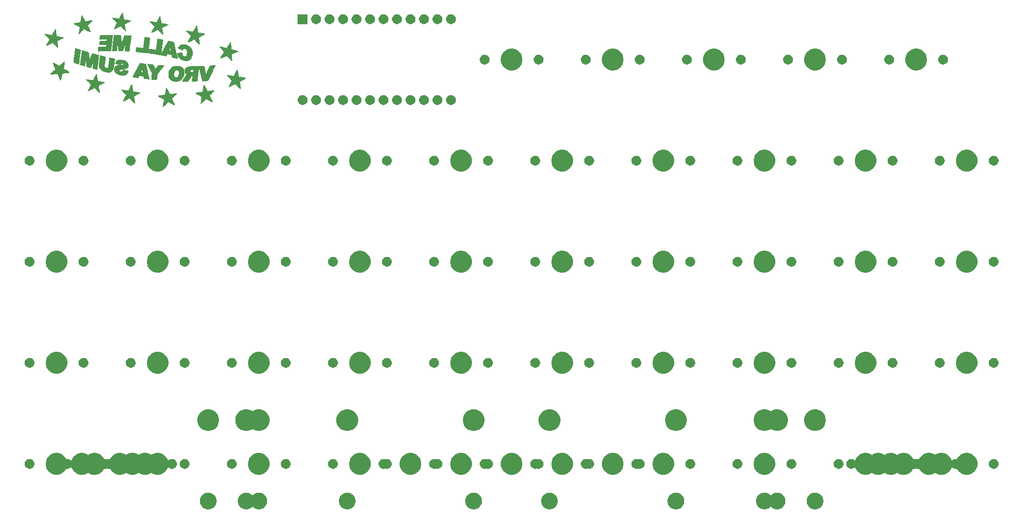
<source format=gbs>
G04 #@! TF.GenerationSoftware,KiCad,Pcbnew,(5.1.4)-1*
G04 #@! TF.CreationDate,2021-09-03T03:45:49-10:00*
G04 #@! TF.ProjectId,oya45,6f796134-352e-46b6-9963-61645f706362,rev?*
G04 #@! TF.SameCoordinates,Original*
G04 #@! TF.FileFunction,Soldermask,Bot*
G04 #@! TF.FilePolarity,Negative*
%FSLAX46Y46*%
G04 Gerber Fmt 4.6, Leading zero omitted, Abs format (unit mm)*
G04 Created by KiCad (PCBNEW (5.1.4)-1) date 2021-09-03 03:45:49*
%MOMM*%
%LPD*%
G04 APERTURE LIST*
%ADD10C,0.010000*%
%ADD11C,0.100000*%
G04 APERTURE END LIST*
D10*
G36*
X69532918Y-29255539D02*
G01*
X69501752Y-29299672D01*
X69457436Y-29374116D01*
X69397115Y-29483713D01*
X69317933Y-29633306D01*
X69217037Y-29827738D01*
X69196124Y-29868309D01*
X69104846Y-30044745D01*
X69034952Y-30176915D01*
X68982377Y-30270935D01*
X68943051Y-30332918D01*
X68912909Y-30368980D01*
X68887883Y-30385236D01*
X68863905Y-30387800D01*
X68851773Y-30386001D01*
X68707971Y-30359582D01*
X68544747Y-30331704D01*
X68371194Y-30303683D01*
X68196406Y-30276837D01*
X68029476Y-30252482D01*
X67879499Y-30231938D01*
X67755568Y-30216520D01*
X67666777Y-30207546D01*
X67622220Y-30206333D01*
X67619026Y-30207428D01*
X67632030Y-30232496D01*
X67680184Y-30291212D01*
X67758215Y-30377826D01*
X67860854Y-30486590D01*
X67982829Y-30611751D01*
X68067658Y-30696860D01*
X68537889Y-31164694D01*
X68384060Y-31450291D01*
X68253495Y-31694976D01*
X68144744Y-31903565D01*
X68059035Y-32073558D01*
X67997592Y-32202456D01*
X67961641Y-32287760D01*
X67952408Y-32326971D01*
X67953322Y-32328645D01*
X67982350Y-32321459D01*
X68054441Y-32291921D01*
X68162380Y-32243331D01*
X68298954Y-32178992D01*
X68456948Y-32102206D01*
X68561792Y-32050149D01*
X69152932Y-31754323D01*
X69615798Y-32217828D01*
X69747824Y-32349342D01*
X69866625Y-32466362D01*
X69966424Y-32563305D01*
X70041443Y-32634587D01*
X70085906Y-32674626D01*
X70095448Y-32681333D01*
X70126525Y-32667040D01*
X70126134Y-32636324D01*
X70117241Y-32557982D01*
X70100978Y-32440003D01*
X70078481Y-32290375D01*
X70050884Y-32117087D01*
X70033533Y-32012143D01*
X70003260Y-31829738D01*
X69976812Y-31667193D01*
X69955418Y-31532338D01*
X69940308Y-31433001D01*
X69932714Y-31377012D01*
X69932221Y-31367494D01*
X69958173Y-31354535D01*
X70027712Y-31320388D01*
X70133668Y-31268559D01*
X70268873Y-31202552D01*
X70426156Y-31125873D01*
X70523806Y-31078310D01*
X70690411Y-30996082D01*
X70838580Y-30920833D01*
X70961200Y-30856350D01*
X71051157Y-30806421D01*
X71101338Y-30774834D01*
X71109417Y-30766483D01*
X71106366Y-30757469D01*
X71093316Y-30748669D01*
X71064418Y-30738949D01*
X71013827Y-30727175D01*
X70935695Y-30712214D01*
X70824175Y-30692933D01*
X70673421Y-30668198D01*
X70477585Y-30636876D01*
X70276862Y-30605103D01*
X70119695Y-30580033D01*
X69983342Y-30557810D01*
X69876973Y-30539968D01*
X69809760Y-30528040D01*
X69790312Y-30523763D01*
X69784125Y-30495544D01*
X69770500Y-30419496D01*
X69750775Y-30303549D01*
X69726285Y-30155632D01*
X69698371Y-29983674D01*
X69682698Y-29885835D01*
X69653131Y-29703689D01*
X69625697Y-29540789D01*
X69601837Y-29405219D01*
X69582996Y-29305066D01*
X69570616Y-29248414D01*
X69567218Y-29238837D01*
X69553788Y-29236875D01*
X69532918Y-29255539D01*
X69532918Y-29255539D01*
G37*
X69532918Y-29255539D02*
X69501752Y-29299672D01*
X69457436Y-29374116D01*
X69397115Y-29483713D01*
X69317933Y-29633306D01*
X69217037Y-29827738D01*
X69196124Y-29868309D01*
X69104846Y-30044745D01*
X69034952Y-30176915D01*
X68982377Y-30270935D01*
X68943051Y-30332918D01*
X68912909Y-30368980D01*
X68887883Y-30385236D01*
X68863905Y-30387800D01*
X68851773Y-30386001D01*
X68707971Y-30359582D01*
X68544747Y-30331704D01*
X68371194Y-30303683D01*
X68196406Y-30276837D01*
X68029476Y-30252482D01*
X67879499Y-30231938D01*
X67755568Y-30216520D01*
X67666777Y-30207546D01*
X67622220Y-30206333D01*
X67619026Y-30207428D01*
X67632030Y-30232496D01*
X67680184Y-30291212D01*
X67758215Y-30377826D01*
X67860854Y-30486590D01*
X67982829Y-30611751D01*
X68067658Y-30696860D01*
X68537889Y-31164694D01*
X68384060Y-31450291D01*
X68253495Y-31694976D01*
X68144744Y-31903565D01*
X68059035Y-32073558D01*
X67997592Y-32202456D01*
X67961641Y-32287760D01*
X67952408Y-32326971D01*
X67953322Y-32328645D01*
X67982350Y-32321459D01*
X68054441Y-32291921D01*
X68162380Y-32243331D01*
X68298954Y-32178992D01*
X68456948Y-32102206D01*
X68561792Y-32050149D01*
X69152932Y-31754323D01*
X69615798Y-32217828D01*
X69747824Y-32349342D01*
X69866625Y-32466362D01*
X69966424Y-32563305D01*
X70041443Y-32634587D01*
X70085906Y-32674626D01*
X70095448Y-32681333D01*
X70126525Y-32667040D01*
X70126134Y-32636324D01*
X70117241Y-32557982D01*
X70100978Y-32440003D01*
X70078481Y-32290375D01*
X70050884Y-32117087D01*
X70033533Y-32012143D01*
X70003260Y-31829738D01*
X69976812Y-31667193D01*
X69955418Y-31532338D01*
X69940308Y-31433001D01*
X69932714Y-31377012D01*
X69932221Y-31367494D01*
X69958173Y-31354535D01*
X70027712Y-31320388D01*
X70133668Y-31268559D01*
X70268873Y-31202552D01*
X70426156Y-31125873D01*
X70523806Y-31078310D01*
X70690411Y-30996082D01*
X70838580Y-30920833D01*
X70961200Y-30856350D01*
X71051157Y-30806421D01*
X71101338Y-30774834D01*
X71109417Y-30766483D01*
X71106366Y-30757469D01*
X71093316Y-30748669D01*
X71064418Y-30738949D01*
X71013827Y-30727175D01*
X70935695Y-30712214D01*
X70824175Y-30692933D01*
X70673421Y-30668198D01*
X70477585Y-30636876D01*
X70276862Y-30605103D01*
X70119695Y-30580033D01*
X69983342Y-30557810D01*
X69876973Y-30539968D01*
X69809760Y-30528040D01*
X69790312Y-30523763D01*
X69784125Y-30495544D01*
X69770500Y-30419496D01*
X69750775Y-30303549D01*
X69726285Y-30155632D01*
X69698371Y-29983674D01*
X69682698Y-29885835D01*
X69653131Y-29703689D01*
X69625697Y-29540789D01*
X69601837Y-29405219D01*
X69582996Y-29305066D01*
X69570616Y-29248414D01*
X69567218Y-29238837D01*
X69553788Y-29236875D01*
X69532918Y-29255539D01*
G36*
X61878118Y-29775172D02*
G01*
X61854791Y-29846236D01*
X61828494Y-29960756D01*
X61798253Y-30122560D01*
X61763096Y-30335476D01*
X61751276Y-30410978D01*
X61722947Y-30590328D01*
X61696663Y-30750309D01*
X61673858Y-30882700D01*
X61655967Y-30979280D01*
X61644423Y-31031825D01*
X61641754Y-31038848D01*
X61610765Y-31047600D01*
X61532561Y-31063717D01*
X61415657Y-31085616D01*
X61268569Y-31111715D01*
X61099812Y-31140431D01*
X61055528Y-31147785D01*
X60840702Y-31183345D01*
X60675146Y-31211151D01*
X60552441Y-31232674D01*
X60466170Y-31249380D01*
X60409916Y-31262738D01*
X60377261Y-31274216D01*
X60361787Y-31285282D01*
X60357078Y-31297405D01*
X60356750Y-31307645D01*
X60381093Y-31330761D01*
X60448703Y-31372738D01*
X60551453Y-31429100D01*
X60681213Y-31495373D01*
X60817166Y-31561112D01*
X61029280Y-31661218D01*
X61195663Y-31740028D01*
X61321678Y-31800237D01*
X61412686Y-31844538D01*
X61474049Y-31875628D01*
X61511130Y-31896201D01*
X61529289Y-31908951D01*
X61533888Y-31916574D01*
X61531892Y-31920322D01*
X61521188Y-31953919D01*
X61509170Y-32023499D01*
X61504470Y-32060444D01*
X61495157Y-32130683D01*
X61478605Y-32244334D01*
X61456668Y-32389100D01*
X61431201Y-32552686D01*
X61411835Y-32674510D01*
X61381593Y-32874610D01*
X61362438Y-33028055D01*
X61354631Y-33132212D01*
X61358431Y-33184451D01*
X61361041Y-33188912D01*
X61390364Y-33178855D01*
X61456098Y-33128392D01*
X61556699Y-33038896D01*
X61690624Y-32911741D01*
X61854443Y-32750184D01*
X62320508Y-32284119D01*
X62615685Y-32428317D01*
X62774707Y-32506155D01*
X62954612Y-32594453D01*
X63126781Y-32679156D01*
X63201413Y-32715961D01*
X63341838Y-32781789D01*
X63444606Y-32822385D01*
X63505454Y-32836185D01*
X63518890Y-32832482D01*
X63521451Y-32791852D01*
X63493399Y-32710676D01*
X63451772Y-32623500D01*
X63388822Y-32502725D01*
X63311605Y-32356207D01*
X63227685Y-32198129D01*
X63144622Y-32042674D01*
X63069979Y-31904024D01*
X63011317Y-31796360D01*
X62996249Y-31769143D01*
X62936144Y-31661287D01*
X63396225Y-31202087D01*
X63527515Y-31069607D01*
X63644211Y-30949095D01*
X63740670Y-30846606D01*
X63811249Y-30768194D01*
X63850305Y-30719914D01*
X63856306Y-30708367D01*
X63830740Y-30689759D01*
X63760381Y-30686304D01*
X63654738Y-30697749D01*
X63556493Y-30716304D01*
X63485883Y-30730328D01*
X63401271Y-30745493D01*
X63338486Y-30756172D01*
X63233552Y-30774088D01*
X63099956Y-30796938D01*
X62951181Y-30822415D01*
X62916990Y-30828274D01*
X62776151Y-30851148D01*
X62656528Y-30868177D01*
X62568406Y-30878080D01*
X62522073Y-30879579D01*
X62517682Y-30877972D01*
X62497724Y-30841749D01*
X62456355Y-30764293D01*
X62398230Y-30654440D01*
X62327998Y-30521023D01*
X62250312Y-30372877D01*
X62169824Y-30218839D01*
X62100092Y-30084888D01*
X62036127Y-29962524D01*
X61981429Y-29859305D01*
X61941249Y-29785040D01*
X61920842Y-29749540D01*
X61919753Y-29748103D01*
X61899448Y-29743737D01*
X61878118Y-29775172D01*
X61878118Y-29775172D01*
G37*
X61878118Y-29775172D02*
X61854791Y-29846236D01*
X61828494Y-29960756D01*
X61798253Y-30122560D01*
X61763096Y-30335476D01*
X61751276Y-30410978D01*
X61722947Y-30590328D01*
X61696663Y-30750309D01*
X61673858Y-30882700D01*
X61655967Y-30979280D01*
X61644423Y-31031825D01*
X61641754Y-31038848D01*
X61610765Y-31047600D01*
X61532561Y-31063717D01*
X61415657Y-31085616D01*
X61268569Y-31111715D01*
X61099812Y-31140431D01*
X61055528Y-31147785D01*
X60840702Y-31183345D01*
X60675146Y-31211151D01*
X60552441Y-31232674D01*
X60466170Y-31249380D01*
X60409916Y-31262738D01*
X60377261Y-31274216D01*
X60361787Y-31285282D01*
X60357078Y-31297405D01*
X60356750Y-31307645D01*
X60381093Y-31330761D01*
X60448703Y-31372738D01*
X60551453Y-31429100D01*
X60681213Y-31495373D01*
X60817166Y-31561112D01*
X61029280Y-31661218D01*
X61195663Y-31740028D01*
X61321678Y-31800237D01*
X61412686Y-31844538D01*
X61474049Y-31875628D01*
X61511130Y-31896201D01*
X61529289Y-31908951D01*
X61533888Y-31916574D01*
X61531892Y-31920322D01*
X61521188Y-31953919D01*
X61509170Y-32023499D01*
X61504470Y-32060444D01*
X61495157Y-32130683D01*
X61478605Y-32244334D01*
X61456668Y-32389100D01*
X61431201Y-32552686D01*
X61411835Y-32674510D01*
X61381593Y-32874610D01*
X61362438Y-33028055D01*
X61354631Y-33132212D01*
X61358431Y-33184451D01*
X61361041Y-33188912D01*
X61390364Y-33178855D01*
X61456098Y-33128392D01*
X61556699Y-33038896D01*
X61690624Y-32911741D01*
X61854443Y-32750184D01*
X62320508Y-32284119D01*
X62615685Y-32428317D01*
X62774707Y-32506155D01*
X62954612Y-32594453D01*
X63126781Y-32679156D01*
X63201413Y-32715961D01*
X63341838Y-32781789D01*
X63444606Y-32822385D01*
X63505454Y-32836185D01*
X63518890Y-32832482D01*
X63521451Y-32791852D01*
X63493399Y-32710676D01*
X63451772Y-32623500D01*
X63388822Y-32502725D01*
X63311605Y-32356207D01*
X63227685Y-32198129D01*
X63144622Y-32042674D01*
X63069979Y-31904024D01*
X63011317Y-31796360D01*
X62996249Y-31769143D01*
X62936144Y-31661287D01*
X63396225Y-31202087D01*
X63527515Y-31069607D01*
X63644211Y-30949095D01*
X63740670Y-30846606D01*
X63811249Y-30768194D01*
X63850305Y-30719914D01*
X63856306Y-30708367D01*
X63830740Y-30689759D01*
X63760381Y-30686304D01*
X63654738Y-30697749D01*
X63556493Y-30716304D01*
X63485883Y-30730328D01*
X63401271Y-30745493D01*
X63338486Y-30756172D01*
X63233552Y-30774088D01*
X63099956Y-30796938D01*
X62951181Y-30822415D01*
X62916990Y-30828274D01*
X62776151Y-30851148D01*
X62656528Y-30868177D01*
X62568406Y-30878080D01*
X62522073Y-30879579D01*
X62517682Y-30877972D01*
X62497724Y-30841749D01*
X62456355Y-30764293D01*
X62398230Y-30654440D01*
X62327998Y-30521023D01*
X62250312Y-30372877D01*
X62169824Y-30218839D01*
X62100092Y-30084888D01*
X62036127Y-29962524D01*
X61981429Y-29859305D01*
X61941249Y-29785040D01*
X61920842Y-29749540D01*
X61919753Y-29748103D01*
X61899448Y-29743737D01*
X61878118Y-29775172D01*
G36*
X76610696Y-29914646D02*
G01*
X76597937Y-29930564D01*
X76576202Y-29966922D01*
X76541705Y-30030276D01*
X76490658Y-30127182D01*
X76419274Y-30264196D01*
X76373105Y-30353000D01*
X76263427Y-30563492D01*
X76176668Y-30728814D01*
X76110067Y-30854058D01*
X76060862Y-30944318D01*
X76026292Y-31004688D01*
X76003594Y-31040260D01*
X75993754Y-31052651D01*
X75960861Y-31054767D01*
X75880819Y-31048066D01*
X75762057Y-31033611D01*
X75612998Y-31012462D01*
X75442069Y-30985683D01*
X75377828Y-30975040D01*
X75197638Y-30945269D01*
X75033113Y-30919031D01*
X74893532Y-30897730D01*
X74788172Y-30882770D01*
X74726312Y-30875555D01*
X74717480Y-30875111D01*
X74703529Y-30882314D01*
X74711404Y-30906535D01*
X74744478Y-30951689D01*
X74806123Y-31021694D01*
X74899712Y-31120465D01*
X75028616Y-31251919D01*
X75127723Y-31351523D01*
X75603517Y-31827935D01*
X75505000Y-32007690D01*
X75399564Y-32202069D01*
X75300528Y-32388416D01*
X75211121Y-32560320D01*
X75134568Y-32711369D01*
X75074095Y-32835152D01*
X75032929Y-32925258D01*
X75014296Y-32975276D01*
X75014169Y-32983048D01*
X75023223Y-32986662D01*
X75041943Y-32983782D01*
X75075762Y-32971916D01*
X75130112Y-32948576D01*
X75210428Y-32911272D01*
X75322141Y-32857514D01*
X75470686Y-32784812D01*
X75661495Y-32690676D01*
X75778335Y-32632868D01*
X76199808Y-32424221D01*
X76667637Y-32891444D01*
X76800875Y-33023530D01*
X76921385Y-33141139D01*
X77023313Y-33238707D01*
X77100801Y-33310670D01*
X77147995Y-33351464D01*
X77159390Y-33358666D01*
X77172415Y-33335671D01*
X77168501Y-33295166D01*
X77156534Y-33234307D01*
X77139268Y-33133938D01*
X77118145Y-33003739D01*
X77094608Y-32853392D01*
X77070099Y-32692575D01*
X77046061Y-32530969D01*
X77023937Y-32378253D01*
X77005170Y-32244109D01*
X76991201Y-32138216D01*
X76983475Y-32070254D01*
X76982863Y-32049561D01*
X77010258Y-32035124D01*
X77081197Y-31999590D01*
X77188450Y-31946527D01*
X77324790Y-31879503D01*
X77482990Y-31802086D01*
X77583178Y-31753212D01*
X77749237Y-31671399D01*
X77895933Y-31597399D01*
X78016420Y-31534810D01*
X78103851Y-31487228D01*
X78151378Y-31458251D01*
X78157865Y-31451262D01*
X78126965Y-31442582D01*
X78048389Y-31426308D01*
X77930167Y-31403935D01*
X77780328Y-31376958D01*
X77606905Y-31346875D01*
X77504682Y-31329598D01*
X77321763Y-31298464D01*
X77158050Y-31269644D01*
X77021567Y-31244630D01*
X76920338Y-31224913D01*
X76862388Y-31211982D01*
X76851875Y-31208309D01*
X76843495Y-31177471D01*
X76827907Y-31098937D01*
X76806548Y-30980788D01*
X76780858Y-30831108D01*
X76752275Y-30657977D01*
X76736815Y-30561804D01*
X76707427Y-30379910D01*
X76680389Y-30217456D01*
X76657103Y-30082479D01*
X76638972Y-29983016D01*
X76627399Y-29927104D01*
X76624436Y-29917907D01*
X76618267Y-29912613D01*
X76610696Y-29914646D01*
X76610696Y-29914646D01*
G37*
X76610696Y-29914646D02*
X76597937Y-29930564D01*
X76576202Y-29966922D01*
X76541705Y-30030276D01*
X76490658Y-30127182D01*
X76419274Y-30264196D01*
X76373105Y-30353000D01*
X76263427Y-30563492D01*
X76176668Y-30728814D01*
X76110067Y-30854058D01*
X76060862Y-30944318D01*
X76026292Y-31004688D01*
X76003594Y-31040260D01*
X75993754Y-31052651D01*
X75960861Y-31054767D01*
X75880819Y-31048066D01*
X75762057Y-31033611D01*
X75612998Y-31012462D01*
X75442069Y-30985683D01*
X75377828Y-30975040D01*
X75197638Y-30945269D01*
X75033113Y-30919031D01*
X74893532Y-30897730D01*
X74788172Y-30882770D01*
X74726312Y-30875555D01*
X74717480Y-30875111D01*
X74703529Y-30882314D01*
X74711404Y-30906535D01*
X74744478Y-30951689D01*
X74806123Y-31021694D01*
X74899712Y-31120465D01*
X75028616Y-31251919D01*
X75127723Y-31351523D01*
X75603517Y-31827935D01*
X75505000Y-32007690D01*
X75399564Y-32202069D01*
X75300528Y-32388416D01*
X75211121Y-32560320D01*
X75134568Y-32711369D01*
X75074095Y-32835152D01*
X75032929Y-32925258D01*
X75014296Y-32975276D01*
X75014169Y-32983048D01*
X75023223Y-32986662D01*
X75041943Y-32983782D01*
X75075762Y-32971916D01*
X75130112Y-32948576D01*
X75210428Y-32911272D01*
X75322141Y-32857514D01*
X75470686Y-32784812D01*
X75661495Y-32690676D01*
X75778335Y-32632868D01*
X76199808Y-32424221D01*
X76667637Y-32891444D01*
X76800875Y-33023530D01*
X76921385Y-33141139D01*
X77023313Y-33238707D01*
X77100801Y-33310670D01*
X77147995Y-33351464D01*
X77159390Y-33358666D01*
X77172415Y-33335671D01*
X77168501Y-33295166D01*
X77156534Y-33234307D01*
X77139268Y-33133938D01*
X77118145Y-33003739D01*
X77094608Y-32853392D01*
X77070099Y-32692575D01*
X77046061Y-32530969D01*
X77023937Y-32378253D01*
X77005170Y-32244109D01*
X76991201Y-32138216D01*
X76983475Y-32070254D01*
X76982863Y-32049561D01*
X77010258Y-32035124D01*
X77081197Y-31999590D01*
X77188450Y-31946527D01*
X77324790Y-31879503D01*
X77482990Y-31802086D01*
X77583178Y-31753212D01*
X77749237Y-31671399D01*
X77895933Y-31597399D01*
X78016420Y-31534810D01*
X78103851Y-31487228D01*
X78151378Y-31458251D01*
X78157865Y-31451262D01*
X78126965Y-31442582D01*
X78048389Y-31426308D01*
X77930167Y-31403935D01*
X77780328Y-31376958D01*
X77606905Y-31346875D01*
X77504682Y-31329598D01*
X77321763Y-31298464D01*
X77158050Y-31269644D01*
X77021567Y-31244630D01*
X76920338Y-31224913D01*
X76862388Y-31211982D01*
X76851875Y-31208309D01*
X76843495Y-31177471D01*
X76827907Y-31098937D01*
X76806548Y-30980788D01*
X76780858Y-30831108D01*
X76752275Y-30657977D01*
X76736815Y-30561804D01*
X76707427Y-30379910D01*
X76680389Y-30217456D01*
X76657103Y-30082479D01*
X76638972Y-29983016D01*
X76627399Y-29927104D01*
X76624436Y-29917907D01*
X76618267Y-29912613D01*
X76610696Y-29914646D01*
G36*
X83495844Y-31727081D02*
G01*
X83467592Y-31745272D01*
X83427533Y-31795514D01*
X83372970Y-31882211D01*
X83301203Y-32009767D01*
X83209532Y-32182587D01*
X83170486Y-32258000D01*
X83088087Y-32416470D01*
X83012684Y-32558749D01*
X82948640Y-32676818D01*
X82900320Y-32762660D01*
X82872091Y-32808256D01*
X82868618Y-32812493D01*
X82848083Y-32822225D01*
X82808537Y-32825758D01*
X82744721Y-32822379D01*
X82651374Y-32811377D01*
X82523236Y-32792037D01*
X82355049Y-32763649D01*
X82141551Y-32725499D01*
X81904417Y-32681876D01*
X81758863Y-32654842D01*
X81659948Y-32637549D01*
X81598708Y-32630036D01*
X81566179Y-32632339D01*
X81553395Y-32644497D01*
X81551393Y-32666546D01*
X81551639Y-32683349D01*
X81572964Y-32726536D01*
X81636326Y-32805320D01*
X81740804Y-32918684D01*
X81885478Y-33065609D01*
X81989084Y-33167397D01*
X82117841Y-33294497D01*
X82231598Y-33410298D01*
X82324439Y-33508486D01*
X82390446Y-33582749D01*
X82423706Y-33626774D01*
X82426528Y-33634199D01*
X82413646Y-33677776D01*
X82379643Y-33754730D01*
X82331491Y-33849481D01*
X82324299Y-33862763D01*
X82187661Y-34114805D01*
X82077643Y-34321752D01*
X81992555Y-34487341D01*
X81930704Y-34615305D01*
X81890398Y-34709380D01*
X81869947Y-34773301D01*
X81867657Y-34810804D01*
X81881836Y-34825623D01*
X81887902Y-34826222D01*
X81919672Y-34814421D01*
X81994698Y-34781324D01*
X82105509Y-34730390D01*
X82244632Y-34665077D01*
X82404599Y-34588843D01*
X82501735Y-34542073D01*
X83089750Y-34257925D01*
X83531596Y-34711407D01*
X83661365Y-34842611D01*
X83780103Y-34958923D01*
X83881573Y-35054533D01*
X83959540Y-35123634D01*
X84007768Y-35160417D01*
X84018430Y-35164888D01*
X84053622Y-35142732D01*
X84063417Y-35082180D01*
X84058979Y-35028477D01*
X84046648Y-34929637D01*
X84027898Y-34796186D01*
X84004206Y-34638649D01*
X83978750Y-34478036D01*
X83951954Y-34310619D01*
X83928649Y-34160450D01*
X83910275Y-34037191D01*
X83898274Y-33950504D01*
X83894084Y-33910367D01*
X83914570Y-33883627D01*
X83977555Y-33840198D01*
X84085332Y-33778785D01*
X84240193Y-33698092D01*
X84444429Y-33596822D01*
X84474516Y-33582180D01*
X84687789Y-33478458D01*
X84850855Y-33396588D01*
X84963916Y-33333030D01*
X85027177Y-33284243D01*
X85040840Y-33246687D01*
X85005108Y-33216820D01*
X84920184Y-33191103D01*
X84786272Y-33165993D01*
X84603574Y-33137952D01*
X84500862Y-33122745D01*
X84292785Y-33090014D01*
X84109000Y-33057501D01*
X83956316Y-33026654D01*
X83841539Y-32998921D01*
X83771478Y-32975750D01*
X83753041Y-32963666D01*
X83737080Y-32916415D01*
X83720803Y-32835450D01*
X83713371Y-32783552D01*
X83702074Y-32699195D01*
X83684291Y-32575547D01*
X83662438Y-32429054D01*
X83638929Y-32276164D01*
X83638295Y-32272111D01*
X83615403Y-32125618D01*
X83594449Y-31991294D01*
X83577628Y-31883230D01*
X83567137Y-31815519D01*
X83566557Y-31811747D01*
X83549142Y-31747137D01*
X83517524Y-31725925D01*
X83495844Y-31727081D01*
X83495844Y-31727081D01*
G37*
X83495844Y-31727081D02*
X83467592Y-31745272D01*
X83427533Y-31795514D01*
X83372970Y-31882211D01*
X83301203Y-32009767D01*
X83209532Y-32182587D01*
X83170486Y-32258000D01*
X83088087Y-32416470D01*
X83012684Y-32558749D01*
X82948640Y-32676818D01*
X82900320Y-32762660D01*
X82872091Y-32808256D01*
X82868618Y-32812493D01*
X82848083Y-32822225D01*
X82808537Y-32825758D01*
X82744721Y-32822379D01*
X82651374Y-32811377D01*
X82523236Y-32792037D01*
X82355049Y-32763649D01*
X82141551Y-32725499D01*
X81904417Y-32681876D01*
X81758863Y-32654842D01*
X81659948Y-32637549D01*
X81598708Y-32630036D01*
X81566179Y-32632339D01*
X81553395Y-32644497D01*
X81551393Y-32666546D01*
X81551639Y-32683349D01*
X81572964Y-32726536D01*
X81636326Y-32805320D01*
X81740804Y-32918684D01*
X81885478Y-33065609D01*
X81989084Y-33167397D01*
X82117841Y-33294497D01*
X82231598Y-33410298D01*
X82324439Y-33508486D01*
X82390446Y-33582749D01*
X82423706Y-33626774D01*
X82426528Y-33634199D01*
X82413646Y-33677776D01*
X82379643Y-33754730D01*
X82331491Y-33849481D01*
X82324299Y-33862763D01*
X82187661Y-34114805D01*
X82077643Y-34321752D01*
X81992555Y-34487341D01*
X81930704Y-34615305D01*
X81890398Y-34709380D01*
X81869947Y-34773301D01*
X81867657Y-34810804D01*
X81881836Y-34825623D01*
X81887902Y-34826222D01*
X81919672Y-34814421D01*
X81994698Y-34781324D01*
X82105509Y-34730390D01*
X82244632Y-34665077D01*
X82404599Y-34588843D01*
X82501735Y-34542073D01*
X83089750Y-34257925D01*
X83531596Y-34711407D01*
X83661365Y-34842611D01*
X83780103Y-34958923D01*
X83881573Y-35054533D01*
X83959540Y-35123634D01*
X84007768Y-35160417D01*
X84018430Y-35164888D01*
X84053622Y-35142732D01*
X84063417Y-35082180D01*
X84058979Y-35028477D01*
X84046648Y-34929637D01*
X84027898Y-34796186D01*
X84004206Y-34638649D01*
X83978750Y-34478036D01*
X83951954Y-34310619D01*
X83928649Y-34160450D01*
X83910275Y-34037191D01*
X83898274Y-33950504D01*
X83894084Y-33910367D01*
X83914570Y-33883627D01*
X83977555Y-33840198D01*
X84085332Y-33778785D01*
X84240193Y-33698092D01*
X84444429Y-33596822D01*
X84474516Y-33582180D01*
X84687789Y-33478458D01*
X84850855Y-33396588D01*
X84963916Y-33333030D01*
X85027177Y-33284243D01*
X85040840Y-33246687D01*
X85005108Y-33216820D01*
X84920184Y-33191103D01*
X84786272Y-33165993D01*
X84603574Y-33137952D01*
X84500862Y-33122745D01*
X84292785Y-33090014D01*
X84109000Y-33057501D01*
X83956316Y-33026654D01*
X83841539Y-32998921D01*
X83771478Y-32975750D01*
X83753041Y-32963666D01*
X83737080Y-32916415D01*
X83720803Y-32835450D01*
X83713371Y-32783552D01*
X83702074Y-32699195D01*
X83684291Y-32575547D01*
X83662438Y-32429054D01*
X83638929Y-32276164D01*
X83638295Y-32272111D01*
X83615403Y-32125618D01*
X83594449Y-31991294D01*
X83577628Y-31883230D01*
X83567137Y-31815519D01*
X83566557Y-31811747D01*
X83549142Y-31747137D01*
X83517524Y-31725925D01*
X83495844Y-31727081D01*
G36*
X56892749Y-32376373D02*
G01*
X56874495Y-32385650D01*
X56850647Y-32410603D01*
X56817874Y-32456676D01*
X56772841Y-32529312D01*
X56712214Y-32633956D01*
X56632659Y-32776051D01*
X56530843Y-32961042D01*
X56498585Y-33020000D01*
X56406403Y-33187781D01*
X56336392Y-33311833D01*
X56284049Y-33398168D01*
X56244869Y-33452800D01*
X56214347Y-33481743D01*
X56187980Y-33491009D01*
X56161264Y-33486612D01*
X56151639Y-33483202D01*
X56112703Y-33473108D01*
X56031123Y-33454694D01*
X55919622Y-33430610D01*
X55790923Y-33403511D01*
X55657750Y-33376048D01*
X55532826Y-33350875D01*
X55428875Y-33330642D01*
X55361417Y-33318460D01*
X55311919Y-33308982D01*
X55228081Y-33291748D01*
X55155084Y-33276273D01*
X55027814Y-33256152D01*
X54945514Y-33259524D01*
X54911171Y-33286169D01*
X54910320Y-33294280D01*
X54923415Y-33316150D01*
X54963781Y-33364619D01*
X55033627Y-33442063D01*
X55135160Y-33550857D01*
X55270589Y-33693378D01*
X55442121Y-33872002D01*
X55576614Y-34011271D01*
X55662351Y-34102844D01*
X55730931Y-34181690D01*
X55774072Y-34237939D01*
X55784750Y-34259372D01*
X55772135Y-34298127D01*
X55739483Y-34370489D01*
X55694583Y-34460957D01*
X55645227Y-34554028D01*
X55599205Y-34634203D01*
X55584976Y-34656888D01*
X55537117Y-34734684D01*
X55477171Y-34838103D01*
X55411008Y-34956257D01*
X55344498Y-35078257D01*
X55283513Y-35193215D01*
X55233923Y-35290241D01*
X55201599Y-35358447D01*
X55192084Y-35385606D01*
X55206168Y-35410513D01*
X55251358Y-35412441D01*
X55332057Y-35390147D01*
X55452669Y-35342393D01*
X55617598Y-35267935D01*
X55629528Y-35262343D01*
X55848363Y-35159691D01*
X56021595Y-35078722D01*
X56154646Y-35016983D01*
X56252938Y-34972022D01*
X56321893Y-34941385D01*
X56366931Y-34922621D01*
X56393474Y-34913276D01*
X56406383Y-34910888D01*
X56434970Y-34930223D01*
X56493082Y-34982693D01*
X56571917Y-35059996D01*
X56651657Y-35142199D01*
X56834072Y-35334343D01*
X56981427Y-35489331D01*
X57097651Y-35610819D01*
X57186677Y-35702461D01*
X57252434Y-35767915D01*
X57298854Y-35810834D01*
X57329868Y-35834875D01*
X57349406Y-35843694D01*
X57361400Y-35840946D01*
X57369781Y-35830286D01*
X57377392Y-35817097D01*
X57377901Y-35784014D01*
X57371856Y-35704779D01*
X57360423Y-35589154D01*
X57344764Y-35446902D01*
X57326043Y-35287785D01*
X57305424Y-35121565D01*
X57284070Y-34958004D01*
X57263146Y-34806866D01*
X57243814Y-34677912D01*
X57235621Y-34627807D01*
X57228667Y-34572971D01*
X57238028Y-34536741D01*
X57274283Y-34506744D01*
X57348009Y-34470609D01*
X57383674Y-34454645D01*
X57645857Y-34337645D01*
X57860785Y-34241193D01*
X58032821Y-34163005D01*
X58166332Y-34100796D01*
X58265681Y-34052282D01*
X58335233Y-34015178D01*
X58379353Y-33987200D01*
X58402405Y-33966063D01*
X58408755Y-33949483D01*
X58402767Y-33935175D01*
X58394097Y-33925790D01*
X58355469Y-33909087D01*
X58275838Y-33886994D01*
X58169878Y-33863395D01*
X58127195Y-33855108D01*
X58008219Y-33832672D01*
X57903074Y-33812403D01*
X57829864Y-33797802D01*
X57816750Y-33795033D01*
X57754056Y-33782252D01*
X57652273Y-33762377D01*
X57527826Y-33738537D01*
X57397136Y-33713860D01*
X57276628Y-33691477D01*
X57203522Y-33678203D01*
X57158764Y-33667427D01*
X57127943Y-33647231D01*
X57106924Y-33607349D01*
X57091572Y-33537512D01*
X57077751Y-33427455D01*
X57069153Y-33344555D01*
X57058236Y-33245043D01*
X57042987Y-33116393D01*
X57026590Y-32985410D01*
X57025588Y-32977666D01*
X57009517Y-32853127D01*
X56994376Y-32734707D01*
X56983183Y-32646016D01*
X56982311Y-32639000D01*
X56964351Y-32510465D01*
X56946957Y-32429516D01*
X56927147Y-32387407D01*
X56901938Y-32375392D01*
X56892749Y-32376373D01*
X56892749Y-32376373D01*
G37*
X56892749Y-32376373D02*
X56874495Y-32385650D01*
X56850647Y-32410603D01*
X56817874Y-32456676D01*
X56772841Y-32529312D01*
X56712214Y-32633956D01*
X56632659Y-32776051D01*
X56530843Y-32961042D01*
X56498585Y-33020000D01*
X56406403Y-33187781D01*
X56336392Y-33311833D01*
X56284049Y-33398168D01*
X56244869Y-33452800D01*
X56214347Y-33481743D01*
X56187980Y-33491009D01*
X56161264Y-33486612D01*
X56151639Y-33483202D01*
X56112703Y-33473108D01*
X56031123Y-33454694D01*
X55919622Y-33430610D01*
X55790923Y-33403511D01*
X55657750Y-33376048D01*
X55532826Y-33350875D01*
X55428875Y-33330642D01*
X55361417Y-33318460D01*
X55311919Y-33308982D01*
X55228081Y-33291748D01*
X55155084Y-33276273D01*
X55027814Y-33256152D01*
X54945514Y-33259524D01*
X54911171Y-33286169D01*
X54910320Y-33294280D01*
X54923415Y-33316150D01*
X54963781Y-33364619D01*
X55033627Y-33442063D01*
X55135160Y-33550857D01*
X55270589Y-33693378D01*
X55442121Y-33872002D01*
X55576614Y-34011271D01*
X55662351Y-34102844D01*
X55730931Y-34181690D01*
X55774072Y-34237939D01*
X55784750Y-34259372D01*
X55772135Y-34298127D01*
X55739483Y-34370489D01*
X55694583Y-34460957D01*
X55645227Y-34554028D01*
X55599205Y-34634203D01*
X55584976Y-34656888D01*
X55537117Y-34734684D01*
X55477171Y-34838103D01*
X55411008Y-34956257D01*
X55344498Y-35078257D01*
X55283513Y-35193215D01*
X55233923Y-35290241D01*
X55201599Y-35358447D01*
X55192084Y-35385606D01*
X55206168Y-35410513D01*
X55251358Y-35412441D01*
X55332057Y-35390147D01*
X55452669Y-35342393D01*
X55617598Y-35267935D01*
X55629528Y-35262343D01*
X55848363Y-35159691D01*
X56021595Y-35078722D01*
X56154646Y-35016983D01*
X56252938Y-34972022D01*
X56321893Y-34941385D01*
X56366931Y-34922621D01*
X56393474Y-34913276D01*
X56406383Y-34910888D01*
X56434970Y-34930223D01*
X56493082Y-34982693D01*
X56571917Y-35059996D01*
X56651657Y-35142199D01*
X56834072Y-35334343D01*
X56981427Y-35489331D01*
X57097651Y-35610819D01*
X57186677Y-35702461D01*
X57252434Y-35767915D01*
X57298854Y-35810834D01*
X57329868Y-35834875D01*
X57349406Y-35843694D01*
X57361400Y-35840946D01*
X57369781Y-35830286D01*
X57377392Y-35817097D01*
X57377901Y-35784014D01*
X57371856Y-35704779D01*
X57360423Y-35589154D01*
X57344764Y-35446902D01*
X57326043Y-35287785D01*
X57305424Y-35121565D01*
X57284070Y-34958004D01*
X57263146Y-34806866D01*
X57243814Y-34677912D01*
X57235621Y-34627807D01*
X57228667Y-34572971D01*
X57238028Y-34536741D01*
X57274283Y-34506744D01*
X57348009Y-34470609D01*
X57383674Y-34454645D01*
X57645857Y-34337645D01*
X57860785Y-34241193D01*
X58032821Y-34163005D01*
X58166332Y-34100796D01*
X58265681Y-34052282D01*
X58335233Y-34015178D01*
X58379353Y-33987200D01*
X58402405Y-33966063D01*
X58408755Y-33949483D01*
X58402767Y-33935175D01*
X58394097Y-33925790D01*
X58355469Y-33909087D01*
X58275838Y-33886994D01*
X58169878Y-33863395D01*
X58127195Y-33855108D01*
X58008219Y-33832672D01*
X57903074Y-33812403D01*
X57829864Y-33797802D01*
X57816750Y-33795033D01*
X57754056Y-33782252D01*
X57652273Y-33762377D01*
X57527826Y-33738537D01*
X57397136Y-33713860D01*
X57276628Y-33691477D01*
X57203522Y-33678203D01*
X57158764Y-33667427D01*
X57127943Y-33647231D01*
X57106924Y-33607349D01*
X57091572Y-33537512D01*
X57077751Y-33427455D01*
X57069153Y-33344555D01*
X57058236Y-33245043D01*
X57042987Y-33116393D01*
X57026590Y-32985410D01*
X57025588Y-32977666D01*
X57009517Y-32853127D01*
X56994376Y-32734707D01*
X56983183Y-32646016D01*
X56982311Y-32639000D01*
X56964351Y-32510465D01*
X56946957Y-32429516D01*
X56927147Y-32387407D01*
X56901938Y-32375392D01*
X56892749Y-32376373D01*
G36*
X67041033Y-33472574D02*
G01*
X66792968Y-33476339D01*
X66516045Y-33481968D01*
X66214855Y-33489405D01*
X65893987Y-33498595D01*
X65558034Y-33509482D01*
X65557257Y-33509509D01*
X65449053Y-33514569D01*
X65364879Y-33521053D01*
X65318720Y-33527791D01*
X65314280Y-33529790D01*
X65306870Y-33561425D01*
X65295798Y-33635528D01*
X65282625Y-33738365D01*
X65268912Y-33856200D01*
X65256221Y-33975300D01*
X65246111Y-34081930D01*
X65240145Y-34162355D01*
X65239195Y-34190450D01*
X65242042Y-34226131D01*
X65258903Y-34245354D01*
X65302259Y-34251783D01*
X65384592Y-34249080D01*
X65429695Y-34246358D01*
X65522656Y-34241610D01*
X65657919Y-34236058D01*
X65821360Y-34230216D01*
X65998852Y-34224601D01*
X66121139Y-34221154D01*
X66622084Y-34207802D01*
X66622084Y-34287706D01*
X66616109Y-34379391D01*
X66605853Y-34448750D01*
X66595470Y-34489691D01*
X66576188Y-34514113D01*
X66535353Y-34526642D01*
X66460312Y-34531905D01*
X66373020Y-34533884D01*
X66161834Y-34538789D01*
X65957119Y-34545406D01*
X65766648Y-34553311D01*
X65598195Y-34562079D01*
X65459534Y-34571284D01*
X65358437Y-34580502D01*
X65302678Y-34589307D01*
X65294594Y-34592841D01*
X65284276Y-34627452D01*
X65270242Y-34703963D01*
X65254397Y-34808109D01*
X65238644Y-34925624D01*
X65224888Y-35042245D01*
X65215035Y-35143707D01*
X65210989Y-35215745D01*
X65210973Y-35219084D01*
X65213319Y-35241885D01*
X65226199Y-35257217D01*
X65258376Y-35266032D01*
X65318613Y-35269286D01*
X65415674Y-35267932D01*
X65558320Y-35262925D01*
X65599028Y-35261336D01*
X65771556Y-35254738D01*
X65952377Y-35248120D01*
X66119738Y-35242263D01*
X66249052Y-35238034D01*
X66511020Y-35229973D01*
X66492284Y-35402042D01*
X66475034Y-35529047D01*
X66452493Y-35609314D01*
X66418299Y-35652536D01*
X66366089Y-35668411D01*
X66317389Y-35668549D01*
X66255327Y-35668043D01*
X66148390Y-35670073D01*
X66008077Y-35674301D01*
X65845882Y-35680390D01*
X65704862Y-35686524D01*
X65534615Y-35693929D01*
X65378085Y-35699875D01*
X65246398Y-35704004D01*
X65150680Y-35705962D01*
X65106397Y-35705676D01*
X65068607Y-35704052D01*
X65041398Y-35708986D01*
X65021646Y-35728848D01*
X65006230Y-35772009D01*
X64992028Y-35846838D01*
X64975916Y-35961705D01*
X64957322Y-36105319D01*
X64938297Y-36256673D01*
X64928761Y-36360908D01*
X64930967Y-36426885D01*
X64947166Y-36463463D01*
X64979610Y-36479504D01*
X65030550Y-36483866D01*
X65053629Y-36484281D01*
X65131095Y-36483508D01*
X65180320Y-36479351D01*
X65187844Y-36476832D01*
X65218591Y-36472578D01*
X65298817Y-36467356D01*
X65421566Y-36461408D01*
X65579886Y-36454974D01*
X65766822Y-36448296D01*
X65975421Y-36441614D01*
X66198730Y-36435168D01*
X66429793Y-36429201D01*
X66661659Y-36423951D01*
X66786806Y-36421462D01*
X66956304Y-36417695D01*
X67105591Y-36413284D01*
X67225824Y-36408578D01*
X67308163Y-36403929D01*
X67343763Y-36399689D01*
X67344401Y-36399312D01*
X67351108Y-36368099D01*
X67363913Y-36283140D01*
X67382520Y-36146771D01*
X67406639Y-35961326D01*
X67435975Y-35729140D01*
X67470234Y-35452550D01*
X67509125Y-35133891D01*
X67552353Y-34775497D01*
X67599626Y-34379704D01*
X67627851Y-34141792D01*
X67648887Y-33957733D01*
X67666298Y-33792877D01*
X67679346Y-33655317D01*
X67687294Y-33553147D01*
X67689403Y-33494460D01*
X67687817Y-33483659D01*
X67652901Y-33477268D01*
X67566174Y-33473020D01*
X67432227Y-33470859D01*
X67255649Y-33470729D01*
X67041033Y-33472574D01*
X67041033Y-33472574D01*
G37*
X67041033Y-33472574D02*
X66792968Y-33476339D01*
X66516045Y-33481968D01*
X66214855Y-33489405D01*
X65893987Y-33498595D01*
X65558034Y-33509482D01*
X65557257Y-33509509D01*
X65449053Y-33514569D01*
X65364879Y-33521053D01*
X65318720Y-33527791D01*
X65314280Y-33529790D01*
X65306870Y-33561425D01*
X65295798Y-33635528D01*
X65282625Y-33738365D01*
X65268912Y-33856200D01*
X65256221Y-33975300D01*
X65246111Y-34081930D01*
X65240145Y-34162355D01*
X65239195Y-34190450D01*
X65242042Y-34226131D01*
X65258903Y-34245354D01*
X65302259Y-34251783D01*
X65384592Y-34249080D01*
X65429695Y-34246358D01*
X65522656Y-34241610D01*
X65657919Y-34236058D01*
X65821360Y-34230216D01*
X65998852Y-34224601D01*
X66121139Y-34221154D01*
X66622084Y-34207802D01*
X66622084Y-34287706D01*
X66616109Y-34379391D01*
X66605853Y-34448750D01*
X66595470Y-34489691D01*
X66576188Y-34514113D01*
X66535353Y-34526642D01*
X66460312Y-34531905D01*
X66373020Y-34533884D01*
X66161834Y-34538789D01*
X65957119Y-34545406D01*
X65766648Y-34553311D01*
X65598195Y-34562079D01*
X65459534Y-34571284D01*
X65358437Y-34580502D01*
X65302678Y-34589307D01*
X65294594Y-34592841D01*
X65284276Y-34627452D01*
X65270242Y-34703963D01*
X65254397Y-34808109D01*
X65238644Y-34925624D01*
X65224888Y-35042245D01*
X65215035Y-35143707D01*
X65210989Y-35215745D01*
X65210973Y-35219084D01*
X65213319Y-35241885D01*
X65226199Y-35257217D01*
X65258376Y-35266032D01*
X65318613Y-35269286D01*
X65415674Y-35267932D01*
X65558320Y-35262925D01*
X65599028Y-35261336D01*
X65771556Y-35254738D01*
X65952377Y-35248120D01*
X66119738Y-35242263D01*
X66249052Y-35238034D01*
X66511020Y-35229973D01*
X66492284Y-35402042D01*
X66475034Y-35529047D01*
X66452493Y-35609314D01*
X66418299Y-35652536D01*
X66366089Y-35668411D01*
X66317389Y-35668549D01*
X66255327Y-35668043D01*
X66148390Y-35670073D01*
X66008077Y-35674301D01*
X65845882Y-35680390D01*
X65704862Y-35686524D01*
X65534615Y-35693929D01*
X65378085Y-35699875D01*
X65246398Y-35704004D01*
X65150680Y-35705962D01*
X65106397Y-35705676D01*
X65068607Y-35704052D01*
X65041398Y-35708986D01*
X65021646Y-35728848D01*
X65006230Y-35772009D01*
X64992028Y-35846838D01*
X64975916Y-35961705D01*
X64957322Y-36105319D01*
X64938297Y-36256673D01*
X64928761Y-36360908D01*
X64930967Y-36426885D01*
X64947166Y-36463463D01*
X64979610Y-36479504D01*
X65030550Y-36483866D01*
X65053629Y-36484281D01*
X65131095Y-36483508D01*
X65180320Y-36479351D01*
X65187844Y-36476832D01*
X65218591Y-36472578D01*
X65298817Y-36467356D01*
X65421566Y-36461408D01*
X65579886Y-36454974D01*
X65766822Y-36448296D01*
X65975421Y-36441614D01*
X66198730Y-36435168D01*
X66429793Y-36429201D01*
X66661659Y-36423951D01*
X66786806Y-36421462D01*
X66956304Y-36417695D01*
X67105591Y-36413284D01*
X67225824Y-36408578D01*
X67308163Y-36403929D01*
X67343763Y-36399689D01*
X67344401Y-36399312D01*
X67351108Y-36368099D01*
X67363913Y-36283140D01*
X67382520Y-36146771D01*
X67406639Y-35961326D01*
X67435975Y-35729140D01*
X67470234Y-35452550D01*
X67509125Y-35133891D01*
X67552353Y-34775497D01*
X67599626Y-34379704D01*
X67627851Y-34141792D01*
X67648887Y-33957733D01*
X67666298Y-33792877D01*
X67679346Y-33655317D01*
X67687294Y-33553147D01*
X67689403Y-33494460D01*
X67687817Y-33483659D01*
X67652901Y-33477268D01*
X67566174Y-33473020D01*
X67432227Y-33470859D01*
X67255649Y-33470729D01*
X67041033Y-33472574D01*
G36*
X67943046Y-33610123D02*
G01*
X67932171Y-33681948D01*
X67916323Y-33798200D01*
X67896293Y-33952232D01*
X67872871Y-34137393D01*
X67846848Y-34347033D01*
X67819014Y-34574503D01*
X67790161Y-34813153D01*
X67761079Y-35056332D01*
X67732557Y-35297392D01*
X67705388Y-35529683D01*
X67680361Y-35746555D01*
X67658268Y-35941358D01*
X67639898Y-36107442D01*
X67626042Y-36238158D01*
X67617491Y-36326856D01*
X67615036Y-36366886D01*
X67615163Y-36367992D01*
X67627327Y-36385258D01*
X67660965Y-36397651D01*
X67724180Y-36406108D01*
X67825073Y-36411564D01*
X67971745Y-36414954D01*
X68028838Y-36415744D01*
X68174187Y-36415977D01*
X68298491Y-36413195D01*
X68391295Y-36407863D01*
X68442141Y-36400445D01*
X68448308Y-36397141D01*
X68455603Y-36363835D01*
X68468665Y-36282122D01*
X68486419Y-36159621D01*
X68507793Y-36003953D01*
X68531713Y-35822739D01*
X68555656Y-35635141D01*
X68580390Y-35440170D01*
X68602880Y-35266602D01*
X68622188Y-35121373D01*
X68637378Y-35011417D01*
X68647511Y-34943672D01*
X68651642Y-34925000D01*
X68655823Y-34959791D01*
X68665859Y-35042648D01*
X68680784Y-35165602D01*
X68699629Y-35320690D01*
X68721427Y-35499943D01*
X68739036Y-35644666D01*
X68762351Y-35838047D01*
X68783196Y-36014413D01*
X68800630Y-36165516D01*
X68813712Y-36283110D01*
X68821500Y-36358945D01*
X68823303Y-36383184D01*
X68829859Y-36403979D01*
X68855661Y-36417853D01*
X68910085Y-36426288D01*
X69002510Y-36430769D01*
X69136640Y-36432733D01*
X69270029Y-36435106D01*
X69387424Y-36439602D01*
X69474301Y-36445525D01*
X69511670Y-36450720D01*
X69541348Y-36452734D01*
X69568011Y-36436452D01*
X69597468Y-36393324D01*
X69635529Y-36314803D01*
X69688004Y-36192339D01*
X69689189Y-36189505D01*
X69740805Y-36062404D01*
X69804599Y-35899775D01*
X69873770Y-35719250D01*
X69941519Y-35538461D01*
X69967506Y-35467810D01*
X70021698Y-35321702D01*
X70069482Y-35197001D01*
X70107504Y-35102129D01*
X70132412Y-35045507D01*
X70140534Y-35033264D01*
X70140139Y-35062959D01*
X70133562Y-35141020D01*
X70121600Y-35259803D01*
X70105052Y-35411662D01*
X70084719Y-35588953D01*
X70066203Y-35744452D01*
X70043351Y-35936519D01*
X70023531Y-36109187D01*
X70007557Y-36254833D01*
X69996245Y-36365835D01*
X69990412Y-36434571D01*
X69990248Y-36454016D01*
X70020301Y-36458925D01*
X70094589Y-36465274D01*
X70200953Y-36472139D01*
X70293176Y-36477010D01*
X70429221Y-36484693D01*
X70555678Y-36493797D01*
X70654536Y-36502935D01*
X70693077Y-36507851D01*
X70772498Y-36512451D01*
X70809109Y-36492558D01*
X70811666Y-36486747D01*
X70817965Y-36450995D01*
X70830310Y-36365663D01*
X70847846Y-36237192D01*
X70869722Y-36072024D01*
X70895085Y-35876601D01*
X70923083Y-35657364D01*
X70952863Y-35420754D01*
X70954859Y-35404777D01*
X70987080Y-35148923D01*
X71019678Y-34894130D01*
X71051406Y-34649867D01*
X71081014Y-34425606D01*
X71107255Y-34230816D01*
X71128880Y-34074966D01*
X71142074Y-33984322D01*
X71162059Y-33845460D01*
X71177105Y-33727840D01*
X71185996Y-33642065D01*
X71187520Y-33598738D01*
X71186590Y-33595765D01*
X71174405Y-33591047D01*
X71143523Y-33586258D01*
X71087991Y-33580987D01*
X71001856Y-33574820D01*
X70879166Y-33567347D01*
X70713969Y-33558154D01*
X70500312Y-33546830D01*
X70417973Y-33542546D01*
X70289500Y-33534867D01*
X70175618Y-33526230D01*
X70092577Y-33517956D01*
X70065195Y-33513893D01*
X69998204Y-33511157D01*
X69960517Y-33521946D01*
X69938780Y-33555135D01*
X69902327Y-33631278D01*
X69855623Y-33740242D01*
X69803136Y-33871895D01*
X69783244Y-33924062D01*
X69727128Y-34071302D01*
X69673329Y-34209347D01*
X69627164Y-34324767D01*
X69593949Y-34404127D01*
X69588181Y-34417000D01*
X69550289Y-34505367D01*
X69505060Y-34619201D01*
X69470790Y-34710677D01*
X69434584Y-34804126D01*
X69409815Y-34849380D01*
X69392348Y-34852494D01*
X69384049Y-34837677D01*
X69374681Y-34794895D01*
X69360212Y-34704831D01*
X69341872Y-34576291D01*
X69320894Y-34418082D01*
X69298509Y-34239009D01*
X69287705Y-34148888D01*
X69265570Y-33965915D01*
X69244828Y-33802337D01*
X69226587Y-33666279D01*
X69211954Y-33565865D01*
X69202040Y-33509220D01*
X69199134Y-33499777D01*
X69168178Y-33495636D01*
X69089142Y-33491975D01*
X68970389Y-33488983D01*
X68820285Y-33486850D01*
X68647191Y-33485765D01*
X68575014Y-33485666D01*
X67964384Y-33485666D01*
X67943046Y-33610123D01*
X67943046Y-33610123D01*
G37*
X67943046Y-33610123D02*
X67932171Y-33681948D01*
X67916323Y-33798200D01*
X67896293Y-33952232D01*
X67872871Y-34137393D01*
X67846848Y-34347033D01*
X67819014Y-34574503D01*
X67790161Y-34813153D01*
X67761079Y-35056332D01*
X67732557Y-35297392D01*
X67705388Y-35529683D01*
X67680361Y-35746555D01*
X67658268Y-35941358D01*
X67639898Y-36107442D01*
X67626042Y-36238158D01*
X67617491Y-36326856D01*
X67615036Y-36366886D01*
X67615163Y-36367992D01*
X67627327Y-36385258D01*
X67660965Y-36397651D01*
X67724180Y-36406108D01*
X67825073Y-36411564D01*
X67971745Y-36414954D01*
X68028838Y-36415744D01*
X68174187Y-36415977D01*
X68298491Y-36413195D01*
X68391295Y-36407863D01*
X68442141Y-36400445D01*
X68448308Y-36397141D01*
X68455603Y-36363835D01*
X68468665Y-36282122D01*
X68486419Y-36159621D01*
X68507793Y-36003953D01*
X68531713Y-35822739D01*
X68555656Y-35635141D01*
X68580390Y-35440170D01*
X68602880Y-35266602D01*
X68622188Y-35121373D01*
X68637378Y-35011417D01*
X68647511Y-34943672D01*
X68651642Y-34925000D01*
X68655823Y-34959791D01*
X68665859Y-35042648D01*
X68680784Y-35165602D01*
X68699629Y-35320690D01*
X68721427Y-35499943D01*
X68739036Y-35644666D01*
X68762351Y-35838047D01*
X68783196Y-36014413D01*
X68800630Y-36165516D01*
X68813712Y-36283110D01*
X68821500Y-36358945D01*
X68823303Y-36383184D01*
X68829859Y-36403979D01*
X68855661Y-36417853D01*
X68910085Y-36426288D01*
X69002510Y-36430769D01*
X69136640Y-36432733D01*
X69270029Y-36435106D01*
X69387424Y-36439602D01*
X69474301Y-36445525D01*
X69511670Y-36450720D01*
X69541348Y-36452734D01*
X69568011Y-36436452D01*
X69597468Y-36393324D01*
X69635529Y-36314803D01*
X69688004Y-36192339D01*
X69689189Y-36189505D01*
X69740805Y-36062404D01*
X69804599Y-35899775D01*
X69873770Y-35719250D01*
X69941519Y-35538461D01*
X69967506Y-35467810D01*
X70021698Y-35321702D01*
X70069482Y-35197001D01*
X70107504Y-35102129D01*
X70132412Y-35045507D01*
X70140534Y-35033264D01*
X70140139Y-35062959D01*
X70133562Y-35141020D01*
X70121600Y-35259803D01*
X70105052Y-35411662D01*
X70084719Y-35588953D01*
X70066203Y-35744452D01*
X70043351Y-35936519D01*
X70023531Y-36109187D01*
X70007557Y-36254833D01*
X69996245Y-36365835D01*
X69990412Y-36434571D01*
X69990248Y-36454016D01*
X70020301Y-36458925D01*
X70094589Y-36465274D01*
X70200953Y-36472139D01*
X70293176Y-36477010D01*
X70429221Y-36484693D01*
X70555678Y-36493797D01*
X70654536Y-36502935D01*
X70693077Y-36507851D01*
X70772498Y-36512451D01*
X70809109Y-36492558D01*
X70811666Y-36486747D01*
X70817965Y-36450995D01*
X70830310Y-36365663D01*
X70847846Y-36237192D01*
X70869722Y-36072024D01*
X70895085Y-35876601D01*
X70923083Y-35657364D01*
X70952863Y-35420754D01*
X70954859Y-35404777D01*
X70987080Y-35148923D01*
X71019678Y-34894130D01*
X71051406Y-34649867D01*
X71081014Y-34425606D01*
X71107255Y-34230816D01*
X71128880Y-34074966D01*
X71142074Y-33984322D01*
X71162059Y-33845460D01*
X71177105Y-33727840D01*
X71185996Y-33642065D01*
X71187520Y-33598738D01*
X71186590Y-33595765D01*
X71174405Y-33591047D01*
X71143523Y-33586258D01*
X71087991Y-33580987D01*
X71001856Y-33574820D01*
X70879166Y-33567347D01*
X70713969Y-33558154D01*
X70500312Y-33546830D01*
X70417973Y-33542546D01*
X70289500Y-33534867D01*
X70175618Y-33526230D01*
X70092577Y-33517956D01*
X70065195Y-33513893D01*
X69998204Y-33511157D01*
X69960517Y-33521946D01*
X69938780Y-33555135D01*
X69902327Y-33631278D01*
X69855623Y-33740242D01*
X69803136Y-33871895D01*
X69783244Y-33924062D01*
X69727128Y-34071302D01*
X69673329Y-34209347D01*
X69627164Y-34324767D01*
X69593949Y-34404127D01*
X69588181Y-34417000D01*
X69550289Y-34505367D01*
X69505060Y-34619201D01*
X69470790Y-34710677D01*
X69434584Y-34804126D01*
X69409815Y-34849380D01*
X69392348Y-34852494D01*
X69384049Y-34837677D01*
X69374681Y-34794895D01*
X69360212Y-34704831D01*
X69341872Y-34576291D01*
X69320894Y-34418082D01*
X69298509Y-34239009D01*
X69287705Y-34148888D01*
X69265570Y-33965915D01*
X69244828Y-33802337D01*
X69226587Y-33666279D01*
X69211954Y-33565865D01*
X69202040Y-33509220D01*
X69199134Y-33499777D01*
X69168178Y-33495636D01*
X69089142Y-33491975D01*
X68970389Y-33488983D01*
X68820285Y-33486850D01*
X68647191Y-33485765D01*
X68575014Y-33485666D01*
X67964384Y-33485666D01*
X67943046Y-33610123D01*
G36*
X73743293Y-33844632D02*
G01*
X73736747Y-33850144D01*
X73727753Y-33884373D01*
X73713156Y-33968151D01*
X73693878Y-34094959D01*
X73670839Y-34258280D01*
X73644960Y-34451596D01*
X73617164Y-34668391D01*
X73590081Y-34887987D01*
X73557179Y-35157194D01*
X73529652Y-35375441D01*
X73506648Y-35547869D01*
X73487315Y-35679619D01*
X73470801Y-35775831D01*
X73456252Y-35841646D01*
X73442817Y-35882204D01*
X73429643Y-35902646D01*
X73421030Y-35907526D01*
X73379898Y-35907990D01*
X73291752Y-35902276D01*
X73165586Y-35891194D01*
X73010396Y-35875556D01*
X72835178Y-35856176D01*
X72776635Y-35849350D01*
X72599136Y-35829338D01*
X72440861Y-35813285D01*
X72310269Y-35801903D01*
X72215821Y-35795903D01*
X72165976Y-35795995D01*
X72160649Y-35797583D01*
X72147194Y-35834653D01*
X72132058Y-35913240D01*
X72116474Y-36021022D01*
X72101672Y-36145678D01*
X72088882Y-36274887D01*
X72079336Y-36396327D01*
X72074265Y-36497678D01*
X72074900Y-36566617D01*
X72081406Y-36590779D01*
X72117420Y-36596218D01*
X72200734Y-36606285D01*
X72322486Y-36619988D01*
X72473811Y-36636335D01*
X72645848Y-36654336D01*
X72689862Y-36658856D01*
X72914139Y-36681909D01*
X73165696Y-36707940D01*
X73421981Y-36734604D01*
X73660443Y-36759557D01*
X73804639Y-36774745D01*
X73998907Y-36795308D01*
X74144128Y-36810467D01*
X74247409Y-36820572D01*
X74315852Y-36825973D01*
X74356563Y-36827019D01*
X74376646Y-36824062D01*
X74383206Y-36817451D01*
X74383347Y-36807536D01*
X74383195Y-36803253D01*
X74386579Y-36770710D01*
X74396283Y-36687675D01*
X74411634Y-36559664D01*
X74431960Y-36392196D01*
X74456589Y-36190787D01*
X74484846Y-35960955D01*
X74516061Y-35708216D01*
X74549560Y-35438089D01*
X74552528Y-35414204D01*
X74586243Y-35142046D01*
X74617723Y-34886146D01*
X74646294Y-34652123D01*
X74671278Y-34445597D01*
X74692001Y-34272187D01*
X74707786Y-34137513D01*
X74717959Y-34047193D01*
X74721843Y-34006848D01*
X74721862Y-34006006D01*
X74709689Y-33980798D01*
X74666950Y-33960564D01*
X74584316Y-33942155D01*
X74489028Y-33927438D01*
X74342059Y-33906434D01*
X74173923Y-33881837D01*
X74019228Y-33858715D01*
X74008851Y-33857139D01*
X73874496Y-33839517D01*
X73788208Y-33835405D01*
X73743293Y-33844632D01*
X73743293Y-33844632D01*
G37*
X73743293Y-33844632D02*
X73736747Y-33850144D01*
X73727753Y-33884373D01*
X73713156Y-33968151D01*
X73693878Y-34094959D01*
X73670839Y-34258280D01*
X73644960Y-34451596D01*
X73617164Y-34668391D01*
X73590081Y-34887987D01*
X73557179Y-35157194D01*
X73529652Y-35375441D01*
X73506648Y-35547869D01*
X73487315Y-35679619D01*
X73470801Y-35775831D01*
X73456252Y-35841646D01*
X73442817Y-35882204D01*
X73429643Y-35902646D01*
X73421030Y-35907526D01*
X73379898Y-35907990D01*
X73291752Y-35902276D01*
X73165586Y-35891194D01*
X73010396Y-35875556D01*
X72835178Y-35856176D01*
X72776635Y-35849350D01*
X72599136Y-35829338D01*
X72440861Y-35813285D01*
X72310269Y-35801903D01*
X72215821Y-35795903D01*
X72165976Y-35795995D01*
X72160649Y-35797583D01*
X72147194Y-35834653D01*
X72132058Y-35913240D01*
X72116474Y-36021022D01*
X72101672Y-36145678D01*
X72088882Y-36274887D01*
X72079336Y-36396327D01*
X72074265Y-36497678D01*
X72074900Y-36566617D01*
X72081406Y-36590779D01*
X72117420Y-36596218D01*
X72200734Y-36606285D01*
X72322486Y-36619988D01*
X72473811Y-36636335D01*
X72645848Y-36654336D01*
X72689862Y-36658856D01*
X72914139Y-36681909D01*
X73165696Y-36707940D01*
X73421981Y-36734604D01*
X73660443Y-36759557D01*
X73804639Y-36774745D01*
X73998907Y-36795308D01*
X74144128Y-36810467D01*
X74247409Y-36820572D01*
X74315852Y-36825973D01*
X74356563Y-36827019D01*
X74376646Y-36824062D01*
X74383206Y-36817451D01*
X74383347Y-36807536D01*
X74383195Y-36803253D01*
X74386579Y-36770710D01*
X74396283Y-36687675D01*
X74411634Y-36559664D01*
X74431960Y-36392196D01*
X74456589Y-36190787D01*
X74484846Y-35960955D01*
X74516061Y-35708216D01*
X74549560Y-35438089D01*
X74552528Y-35414204D01*
X74586243Y-35142046D01*
X74617723Y-34886146D01*
X74646294Y-34652123D01*
X74671278Y-34445597D01*
X74692001Y-34272187D01*
X74707786Y-34137513D01*
X74717959Y-34047193D01*
X74721843Y-34006848D01*
X74721862Y-34006006D01*
X74709689Y-33980798D01*
X74666950Y-33960564D01*
X74584316Y-33942155D01*
X74489028Y-33927438D01*
X74342059Y-33906434D01*
X74173923Y-33881837D01*
X74019228Y-33858715D01*
X74008851Y-33857139D01*
X73874496Y-33839517D01*
X73788208Y-33835405D01*
X73743293Y-33844632D01*
G36*
X76147893Y-34181279D02*
G01*
X76142319Y-34210632D01*
X76130863Y-34289527D01*
X76114376Y-34411465D01*
X76093707Y-34569945D01*
X76069707Y-34758469D01*
X76043226Y-34970537D01*
X76021070Y-35150777D01*
X75992965Y-35379755D01*
X75966520Y-35592870D01*
X75942625Y-35783136D01*
X75922169Y-35943563D01*
X75906041Y-36067166D01*
X75895131Y-36146956D01*
X75890908Y-36173833D01*
X75869659Y-36218628D01*
X75819441Y-36235833D01*
X75781495Y-36237333D01*
X75692831Y-36229731D01*
X75618412Y-36211981D01*
X75572928Y-36201241D01*
X75485761Y-36185995D01*
X75367596Y-36167664D01*
X75229114Y-36147665D01*
X75080998Y-36127417D01*
X74933931Y-36108338D01*
X74798597Y-36091848D01*
X74685677Y-36079364D01*
X74605854Y-36072305D01*
X74569811Y-36072090D01*
X74568913Y-36072620D01*
X74559741Y-36107618D01*
X74547754Y-36185135D01*
X74534212Y-36292599D01*
X74520374Y-36417439D01*
X74507501Y-36547084D01*
X74496852Y-36668962D01*
X74489686Y-36770501D01*
X74487264Y-36839131D01*
X74489799Y-36862133D01*
X74523070Y-36871354D01*
X74603286Y-36885352D01*
X74721280Y-36902771D01*
X74867886Y-36922259D01*
X75032306Y-36942271D01*
X75200087Y-36962468D01*
X75350135Y-36981752D01*
X75472780Y-36998782D01*
X75558351Y-37012218D01*
X75596750Y-37020533D01*
X75640086Y-37031430D01*
X75726675Y-37048179D01*
X75843918Y-37068486D01*
X75977750Y-37089837D01*
X76138073Y-37114400D01*
X76304782Y-37139951D01*
X76455155Y-37163006D01*
X76542195Y-37176356D01*
X76651239Y-37194725D01*
X76739241Y-37212571D01*
X76790746Y-37226675D01*
X76796195Y-37229294D01*
X76836841Y-37241177D01*
X76916689Y-37254955D01*
X77018701Y-37267704D01*
X77021973Y-37268045D01*
X77124390Y-37280636D01*
X77205163Y-37294213D01*
X77247255Y-37305899D01*
X77247750Y-37306195D01*
X77288176Y-37319278D01*
X77367588Y-37336852D01*
X77469128Y-37355204D01*
X77473528Y-37355921D01*
X77581614Y-37374818D01*
X77674089Y-37393406D01*
X77730281Y-37407476D01*
X77761261Y-37411561D01*
X77788351Y-37394536D01*
X77818291Y-37347282D01*
X77857824Y-37260678D01*
X77882643Y-37201348D01*
X77928451Y-37093017D01*
X77960851Y-37028165D01*
X77987140Y-36997758D01*
X78014615Y-36992766D01*
X78044005Y-37001626D01*
X78125952Y-37021558D01*
X78193704Y-37027555D01*
X78279350Y-37036864D01*
X78340034Y-37053517D01*
X78402519Y-37072873D01*
X78497186Y-37096119D01*
X78577472Y-37113016D01*
X78673436Y-37133644D01*
X78748155Y-37153310D01*
X78780794Y-37165534D01*
X78799746Y-37200889D01*
X78821639Y-37276881D01*
X78842183Y-37378167D01*
X78844998Y-37395313D01*
X78863876Y-37500051D01*
X78882942Y-37582861D01*
X78898479Y-37627937D01*
X78900271Y-37630461D01*
X78939483Y-37650518D01*
X79012150Y-37672007D01*
X79044457Y-37679096D01*
X79118951Y-37694862D01*
X79233250Y-37720232D01*
X79372233Y-37751803D01*
X79520780Y-37786173D01*
X79532020Y-37788801D01*
X79684682Y-37824632D01*
X79790661Y-37849206D01*
X79858353Y-37863626D01*
X79896149Y-37868994D01*
X79912444Y-37866410D01*
X79915631Y-37856978D01*
X79914103Y-37841799D01*
X79913982Y-37838944D01*
X79907325Y-37801508D01*
X79889261Y-37718446D01*
X79861891Y-37598937D01*
X79827321Y-37452160D01*
X79787652Y-37287291D01*
X79786258Y-37281555D01*
X79748317Y-37123615D01*
X79700619Y-36922047D01*
X79645827Y-36688285D01*
X79586607Y-36433760D01*
X79564937Y-36340001D01*
X78670238Y-36340001D01*
X78664622Y-36377433D01*
X78647383Y-36389604D01*
X78618099Y-36384091D01*
X78600580Y-36377745D01*
X78514171Y-36355872D01*
X78452413Y-36349790D01*
X78386214Y-36345755D01*
X78346985Y-36329306D01*
X78334424Y-36292561D01*
X78348228Y-36227637D01*
X78388095Y-36126651D01*
X78439475Y-36012594D01*
X78573649Y-35721114D01*
X78621557Y-36000390D01*
X78648284Y-36159056D01*
X78664651Y-36269734D01*
X78670238Y-36340001D01*
X79564937Y-36340001D01*
X79525622Y-36169906D01*
X79465539Y-35908156D01*
X79436054Y-35778948D01*
X79383985Y-35551451D01*
X79335348Y-35341214D01*
X79291661Y-35154630D01*
X79254443Y-34998091D01*
X79225213Y-34877989D01*
X79205488Y-34800717D01*
X79197066Y-34772985D01*
X79161144Y-34752902D01*
X79092402Y-34735658D01*
X79075316Y-34733025D01*
X79012825Y-34722164D01*
X78909030Y-34701717D01*
X78777669Y-34674611D01*
X78632477Y-34643770D01*
X78487193Y-34612120D01*
X78355553Y-34582585D01*
X78251294Y-34558090D01*
X78235491Y-34554192D01*
X78200356Y-34555714D01*
X78165350Y-34585290D01*
X78122209Y-34652034D01*
X78086526Y-34718440D01*
X78025241Y-34832353D01*
X77959812Y-34947446D01*
X77913722Y-35023777D01*
X77865590Y-35104615D01*
X77794636Y-35230475D01*
X77703688Y-35396100D01*
X77595571Y-35596229D01*
X77473112Y-35825606D01*
X77339138Y-36078971D01*
X77196475Y-36351066D01*
X77079386Y-36576000D01*
X76984710Y-36755582D01*
X76911107Y-36888949D01*
X76859309Y-36974885D01*
X76830049Y-37012175D01*
X76824059Y-36999605D01*
X76824102Y-36999333D01*
X76838102Y-36903782D01*
X76856428Y-36767795D01*
X76878301Y-36598036D01*
X76902944Y-36401171D01*
X76929578Y-36183865D01*
X76957426Y-35952783D01*
X76985710Y-35714591D01*
X77013652Y-35475953D01*
X77040474Y-35243536D01*
X77065398Y-35024004D01*
X77087648Y-34824023D01*
X77106443Y-34650258D01*
X77121008Y-34509374D01*
X77130564Y-34408037D01*
X77134333Y-34352911D01*
X77133881Y-34344857D01*
X77096346Y-34325361D01*
X77037880Y-34318222D01*
X76969499Y-34312508D01*
X76868665Y-34297576D01*
X76764379Y-34278078D01*
X76622442Y-34250040D01*
X76481312Y-34224478D01*
X76352126Y-34203139D01*
X76246019Y-34187772D01*
X76174127Y-34180125D01*
X76147893Y-34181279D01*
X76147893Y-34181279D01*
G37*
X76147893Y-34181279D02*
X76142319Y-34210632D01*
X76130863Y-34289527D01*
X76114376Y-34411465D01*
X76093707Y-34569945D01*
X76069707Y-34758469D01*
X76043226Y-34970537D01*
X76021070Y-35150777D01*
X75992965Y-35379755D01*
X75966520Y-35592870D01*
X75942625Y-35783136D01*
X75922169Y-35943563D01*
X75906041Y-36067166D01*
X75895131Y-36146956D01*
X75890908Y-36173833D01*
X75869659Y-36218628D01*
X75819441Y-36235833D01*
X75781495Y-36237333D01*
X75692831Y-36229731D01*
X75618412Y-36211981D01*
X75572928Y-36201241D01*
X75485761Y-36185995D01*
X75367596Y-36167664D01*
X75229114Y-36147665D01*
X75080998Y-36127417D01*
X74933931Y-36108338D01*
X74798597Y-36091848D01*
X74685677Y-36079364D01*
X74605854Y-36072305D01*
X74569811Y-36072090D01*
X74568913Y-36072620D01*
X74559741Y-36107618D01*
X74547754Y-36185135D01*
X74534212Y-36292599D01*
X74520374Y-36417439D01*
X74507501Y-36547084D01*
X74496852Y-36668962D01*
X74489686Y-36770501D01*
X74487264Y-36839131D01*
X74489799Y-36862133D01*
X74523070Y-36871354D01*
X74603286Y-36885352D01*
X74721280Y-36902771D01*
X74867886Y-36922259D01*
X75032306Y-36942271D01*
X75200087Y-36962468D01*
X75350135Y-36981752D01*
X75472780Y-36998782D01*
X75558351Y-37012218D01*
X75596750Y-37020533D01*
X75640086Y-37031430D01*
X75726675Y-37048179D01*
X75843918Y-37068486D01*
X75977750Y-37089837D01*
X76138073Y-37114400D01*
X76304782Y-37139951D01*
X76455155Y-37163006D01*
X76542195Y-37176356D01*
X76651239Y-37194725D01*
X76739241Y-37212571D01*
X76790746Y-37226675D01*
X76796195Y-37229294D01*
X76836841Y-37241177D01*
X76916689Y-37254955D01*
X77018701Y-37267704D01*
X77021973Y-37268045D01*
X77124390Y-37280636D01*
X77205163Y-37294213D01*
X77247255Y-37305899D01*
X77247750Y-37306195D01*
X77288176Y-37319278D01*
X77367588Y-37336852D01*
X77469128Y-37355204D01*
X77473528Y-37355921D01*
X77581614Y-37374818D01*
X77674089Y-37393406D01*
X77730281Y-37407476D01*
X77761261Y-37411561D01*
X77788351Y-37394536D01*
X77818291Y-37347282D01*
X77857824Y-37260678D01*
X77882643Y-37201348D01*
X77928451Y-37093017D01*
X77960851Y-37028165D01*
X77987140Y-36997758D01*
X78014615Y-36992766D01*
X78044005Y-37001626D01*
X78125952Y-37021558D01*
X78193704Y-37027555D01*
X78279350Y-37036864D01*
X78340034Y-37053517D01*
X78402519Y-37072873D01*
X78497186Y-37096119D01*
X78577472Y-37113016D01*
X78673436Y-37133644D01*
X78748155Y-37153310D01*
X78780794Y-37165534D01*
X78799746Y-37200889D01*
X78821639Y-37276881D01*
X78842183Y-37378167D01*
X78844998Y-37395313D01*
X78863876Y-37500051D01*
X78882942Y-37582861D01*
X78898479Y-37627937D01*
X78900271Y-37630461D01*
X78939483Y-37650518D01*
X79012150Y-37672007D01*
X79044457Y-37679096D01*
X79118951Y-37694862D01*
X79233250Y-37720232D01*
X79372233Y-37751803D01*
X79520780Y-37786173D01*
X79532020Y-37788801D01*
X79684682Y-37824632D01*
X79790661Y-37849206D01*
X79858353Y-37863626D01*
X79896149Y-37868994D01*
X79912444Y-37866410D01*
X79915631Y-37856978D01*
X79914103Y-37841799D01*
X79913982Y-37838944D01*
X79907325Y-37801508D01*
X79889261Y-37718446D01*
X79861891Y-37598937D01*
X79827321Y-37452160D01*
X79787652Y-37287291D01*
X79786258Y-37281555D01*
X79748317Y-37123615D01*
X79700619Y-36922047D01*
X79645827Y-36688285D01*
X79586607Y-36433760D01*
X79564937Y-36340001D01*
X78670238Y-36340001D01*
X78664622Y-36377433D01*
X78647383Y-36389604D01*
X78618099Y-36384091D01*
X78600580Y-36377745D01*
X78514171Y-36355872D01*
X78452413Y-36349790D01*
X78386214Y-36345755D01*
X78346985Y-36329306D01*
X78334424Y-36292561D01*
X78348228Y-36227637D01*
X78388095Y-36126651D01*
X78439475Y-36012594D01*
X78573649Y-35721114D01*
X78621557Y-36000390D01*
X78648284Y-36159056D01*
X78664651Y-36269734D01*
X78670238Y-36340001D01*
X79564937Y-36340001D01*
X79525622Y-36169906D01*
X79465539Y-35908156D01*
X79436054Y-35778948D01*
X79383985Y-35551451D01*
X79335348Y-35341214D01*
X79291661Y-35154630D01*
X79254443Y-34998091D01*
X79225213Y-34877989D01*
X79205488Y-34800717D01*
X79197066Y-34772985D01*
X79161144Y-34752902D01*
X79092402Y-34735658D01*
X79075316Y-34733025D01*
X79012825Y-34722164D01*
X78909030Y-34701717D01*
X78777669Y-34674611D01*
X78632477Y-34643770D01*
X78487193Y-34612120D01*
X78355553Y-34582585D01*
X78251294Y-34558090D01*
X78235491Y-34554192D01*
X78200356Y-34555714D01*
X78165350Y-34585290D01*
X78122209Y-34652034D01*
X78086526Y-34718440D01*
X78025241Y-34832353D01*
X77959812Y-34947446D01*
X77913722Y-35023777D01*
X77865590Y-35104615D01*
X77794636Y-35230475D01*
X77703688Y-35396100D01*
X77595571Y-35596229D01*
X77473112Y-35825606D01*
X77339138Y-36078971D01*
X77196475Y-36351066D01*
X77079386Y-36576000D01*
X76984710Y-36755582D01*
X76911107Y-36888949D01*
X76859309Y-36974885D01*
X76830049Y-37012175D01*
X76824059Y-36999605D01*
X76824102Y-36999333D01*
X76838102Y-36903782D01*
X76856428Y-36767795D01*
X76878301Y-36598036D01*
X76902944Y-36401171D01*
X76929578Y-36183865D01*
X76957426Y-35952783D01*
X76985710Y-35714591D01*
X77013652Y-35475953D01*
X77040474Y-35243536D01*
X77065398Y-35024004D01*
X77087648Y-34824023D01*
X77106443Y-34650258D01*
X77121008Y-34509374D01*
X77130564Y-34408037D01*
X77134333Y-34352911D01*
X77133881Y-34344857D01*
X77096346Y-34325361D01*
X77037880Y-34318222D01*
X76969499Y-34312508D01*
X76868665Y-34297576D01*
X76764379Y-34278078D01*
X76622442Y-34250040D01*
X76481312Y-34224478D01*
X76352126Y-34203139D01*
X76246019Y-34187772D01*
X76174127Y-34180125D01*
X76147893Y-34181279D01*
G36*
X80710105Y-35234788D02*
G01*
X80515996Y-35296574D01*
X80458780Y-35326155D01*
X80364757Y-35394752D01*
X80266566Y-35489555D01*
X80174003Y-35598063D01*
X80096860Y-35707776D01*
X80044935Y-35806194D01*
X80027855Y-35876098D01*
X80052107Y-35900102D01*
X80119042Y-35943024D01*
X80220151Y-35999997D01*
X80346930Y-36066154D01*
X80443935Y-36114134D01*
X80859800Y-36315490D01*
X80916867Y-36212912D01*
X81003534Y-36103740D01*
X81110005Y-36040586D01*
X81228335Y-36020315D01*
X81350578Y-36039791D01*
X81468791Y-36095880D01*
X81575027Y-36185446D01*
X81661343Y-36305354D01*
X81719793Y-36452469D01*
X81736215Y-36536227D01*
X81740998Y-36660124D01*
X81730210Y-36817009D01*
X81706164Y-36986335D01*
X81671173Y-37147554D01*
X81664760Y-37171056D01*
X81617786Y-37272200D01*
X81542991Y-37365955D01*
X81454738Y-37438606D01*
X81367389Y-37476439D01*
X81342325Y-37478953D01*
X81222727Y-37466081D01*
X81101654Y-37432874D01*
X81004211Y-37386842D01*
X80983093Y-37371451D01*
X80906359Y-37278844D01*
X80843835Y-37149086D01*
X80803960Y-37001174D01*
X80797391Y-36953398D01*
X80786439Y-36865922D01*
X80770595Y-36820412D01*
X80740325Y-36802582D01*
X80693969Y-36798435D01*
X80624977Y-36797221D01*
X80583364Y-36798990D01*
X80544287Y-36802197D01*
X80463356Y-36806827D01*
X80355121Y-36812207D01*
X80234134Y-36817662D01*
X80114946Y-36822518D01*
X80012108Y-36826100D01*
X79977917Y-36827048D01*
X79857639Y-36830000D01*
X79874232Y-36949944D01*
X79929962Y-37205597D01*
X80021411Y-37444985D01*
X80142892Y-37656880D01*
X80288720Y-37830054D01*
X80345283Y-37880107D01*
X80472828Y-37972057D01*
X80614183Y-38055447D01*
X80754957Y-38123316D01*
X80880762Y-38168704D01*
X80974865Y-38184666D01*
X81032317Y-38194264D01*
X81055710Y-38209587D01*
X81097777Y-38233943D01*
X81183609Y-38254766D01*
X81300591Y-38271260D01*
X81436110Y-38282629D01*
X81577553Y-38288078D01*
X81712305Y-38286810D01*
X81827753Y-38278030D01*
X81904417Y-38263141D01*
X82129685Y-38169169D01*
X82318461Y-38034183D01*
X82471260Y-37857381D01*
X82588597Y-37637962D01*
X82670987Y-37375126D01*
X82718947Y-37068074D01*
X82725428Y-36987151D01*
X82720123Y-36679779D01*
X82663722Y-36388392D01*
X82558355Y-36118077D01*
X82406155Y-35873921D01*
X82209251Y-35661010D01*
X82148147Y-35609096D01*
X82054308Y-35545993D01*
X81923598Y-35474459D01*
X81773130Y-35402554D01*
X81620016Y-35338336D01*
X81481368Y-35289862D01*
X81452862Y-35281662D01*
X81186002Y-35226997D01*
X80935928Y-35211484D01*
X80710105Y-35234788D01*
X80710105Y-35234788D01*
G37*
X80710105Y-35234788D02*
X80515996Y-35296574D01*
X80458780Y-35326155D01*
X80364757Y-35394752D01*
X80266566Y-35489555D01*
X80174003Y-35598063D01*
X80096860Y-35707776D01*
X80044935Y-35806194D01*
X80027855Y-35876098D01*
X80052107Y-35900102D01*
X80119042Y-35943024D01*
X80220151Y-35999997D01*
X80346930Y-36066154D01*
X80443935Y-36114134D01*
X80859800Y-36315490D01*
X80916867Y-36212912D01*
X81003534Y-36103740D01*
X81110005Y-36040586D01*
X81228335Y-36020315D01*
X81350578Y-36039791D01*
X81468791Y-36095880D01*
X81575027Y-36185446D01*
X81661343Y-36305354D01*
X81719793Y-36452469D01*
X81736215Y-36536227D01*
X81740998Y-36660124D01*
X81730210Y-36817009D01*
X81706164Y-36986335D01*
X81671173Y-37147554D01*
X81664760Y-37171056D01*
X81617786Y-37272200D01*
X81542991Y-37365955D01*
X81454738Y-37438606D01*
X81367389Y-37476439D01*
X81342325Y-37478953D01*
X81222727Y-37466081D01*
X81101654Y-37432874D01*
X81004211Y-37386842D01*
X80983093Y-37371451D01*
X80906359Y-37278844D01*
X80843835Y-37149086D01*
X80803960Y-37001174D01*
X80797391Y-36953398D01*
X80786439Y-36865922D01*
X80770595Y-36820412D01*
X80740325Y-36802582D01*
X80693969Y-36798435D01*
X80624977Y-36797221D01*
X80583364Y-36798990D01*
X80544287Y-36802197D01*
X80463356Y-36806827D01*
X80355121Y-36812207D01*
X80234134Y-36817662D01*
X80114946Y-36822518D01*
X80012108Y-36826100D01*
X79977917Y-36827048D01*
X79857639Y-36830000D01*
X79874232Y-36949944D01*
X79929962Y-37205597D01*
X80021411Y-37444985D01*
X80142892Y-37656880D01*
X80288720Y-37830054D01*
X80345283Y-37880107D01*
X80472828Y-37972057D01*
X80614183Y-38055447D01*
X80754957Y-38123316D01*
X80880762Y-38168704D01*
X80974865Y-38184666D01*
X81032317Y-38194264D01*
X81055710Y-38209587D01*
X81097777Y-38233943D01*
X81183609Y-38254766D01*
X81300591Y-38271260D01*
X81436110Y-38282629D01*
X81577553Y-38288078D01*
X81712305Y-38286810D01*
X81827753Y-38278030D01*
X81904417Y-38263141D01*
X82129685Y-38169169D01*
X82318461Y-38034183D01*
X82471260Y-37857381D01*
X82588597Y-37637962D01*
X82670987Y-37375126D01*
X82718947Y-37068074D01*
X82725428Y-36987151D01*
X82720123Y-36679779D01*
X82663722Y-36388392D01*
X82558355Y-36118077D01*
X82406155Y-35873921D01*
X82209251Y-35661010D01*
X82148147Y-35609096D01*
X82054308Y-35545993D01*
X81923598Y-35474459D01*
X81773130Y-35402554D01*
X81620016Y-35338336D01*
X81481368Y-35289862D01*
X81452862Y-35281662D01*
X81186002Y-35226997D01*
X80935928Y-35211484D01*
X80710105Y-35234788D01*
G36*
X89828072Y-34907222D02*
G01*
X89790162Y-34958824D01*
X89747051Y-35027087D01*
X89715370Y-35072500D01*
X89708589Y-35080222D01*
X89688691Y-35107662D01*
X89644049Y-35174606D01*
X89580042Y-35272822D01*
X89502046Y-35394077D01*
X89441252Y-35489444D01*
X89356207Y-35622864D01*
X89281037Y-35739917D01*
X89221228Y-35832126D01*
X89182268Y-35891016D01*
X89170356Y-35907857D01*
X89134680Y-35912877D01*
X89063451Y-35901444D01*
X88998760Y-35884002D01*
X88903660Y-35855621D01*
X88823421Y-35833717D01*
X88790639Y-35826107D01*
X88739818Y-35814221D01*
X88649695Y-35791122D01*
X88535349Y-35760721D01*
X88466084Y-35741891D01*
X88250932Y-35683419D01*
X88086887Y-35641616D01*
X87970656Y-35618093D01*
X87898945Y-35614462D01*
X87868462Y-35632335D01*
X87875913Y-35673325D01*
X87918006Y-35739045D01*
X87991447Y-35831105D01*
X88077002Y-35932377D01*
X88245141Y-36130147D01*
X88379801Y-36289834D01*
X88483921Y-36416475D01*
X88560442Y-36515110D01*
X88612305Y-36590776D01*
X88642451Y-36648511D01*
X88653821Y-36693354D01*
X88649354Y-36730343D01*
X88631993Y-36764517D01*
X88604677Y-36800913D01*
X88592687Y-36815888D01*
X88560678Y-36860516D01*
X88505094Y-36942478D01*
X88432640Y-37051473D01*
X88350021Y-37177202D01*
X88263944Y-37309364D01*
X88181112Y-37437658D01*
X88108233Y-37551785D01*
X88052010Y-37641443D01*
X88019150Y-37696332D01*
X88017127Y-37700033D01*
X87998446Y-37749676D01*
X88017354Y-37774562D01*
X88027069Y-37778747D01*
X88041809Y-37784262D01*
X88057613Y-37786818D01*
X88080933Y-37784267D01*
X88118223Y-37774459D01*
X88175937Y-37755246D01*
X88260528Y-37724478D01*
X88378449Y-37680006D01*
X88536155Y-37619680D01*
X88740099Y-37541353D01*
X88741159Y-37540946D01*
X89256122Y-37343140D01*
X89471294Y-37601625D01*
X89562108Y-37710592D01*
X89645267Y-37810143D01*
X89710921Y-37888501D01*
X89746553Y-37930759D01*
X89795028Y-37987826D01*
X89865088Y-38070390D01*
X89941828Y-38160885D01*
X89944123Y-38163592D01*
X90026470Y-38257186D01*
X90085644Y-38311831D01*
X90124798Y-38324476D01*
X90147084Y-38292067D01*
X90155656Y-38211551D01*
X90153665Y-38079876D01*
X90148229Y-37965944D01*
X90133792Y-37703990D01*
X90121212Y-37494660D01*
X90110219Y-37334177D01*
X90100544Y-37218759D01*
X90091918Y-37144629D01*
X90088050Y-37122507D01*
X90092490Y-37061505D01*
X90110954Y-37032642D01*
X90154272Y-37008597D01*
X90234920Y-36972700D01*
X90336793Y-36931292D01*
X90443788Y-36890716D01*
X90539803Y-36857311D01*
X90603917Y-36838524D01*
X90653409Y-36815630D01*
X90667417Y-36793784D01*
X90677842Y-36776196D01*
X90682878Y-36779608D01*
X90714459Y-36777260D01*
X90784990Y-36757479D01*
X90881167Y-36724179D01*
X90915711Y-36711105D01*
X91025510Y-36669833D01*
X91121649Y-36635721D01*
X91186771Y-36614875D01*
X91195722Y-36612557D01*
X91260208Y-36584273D01*
X91301506Y-36542685D01*
X91306730Y-36502540D01*
X91299810Y-36493414D01*
X91276740Y-36481948D01*
X91223225Y-36463778D01*
X91135416Y-36437852D01*
X91009463Y-36403116D01*
X90841517Y-36358517D01*
X90627727Y-36303002D01*
X90364245Y-36235517D01*
X90263864Y-36209965D01*
X90164760Y-36182160D01*
X90087545Y-36155676D01*
X90048554Y-36136133D01*
X90048187Y-36135758D01*
X90040023Y-36120312D01*
X90032436Y-36088515D01*
X90024922Y-36034538D01*
X90016978Y-35952554D01*
X90008100Y-35836734D01*
X89997786Y-35681251D01*
X89985531Y-35480277D01*
X89972949Y-35264750D01*
X89965114Y-35134691D01*
X89957764Y-35023012D01*
X89951833Y-34943330D01*
X89948766Y-34911972D01*
X89925325Y-34866558D01*
X89881771Y-34865956D01*
X89828072Y-34907222D01*
X89828072Y-34907222D01*
G37*
X89828072Y-34907222D02*
X89790162Y-34958824D01*
X89747051Y-35027087D01*
X89715370Y-35072500D01*
X89708589Y-35080222D01*
X89688691Y-35107662D01*
X89644049Y-35174606D01*
X89580042Y-35272822D01*
X89502046Y-35394077D01*
X89441252Y-35489444D01*
X89356207Y-35622864D01*
X89281037Y-35739917D01*
X89221228Y-35832126D01*
X89182268Y-35891016D01*
X89170356Y-35907857D01*
X89134680Y-35912877D01*
X89063451Y-35901444D01*
X88998760Y-35884002D01*
X88903660Y-35855621D01*
X88823421Y-35833717D01*
X88790639Y-35826107D01*
X88739818Y-35814221D01*
X88649695Y-35791122D01*
X88535349Y-35760721D01*
X88466084Y-35741891D01*
X88250932Y-35683419D01*
X88086887Y-35641616D01*
X87970656Y-35618093D01*
X87898945Y-35614462D01*
X87868462Y-35632335D01*
X87875913Y-35673325D01*
X87918006Y-35739045D01*
X87991447Y-35831105D01*
X88077002Y-35932377D01*
X88245141Y-36130147D01*
X88379801Y-36289834D01*
X88483921Y-36416475D01*
X88560442Y-36515110D01*
X88612305Y-36590776D01*
X88642451Y-36648511D01*
X88653821Y-36693354D01*
X88649354Y-36730343D01*
X88631993Y-36764517D01*
X88604677Y-36800913D01*
X88592687Y-36815888D01*
X88560678Y-36860516D01*
X88505094Y-36942478D01*
X88432640Y-37051473D01*
X88350021Y-37177202D01*
X88263944Y-37309364D01*
X88181112Y-37437658D01*
X88108233Y-37551785D01*
X88052010Y-37641443D01*
X88019150Y-37696332D01*
X88017127Y-37700033D01*
X87998446Y-37749676D01*
X88017354Y-37774562D01*
X88027069Y-37778747D01*
X88041809Y-37784262D01*
X88057613Y-37786818D01*
X88080933Y-37784267D01*
X88118223Y-37774459D01*
X88175937Y-37755246D01*
X88260528Y-37724478D01*
X88378449Y-37680006D01*
X88536155Y-37619680D01*
X88740099Y-37541353D01*
X88741159Y-37540946D01*
X89256122Y-37343140D01*
X89471294Y-37601625D01*
X89562108Y-37710592D01*
X89645267Y-37810143D01*
X89710921Y-37888501D01*
X89746553Y-37930759D01*
X89795028Y-37987826D01*
X89865088Y-38070390D01*
X89941828Y-38160885D01*
X89944123Y-38163592D01*
X90026470Y-38257186D01*
X90085644Y-38311831D01*
X90124798Y-38324476D01*
X90147084Y-38292067D01*
X90155656Y-38211551D01*
X90153665Y-38079876D01*
X90148229Y-37965944D01*
X90133792Y-37703990D01*
X90121212Y-37494660D01*
X90110219Y-37334177D01*
X90100544Y-37218759D01*
X90091918Y-37144629D01*
X90088050Y-37122507D01*
X90092490Y-37061505D01*
X90110954Y-37032642D01*
X90154272Y-37008597D01*
X90234920Y-36972700D01*
X90336793Y-36931292D01*
X90443788Y-36890716D01*
X90539803Y-36857311D01*
X90603917Y-36838524D01*
X90653409Y-36815630D01*
X90667417Y-36793784D01*
X90677842Y-36776196D01*
X90682878Y-36779608D01*
X90714459Y-36777260D01*
X90784990Y-36757479D01*
X90881167Y-36724179D01*
X90915711Y-36711105D01*
X91025510Y-36669833D01*
X91121649Y-36635721D01*
X91186771Y-36614875D01*
X91195722Y-36612557D01*
X91260208Y-36584273D01*
X91301506Y-36542685D01*
X91306730Y-36502540D01*
X91299810Y-36493414D01*
X91276740Y-36481948D01*
X91223225Y-36463778D01*
X91135416Y-36437852D01*
X91009463Y-36403116D01*
X90841517Y-36358517D01*
X90627727Y-36303002D01*
X90364245Y-36235517D01*
X90263864Y-36209965D01*
X90164760Y-36182160D01*
X90087545Y-36155676D01*
X90048554Y-36136133D01*
X90048187Y-36135758D01*
X90040023Y-36120312D01*
X90032436Y-36088515D01*
X90024922Y-36034538D01*
X90016978Y-35952554D01*
X90008100Y-35836734D01*
X89997786Y-35681251D01*
X89985531Y-35480277D01*
X89972949Y-35264750D01*
X89965114Y-35134691D01*
X89957764Y-35023012D01*
X89951833Y-34943330D01*
X89948766Y-34911972D01*
X89925325Y-34866558D01*
X89881771Y-34865956D01*
X89828072Y-34907222D01*
G36*
X82482973Y-38847888D02*
G01*
X82497084Y-38862000D01*
X82511195Y-38847888D01*
X82497084Y-38833777D01*
X82482973Y-38847888D01*
X82482973Y-38847888D01*
G37*
X82482973Y-38847888D02*
X82497084Y-38862000D01*
X82511195Y-38847888D01*
X82497084Y-38833777D01*
X82482973Y-38847888D01*
G36*
X60667646Y-35959994D02*
G01*
X60667006Y-35962166D01*
X60663548Y-35990709D01*
X60653710Y-36069766D01*
X60638182Y-36193853D01*
X60617652Y-36357484D01*
X60592809Y-36555175D01*
X60564342Y-36781439D01*
X60532939Y-37030791D01*
X60499560Y-37295601D01*
X60460849Y-37603602D01*
X60428972Y-37860375D01*
X60403509Y-38070669D01*
X60384040Y-38239233D01*
X60370146Y-38370815D01*
X60361405Y-38470164D01*
X60357398Y-38542028D01*
X60357706Y-38591157D01*
X60361907Y-38622298D01*
X60369581Y-38640200D01*
X60379805Y-38649326D01*
X60442230Y-38677045D01*
X60550741Y-38716200D01*
X60696830Y-38763902D01*
X60871985Y-38817264D01*
X60892973Y-38823447D01*
X60986260Y-38852258D01*
X61061398Y-38877973D01*
X61091455Y-38890145D01*
X61149388Y-38911180D01*
X61223878Y-38930850D01*
X61285164Y-38939534D01*
X61313594Y-38919487D01*
X61328523Y-38857022D01*
X61328555Y-38856828D01*
X61337642Y-38795068D01*
X61352042Y-38688528D01*
X61370930Y-38543918D01*
X61393480Y-38367948D01*
X61418866Y-38167329D01*
X61446263Y-37948769D01*
X61474843Y-37718980D01*
X61503783Y-37484672D01*
X61532255Y-37252553D01*
X61559434Y-37029335D01*
X61584494Y-36821726D01*
X61606608Y-36636438D01*
X61624953Y-36480180D01*
X61638700Y-36359663D01*
X61647025Y-36281595D01*
X61649102Y-36252688D01*
X61649075Y-36252658D01*
X61619831Y-36242372D01*
X61551819Y-36221356D01*
X61471528Y-36197603D01*
X61371810Y-36167600D01*
X61287370Y-36140447D01*
X61245750Y-36125566D01*
X61188847Y-36105618D01*
X61099409Y-36077344D01*
X61019973Y-36053655D01*
X60921835Y-36023549D01*
X60840593Y-35995741D01*
X60801633Y-35979821D01*
X60749671Y-35962107D01*
X60696476Y-35954380D01*
X60667646Y-35959994D01*
X60667646Y-35959994D01*
G37*
X60667646Y-35959994D02*
X60667006Y-35962166D01*
X60663548Y-35990709D01*
X60653710Y-36069766D01*
X60638182Y-36193853D01*
X60617652Y-36357484D01*
X60592809Y-36555175D01*
X60564342Y-36781439D01*
X60532939Y-37030791D01*
X60499560Y-37295601D01*
X60460849Y-37603602D01*
X60428972Y-37860375D01*
X60403509Y-38070669D01*
X60384040Y-38239233D01*
X60370146Y-38370815D01*
X60361405Y-38470164D01*
X60357398Y-38542028D01*
X60357706Y-38591157D01*
X60361907Y-38622298D01*
X60369581Y-38640200D01*
X60379805Y-38649326D01*
X60442230Y-38677045D01*
X60550741Y-38716200D01*
X60696830Y-38763902D01*
X60871985Y-38817264D01*
X60892973Y-38823447D01*
X60986260Y-38852258D01*
X61061398Y-38877973D01*
X61091455Y-38890145D01*
X61149388Y-38911180D01*
X61223878Y-38930850D01*
X61285164Y-38939534D01*
X61313594Y-38919487D01*
X61328523Y-38857022D01*
X61328555Y-38856828D01*
X61337642Y-38795068D01*
X61352042Y-38688528D01*
X61370930Y-38543918D01*
X61393480Y-38367948D01*
X61418866Y-38167329D01*
X61446263Y-37948769D01*
X61474843Y-37718980D01*
X61503783Y-37484672D01*
X61532255Y-37252553D01*
X61559434Y-37029335D01*
X61584494Y-36821726D01*
X61606608Y-36636438D01*
X61624953Y-36480180D01*
X61638700Y-36359663D01*
X61647025Y-36281595D01*
X61649102Y-36252688D01*
X61649075Y-36252658D01*
X61619831Y-36242372D01*
X61551819Y-36221356D01*
X61471528Y-36197603D01*
X61371810Y-36167600D01*
X61287370Y-36140447D01*
X61245750Y-36125566D01*
X61188847Y-36105618D01*
X61099409Y-36077344D01*
X61019973Y-36053655D01*
X60921835Y-36023549D01*
X60840593Y-35995741D01*
X60801633Y-35979821D01*
X60749671Y-35962107D01*
X60696476Y-35954380D01*
X60667646Y-35959994D01*
G36*
X61943241Y-36374636D02*
G01*
X61925085Y-36410939D01*
X61924542Y-36413343D01*
X61918692Y-36451891D01*
X61906896Y-36539173D01*
X61890012Y-36668303D01*
X61868900Y-36832393D01*
X61844420Y-37024560D01*
X61817431Y-37237915D01*
X61788794Y-37465574D01*
X61759367Y-37700650D01*
X61730010Y-37936257D01*
X61701583Y-38165510D01*
X61674945Y-38381522D01*
X61650956Y-38577407D01*
X61630476Y-38746279D01*
X61614364Y-38881252D01*
X61603479Y-38975440D01*
X61598682Y-39021958D01*
X61598528Y-39025012D01*
X61623497Y-39045171D01*
X61688777Y-39072876D01*
X61774917Y-39100537D01*
X61876364Y-39130287D01*
X61962433Y-39157348D01*
X62007750Y-39173314D01*
X62099056Y-39206975D01*
X62202337Y-39240238D01*
X62298784Y-39267565D01*
X62369591Y-39283418D01*
X62388161Y-39285333D01*
X62403651Y-39278008D01*
X62418024Y-39251924D01*
X62432439Y-39200920D01*
X62448060Y-39118833D01*
X62466046Y-38999501D01*
X62487560Y-38836760D01*
X62513762Y-38624449D01*
X62515652Y-38608814D01*
X62538679Y-38421375D01*
X62559922Y-38254597D01*
X62578363Y-38115985D01*
X62592985Y-38013045D01*
X62602768Y-37953280D01*
X62606236Y-37941188D01*
X62612090Y-37970479D01*
X62623788Y-38048014D01*
X62640261Y-38166018D01*
X62660442Y-38316715D01*
X62683263Y-38492328D01*
X62700092Y-38624763D01*
X62729410Y-38857317D01*
X62752836Y-39039917D01*
X62771629Y-39178601D01*
X62787048Y-39279404D01*
X62800354Y-39348362D01*
X62812806Y-39391512D01*
X62825664Y-39414890D01*
X62840187Y-39424532D01*
X62857636Y-39426474D01*
X62867400Y-39426444D01*
X62921203Y-39439526D01*
X62939084Y-39454666D01*
X62977964Y-39476467D01*
X63025799Y-39482888D01*
X63101404Y-39493119D01*
X63144078Y-39508043D01*
X63216654Y-39538206D01*
X63309059Y-39567393D01*
X63404601Y-39591569D01*
X63486586Y-39606703D01*
X63538320Y-39608760D01*
X63546568Y-39605282D01*
X63555279Y-39593434D01*
X63568163Y-39569880D01*
X63587489Y-39529410D01*
X63615520Y-39466815D01*
X63654525Y-39376885D01*
X63706768Y-39254410D01*
X63774516Y-39094182D01*
X63860034Y-38890991D01*
X63937405Y-38706777D01*
X63989822Y-38584932D01*
X64033719Y-38488641D01*
X64065138Y-38426153D01*
X64080119Y-38405715D01*
X64080827Y-38407944D01*
X64077826Y-38446449D01*
X64068881Y-38530739D01*
X64055238Y-38650613D01*
X64038141Y-38795870D01*
X64018836Y-38956310D01*
X63998567Y-39121733D01*
X63978579Y-39281937D01*
X63960118Y-39426723D01*
X63944428Y-39545891D01*
X63932754Y-39629239D01*
X63928475Y-39656238D01*
X63928745Y-39714848D01*
X63964896Y-39742197D01*
X63977564Y-39745652D01*
X64028918Y-39758832D01*
X64121077Y-39783336D01*
X64240423Y-39815515D01*
X64357785Y-39847468D01*
X64528295Y-39892677D01*
X64649074Y-39921246D01*
X64724077Y-39933959D01*
X64757260Y-39931605D01*
X64759725Y-39927388D01*
X64763195Y-39898847D01*
X64773022Y-39819761D01*
X64788523Y-39695590D01*
X64809014Y-39531795D01*
X64833811Y-39333833D01*
X64862232Y-39107166D01*
X64893593Y-38857251D01*
X64927210Y-38589549D01*
X64928245Y-38581315D01*
X64961771Y-38313193D01*
X64992792Y-38062699D01*
X65020652Y-37835290D01*
X65044698Y-37636424D01*
X65064276Y-37471557D01*
X65078731Y-37346147D01*
X65087408Y-37265650D01*
X65089654Y-37235525D01*
X65089614Y-37235455D01*
X65061208Y-37225781D01*
X64990272Y-37205268D01*
X64888886Y-37177345D01*
X64815261Y-37157610D01*
X64675319Y-37120302D01*
X64533208Y-37082142D01*
X64412846Y-37049562D01*
X64378417Y-37040156D01*
X64275482Y-37012868D01*
X64184770Y-36990441D01*
X64138528Y-36980281D01*
X64056825Y-36957511D01*
X64008182Y-36937979D01*
X63964925Y-36920530D01*
X63927419Y-36917659D01*
X63891749Y-36934840D01*
X63854004Y-36977546D01*
X63810270Y-37051251D01*
X63756633Y-37161428D01*
X63689181Y-37313551D01*
X63614150Y-37489146D01*
X63544062Y-37655782D01*
X63482085Y-37805716D01*
X63431460Y-37930894D01*
X63395429Y-38023262D01*
X63377233Y-38074764D01*
X63375670Y-38081813D01*
X63364965Y-38090016D01*
X63351806Y-38071777D01*
X63341917Y-38032625D01*
X63326710Y-37945862D01*
X63307442Y-37819938D01*
X63285373Y-37663302D01*
X63261761Y-37484404D01*
X63247994Y-37374893D01*
X63222359Y-37163606D01*
X63201834Y-37000973D01*
X63182848Y-36879875D01*
X63161831Y-36793191D01*
X63135211Y-36733803D01*
X63099418Y-36694592D01*
X63050880Y-36668437D01*
X62986028Y-36648220D01*
X62901290Y-36626821D01*
X62868528Y-36618333D01*
X62765239Y-36589917D01*
X62677489Y-36563896D01*
X62628639Y-36547483D01*
X62571636Y-36528042D01*
X62482041Y-36500604D01*
X62402862Y-36477787D01*
X62299814Y-36448305D01*
X62209045Y-36421265D01*
X62162973Y-36406702D01*
X62051865Y-36372805D01*
X61982062Y-36362021D01*
X61943241Y-36374636D01*
X61943241Y-36374636D01*
G37*
X61943241Y-36374636D02*
X61925085Y-36410939D01*
X61924542Y-36413343D01*
X61918692Y-36451891D01*
X61906896Y-36539173D01*
X61890012Y-36668303D01*
X61868900Y-36832393D01*
X61844420Y-37024560D01*
X61817431Y-37237915D01*
X61788794Y-37465574D01*
X61759367Y-37700650D01*
X61730010Y-37936257D01*
X61701583Y-38165510D01*
X61674945Y-38381522D01*
X61650956Y-38577407D01*
X61630476Y-38746279D01*
X61614364Y-38881252D01*
X61603479Y-38975440D01*
X61598682Y-39021958D01*
X61598528Y-39025012D01*
X61623497Y-39045171D01*
X61688777Y-39072876D01*
X61774917Y-39100537D01*
X61876364Y-39130287D01*
X61962433Y-39157348D01*
X62007750Y-39173314D01*
X62099056Y-39206975D01*
X62202337Y-39240238D01*
X62298784Y-39267565D01*
X62369591Y-39283418D01*
X62388161Y-39285333D01*
X62403651Y-39278008D01*
X62418024Y-39251924D01*
X62432439Y-39200920D01*
X62448060Y-39118833D01*
X62466046Y-38999501D01*
X62487560Y-38836760D01*
X62513762Y-38624449D01*
X62515652Y-38608814D01*
X62538679Y-38421375D01*
X62559922Y-38254597D01*
X62578363Y-38115985D01*
X62592985Y-38013045D01*
X62602768Y-37953280D01*
X62606236Y-37941188D01*
X62612090Y-37970479D01*
X62623788Y-38048014D01*
X62640261Y-38166018D01*
X62660442Y-38316715D01*
X62683263Y-38492328D01*
X62700092Y-38624763D01*
X62729410Y-38857317D01*
X62752836Y-39039917D01*
X62771629Y-39178601D01*
X62787048Y-39279404D01*
X62800354Y-39348362D01*
X62812806Y-39391512D01*
X62825664Y-39414890D01*
X62840187Y-39424532D01*
X62857636Y-39426474D01*
X62867400Y-39426444D01*
X62921203Y-39439526D01*
X62939084Y-39454666D01*
X62977964Y-39476467D01*
X63025799Y-39482888D01*
X63101404Y-39493119D01*
X63144078Y-39508043D01*
X63216654Y-39538206D01*
X63309059Y-39567393D01*
X63404601Y-39591569D01*
X63486586Y-39606703D01*
X63538320Y-39608760D01*
X63546568Y-39605282D01*
X63555279Y-39593434D01*
X63568163Y-39569880D01*
X63587489Y-39529410D01*
X63615520Y-39466815D01*
X63654525Y-39376885D01*
X63706768Y-39254410D01*
X63774516Y-39094182D01*
X63860034Y-38890991D01*
X63937405Y-38706777D01*
X63989822Y-38584932D01*
X64033719Y-38488641D01*
X64065138Y-38426153D01*
X64080119Y-38405715D01*
X64080827Y-38407944D01*
X64077826Y-38446449D01*
X64068881Y-38530739D01*
X64055238Y-38650613D01*
X64038141Y-38795870D01*
X64018836Y-38956310D01*
X63998567Y-39121733D01*
X63978579Y-39281937D01*
X63960118Y-39426723D01*
X63944428Y-39545891D01*
X63932754Y-39629239D01*
X63928475Y-39656238D01*
X63928745Y-39714848D01*
X63964896Y-39742197D01*
X63977564Y-39745652D01*
X64028918Y-39758832D01*
X64121077Y-39783336D01*
X64240423Y-39815515D01*
X64357785Y-39847468D01*
X64528295Y-39892677D01*
X64649074Y-39921246D01*
X64724077Y-39933959D01*
X64757260Y-39931605D01*
X64759725Y-39927388D01*
X64763195Y-39898847D01*
X64773022Y-39819761D01*
X64788523Y-39695590D01*
X64809014Y-39531795D01*
X64833811Y-39333833D01*
X64862232Y-39107166D01*
X64893593Y-38857251D01*
X64927210Y-38589549D01*
X64928245Y-38581315D01*
X64961771Y-38313193D01*
X64992792Y-38062699D01*
X65020652Y-37835290D01*
X65044698Y-37636424D01*
X65064276Y-37471557D01*
X65078731Y-37346147D01*
X65087408Y-37265650D01*
X65089654Y-37235525D01*
X65089614Y-37235455D01*
X65061208Y-37225781D01*
X64990272Y-37205268D01*
X64888886Y-37177345D01*
X64815261Y-37157610D01*
X64675319Y-37120302D01*
X64533208Y-37082142D01*
X64412846Y-37049562D01*
X64378417Y-37040156D01*
X64275482Y-37012868D01*
X64184770Y-36990441D01*
X64138528Y-36980281D01*
X64056825Y-36957511D01*
X64008182Y-36937979D01*
X63964925Y-36920530D01*
X63927419Y-36917659D01*
X63891749Y-36934840D01*
X63854004Y-36977546D01*
X63810270Y-37051251D01*
X63756633Y-37161428D01*
X63689181Y-37313551D01*
X63614150Y-37489146D01*
X63544062Y-37655782D01*
X63482085Y-37805716D01*
X63431460Y-37930894D01*
X63395429Y-38023262D01*
X63377233Y-38074764D01*
X63375670Y-38081813D01*
X63364965Y-38090016D01*
X63351806Y-38071777D01*
X63341917Y-38032625D01*
X63326710Y-37945862D01*
X63307442Y-37819938D01*
X63285373Y-37663302D01*
X63261761Y-37484404D01*
X63247994Y-37374893D01*
X63222359Y-37163606D01*
X63201834Y-37000973D01*
X63182848Y-36879875D01*
X63161831Y-36793191D01*
X63135211Y-36733803D01*
X63099418Y-36694592D01*
X63050880Y-36668437D01*
X62986028Y-36648220D01*
X62901290Y-36626821D01*
X62868528Y-36618333D01*
X62765239Y-36589917D01*
X62677489Y-36563896D01*
X62628639Y-36547483D01*
X62571636Y-36528042D01*
X62482041Y-36500604D01*
X62402862Y-36477787D01*
X62299814Y-36448305D01*
X62209045Y-36421265D01*
X62162973Y-36406702D01*
X62051865Y-36372805D01*
X61982062Y-36362021D01*
X61943241Y-36374636D01*
G36*
X65360668Y-37320008D02*
G01*
X65354587Y-37349571D01*
X65342520Y-37427948D01*
X65325464Y-37547943D01*
X65304415Y-37702360D01*
X65280370Y-37884003D01*
X65254324Y-38085675D01*
X65250293Y-38117308D01*
X65212940Y-38422096D01*
X65185230Y-38677780D01*
X65167196Y-38890876D01*
X65158872Y-39067900D01*
X65160290Y-39215367D01*
X65171483Y-39339793D01*
X65192483Y-39447695D01*
X65223325Y-39545589D01*
X65257920Y-39627115D01*
X65383466Y-39833246D01*
X65551294Y-40016467D01*
X65748238Y-40163679D01*
X65853661Y-40219756D01*
X65952530Y-40265598D01*
X66034796Y-40304034D01*
X66083812Y-40327287D01*
X66085862Y-40328289D01*
X66133793Y-40343513D01*
X66219133Y-40363581D01*
X66323594Y-40384201D01*
X66325750Y-40384589D01*
X66435670Y-40406388D01*
X66531873Y-40429045D01*
X66592013Y-40447139D01*
X66650024Y-40458356D01*
X66747578Y-40465635D01*
X66867851Y-40467978D01*
X66927970Y-40467076D01*
X67067348Y-40460781D01*
X67169990Y-40448036D01*
X67255549Y-40424908D01*
X67343677Y-40387467D01*
X67356247Y-40381392D01*
X67537899Y-40267285D01*
X67680051Y-40119176D01*
X67787189Y-39931420D01*
X67846251Y-39764738D01*
X67857611Y-39709801D01*
X67874624Y-39607825D01*
X67896078Y-39467795D01*
X67920759Y-39298699D01*
X67947457Y-39109522D01*
X67974959Y-38909250D01*
X68002052Y-38706870D01*
X68027526Y-38511367D01*
X68050167Y-38331729D01*
X68068763Y-38176940D01*
X68082103Y-38055988D01*
X68088974Y-37977858D01*
X68089639Y-37960361D01*
X68064552Y-37933359D01*
X68001226Y-37906238D01*
X67917570Y-37884697D01*
X67831487Y-37874436D01*
X67818982Y-37874222D01*
X67750185Y-37866417D01*
X67709683Y-37847482D01*
X67708639Y-37846000D01*
X67669523Y-37823718D01*
X67625881Y-37817777D01*
X67567987Y-37811077D01*
X67473947Y-37793338D01*
X67362144Y-37768109D01*
X67339435Y-37762518D01*
X67236679Y-37737611D01*
X67158383Y-37720097D01*
X67117689Y-37712865D01*
X67114781Y-37713129D01*
X67110588Y-37741509D01*
X67100395Y-37819084D01*
X67085065Y-37939024D01*
X67065462Y-38094498D01*
X67042450Y-38278676D01*
X67016893Y-38484728D01*
X67005257Y-38579005D01*
X66976559Y-38803797D01*
X66948294Y-39010285D01*
X66921580Y-39191291D01*
X66897538Y-39339638D01*
X66877288Y-39448147D01*
X66861950Y-39509640D01*
X66858861Y-39517128D01*
X66784027Y-39615481D01*
X66682390Y-39667115D01*
X66547878Y-39675030D01*
X66540564Y-39674369D01*
X66385870Y-39635176D01*
X66264550Y-39551958D01*
X66185095Y-39437528D01*
X66171741Y-39407104D01*
X66162101Y-39375078D01*
X66156576Y-39335009D01*
X66155571Y-39280452D01*
X66159486Y-39204964D01*
X66168724Y-39102102D01*
X66183688Y-38965422D01*
X66204779Y-38788481D01*
X66232400Y-38564837D01*
X66246791Y-38449459D01*
X66281814Y-38161082D01*
X66307959Y-37927874D01*
X66325276Y-37749273D01*
X66333816Y-37624712D01*
X66333630Y-37553629D01*
X66328837Y-37535820D01*
X66282521Y-37515861D01*
X66210440Y-37507337D01*
X66208883Y-37507333D01*
X66140600Y-37499410D01*
X66100737Y-37480231D01*
X66099973Y-37479111D01*
X66062376Y-37459889D01*
X65994236Y-37450966D01*
X65987084Y-37450888D01*
X65917991Y-37444113D01*
X65877532Y-37427604D01*
X65876037Y-37425647D01*
X65840221Y-37405665D01*
X65771552Y-37388373D01*
X65754427Y-37385701D01*
X65659822Y-37370159D01*
X65548440Y-37348636D01*
X65509680Y-37340365D01*
X65428468Y-37324703D01*
X65373507Y-37318368D01*
X65360668Y-37320008D01*
X65360668Y-37320008D01*
G37*
X65360668Y-37320008D02*
X65354587Y-37349571D01*
X65342520Y-37427948D01*
X65325464Y-37547943D01*
X65304415Y-37702360D01*
X65280370Y-37884003D01*
X65254324Y-38085675D01*
X65250293Y-38117308D01*
X65212940Y-38422096D01*
X65185230Y-38677780D01*
X65167196Y-38890876D01*
X65158872Y-39067900D01*
X65160290Y-39215367D01*
X65171483Y-39339793D01*
X65192483Y-39447695D01*
X65223325Y-39545589D01*
X65257920Y-39627115D01*
X65383466Y-39833246D01*
X65551294Y-40016467D01*
X65748238Y-40163679D01*
X65853661Y-40219756D01*
X65952530Y-40265598D01*
X66034796Y-40304034D01*
X66083812Y-40327287D01*
X66085862Y-40328289D01*
X66133793Y-40343513D01*
X66219133Y-40363581D01*
X66323594Y-40384201D01*
X66325750Y-40384589D01*
X66435670Y-40406388D01*
X66531873Y-40429045D01*
X66592013Y-40447139D01*
X66650024Y-40458356D01*
X66747578Y-40465635D01*
X66867851Y-40467978D01*
X66927970Y-40467076D01*
X67067348Y-40460781D01*
X67169990Y-40448036D01*
X67255549Y-40424908D01*
X67343677Y-40387467D01*
X67356247Y-40381392D01*
X67537899Y-40267285D01*
X67680051Y-40119176D01*
X67787189Y-39931420D01*
X67846251Y-39764738D01*
X67857611Y-39709801D01*
X67874624Y-39607825D01*
X67896078Y-39467795D01*
X67920759Y-39298699D01*
X67947457Y-39109522D01*
X67974959Y-38909250D01*
X68002052Y-38706870D01*
X68027526Y-38511367D01*
X68050167Y-38331729D01*
X68068763Y-38176940D01*
X68082103Y-38055988D01*
X68088974Y-37977858D01*
X68089639Y-37960361D01*
X68064552Y-37933359D01*
X68001226Y-37906238D01*
X67917570Y-37884697D01*
X67831487Y-37874436D01*
X67818982Y-37874222D01*
X67750185Y-37866417D01*
X67709683Y-37847482D01*
X67708639Y-37846000D01*
X67669523Y-37823718D01*
X67625881Y-37817777D01*
X67567987Y-37811077D01*
X67473947Y-37793338D01*
X67362144Y-37768109D01*
X67339435Y-37762518D01*
X67236679Y-37737611D01*
X67158383Y-37720097D01*
X67117689Y-37712865D01*
X67114781Y-37713129D01*
X67110588Y-37741509D01*
X67100395Y-37819084D01*
X67085065Y-37939024D01*
X67065462Y-38094498D01*
X67042450Y-38278676D01*
X67016893Y-38484728D01*
X67005257Y-38579005D01*
X66976559Y-38803797D01*
X66948294Y-39010285D01*
X66921580Y-39191291D01*
X66897538Y-39339638D01*
X66877288Y-39448147D01*
X66861950Y-39509640D01*
X66858861Y-39517128D01*
X66784027Y-39615481D01*
X66682390Y-39667115D01*
X66547878Y-39675030D01*
X66540564Y-39674369D01*
X66385870Y-39635176D01*
X66264550Y-39551958D01*
X66185095Y-39437528D01*
X66171741Y-39407104D01*
X66162101Y-39375078D01*
X66156576Y-39335009D01*
X66155571Y-39280452D01*
X66159486Y-39204964D01*
X66168724Y-39102102D01*
X66183688Y-38965422D01*
X66204779Y-38788481D01*
X66232400Y-38564837D01*
X66246791Y-38449459D01*
X66281814Y-38161082D01*
X66307959Y-37927874D01*
X66325276Y-37749273D01*
X66333816Y-37624712D01*
X66333630Y-37553629D01*
X66328837Y-37535820D01*
X66282521Y-37515861D01*
X66210440Y-37507337D01*
X66208883Y-37507333D01*
X66140600Y-37499410D01*
X66100737Y-37480231D01*
X66099973Y-37479111D01*
X66062376Y-37459889D01*
X65994236Y-37450966D01*
X65987084Y-37450888D01*
X65917991Y-37444113D01*
X65877532Y-37427604D01*
X65876037Y-37425647D01*
X65840221Y-37405665D01*
X65771552Y-37388373D01*
X65754427Y-37385701D01*
X65659822Y-37370159D01*
X65548440Y-37348636D01*
X65509680Y-37340365D01*
X65428468Y-37324703D01*
X65373507Y-37318368D01*
X65360668Y-37320008D01*
G36*
X69031862Y-38130035D02*
G01*
X68900288Y-38141428D01*
X68797707Y-38158156D01*
X68615155Y-38226513D01*
X68456876Y-38341276D01*
X68330028Y-38495064D01*
X68241767Y-38680496D01*
X68220973Y-38752929D01*
X68216290Y-38810103D01*
X68247073Y-38836920D01*
X68266303Y-38842429D01*
X68322736Y-38856816D01*
X68415768Y-38881423D01*
X68527568Y-38911522D01*
X68555306Y-38919063D01*
X68664772Y-38947504D01*
X68786522Y-38976974D01*
X68908063Y-39004735D01*
X69016902Y-39028052D01*
X69100546Y-39044188D01*
X69146500Y-39050404D01*
X69151439Y-39049656D01*
X69165127Y-39024445D01*
X69194449Y-38967657D01*
X69201415Y-38953988D01*
X69278730Y-38846986D01*
X69375644Y-38792666D01*
X69493394Y-38790335D01*
X69493570Y-38790367D01*
X69608191Y-38824425D01*
X69687493Y-38874311D01*
X69725835Y-38933080D01*
X69717573Y-38993790D01*
X69687308Y-39028749D01*
X69643636Y-39043363D01*
X69555821Y-39057110D01*
X69436162Y-39068423D01*
X69327475Y-39074598D01*
X69183673Y-39081611D01*
X69047071Y-39090111D01*
X68935625Y-39098883D01*
X68879862Y-39104843D01*
X68778762Y-39118169D01*
X68684861Y-39130288D01*
X68665176Y-39132774D01*
X68554001Y-39160397D01*
X68427106Y-39212078D01*
X68306470Y-39277108D01*
X68214074Y-39344779D01*
X68198695Y-39360058D01*
X68114789Y-39462952D01*
X68060825Y-39564827D01*
X68031078Y-39682651D01*
X68019823Y-39833390D01*
X68019191Y-39892111D01*
X68021788Y-40027148D01*
X68032201Y-40126475D01*
X68054160Y-40210680D01*
X68091397Y-40300348D01*
X68094301Y-40306569D01*
X68208057Y-40487162D01*
X68367758Y-40650408D01*
X68563814Y-40789052D01*
X68786635Y-40895841D01*
X68936306Y-40943464D01*
X69074959Y-40975873D01*
X69223902Y-41005137D01*
X69371924Y-41029711D01*
X69507814Y-41048052D01*
X69620361Y-41058614D01*
X69698354Y-41059854D01*
X69728880Y-41052638D01*
X69761353Y-41043879D01*
X69831582Y-41033159D01*
X69884924Y-41026969D01*
X70077530Y-40980901D01*
X70247344Y-40884072D01*
X70359639Y-40779486D01*
X70453601Y-40652927D01*
X70538187Y-40499261D01*
X70599141Y-40345703D01*
X70612158Y-40297442D01*
X70617436Y-40251515D01*
X70598771Y-40221811D01*
X70544126Y-40196205D01*
X70495327Y-40179786D01*
X70391914Y-40150803D01*
X70265541Y-40121377D01*
X70178084Y-40104189D01*
X70076042Y-40083783D01*
X69992173Y-40062745D01*
X69948725Y-40047386D01*
X69890138Y-40025600D01*
X69809490Y-40005502D01*
X69802534Y-40004160D01*
X69744146Y-39995909D01*
X69707411Y-40006336D01*
X69677868Y-40046538D01*
X69641056Y-40127617D01*
X69640745Y-40128341D01*
X69600141Y-40213641D01*
X69562223Y-40278468D01*
X69544199Y-40300407D01*
X69488155Y-40324881D01*
X69398598Y-40343739D01*
X69298397Y-40353975D01*
X69210424Y-40352579D01*
X69183052Y-40347909D01*
X69090336Y-40303691D01*
X69013995Y-40230543D01*
X68969764Y-40145699D01*
X68964528Y-40108581D01*
X68968796Y-40052301D01*
X68986558Y-40009746D01*
X69025254Y-39978031D01*
X69092324Y-39954272D01*
X69195205Y-39935587D01*
X69341337Y-39919090D01*
X69486639Y-39906180D01*
X69713510Y-39884666D01*
X69892578Y-39861671D01*
X70032487Y-39835587D01*
X70141877Y-39804809D01*
X70228152Y-39768364D01*
X70403854Y-39657990D01*
X70528289Y-39529611D01*
X70605346Y-39377217D01*
X70638914Y-39194797D01*
X70641103Y-39130111D01*
X70624251Y-38944095D01*
X70567964Y-38778705D01*
X70466029Y-38617900D01*
X70421476Y-38563297D01*
X70316664Y-38468893D01*
X70172420Y-38376914D01*
X70005469Y-38295500D01*
X69832534Y-38232792D01*
X69670338Y-38196929D01*
X69668223Y-38196657D01*
X69573590Y-38181546D01*
X69497752Y-38164075D01*
X69470087Y-38154139D01*
X69405188Y-38137473D01*
X69300035Y-38127963D01*
X69170353Y-38125515D01*
X69031862Y-38130035D01*
X69031862Y-38130035D01*
G37*
X69031862Y-38130035D02*
X68900288Y-38141428D01*
X68797707Y-38158156D01*
X68615155Y-38226513D01*
X68456876Y-38341276D01*
X68330028Y-38495064D01*
X68241767Y-38680496D01*
X68220973Y-38752929D01*
X68216290Y-38810103D01*
X68247073Y-38836920D01*
X68266303Y-38842429D01*
X68322736Y-38856816D01*
X68415768Y-38881423D01*
X68527568Y-38911522D01*
X68555306Y-38919063D01*
X68664772Y-38947504D01*
X68786522Y-38976974D01*
X68908063Y-39004735D01*
X69016902Y-39028052D01*
X69100546Y-39044188D01*
X69146500Y-39050404D01*
X69151439Y-39049656D01*
X69165127Y-39024445D01*
X69194449Y-38967657D01*
X69201415Y-38953988D01*
X69278730Y-38846986D01*
X69375644Y-38792666D01*
X69493394Y-38790335D01*
X69493570Y-38790367D01*
X69608191Y-38824425D01*
X69687493Y-38874311D01*
X69725835Y-38933080D01*
X69717573Y-38993790D01*
X69687308Y-39028749D01*
X69643636Y-39043363D01*
X69555821Y-39057110D01*
X69436162Y-39068423D01*
X69327475Y-39074598D01*
X69183673Y-39081611D01*
X69047071Y-39090111D01*
X68935625Y-39098883D01*
X68879862Y-39104843D01*
X68778762Y-39118169D01*
X68684861Y-39130288D01*
X68665176Y-39132774D01*
X68554001Y-39160397D01*
X68427106Y-39212078D01*
X68306470Y-39277108D01*
X68214074Y-39344779D01*
X68198695Y-39360058D01*
X68114789Y-39462952D01*
X68060825Y-39564827D01*
X68031078Y-39682651D01*
X68019823Y-39833390D01*
X68019191Y-39892111D01*
X68021788Y-40027148D01*
X68032201Y-40126475D01*
X68054160Y-40210680D01*
X68091397Y-40300348D01*
X68094301Y-40306569D01*
X68208057Y-40487162D01*
X68367758Y-40650408D01*
X68563814Y-40789052D01*
X68786635Y-40895841D01*
X68936306Y-40943464D01*
X69074959Y-40975873D01*
X69223902Y-41005137D01*
X69371924Y-41029711D01*
X69507814Y-41048052D01*
X69620361Y-41058614D01*
X69698354Y-41059854D01*
X69728880Y-41052638D01*
X69761353Y-41043879D01*
X69831582Y-41033159D01*
X69884924Y-41026969D01*
X70077530Y-40980901D01*
X70247344Y-40884072D01*
X70359639Y-40779486D01*
X70453601Y-40652927D01*
X70538187Y-40499261D01*
X70599141Y-40345703D01*
X70612158Y-40297442D01*
X70617436Y-40251515D01*
X70598771Y-40221811D01*
X70544126Y-40196205D01*
X70495327Y-40179786D01*
X70391914Y-40150803D01*
X70265541Y-40121377D01*
X70178084Y-40104189D01*
X70076042Y-40083783D01*
X69992173Y-40062745D01*
X69948725Y-40047386D01*
X69890138Y-40025600D01*
X69809490Y-40005502D01*
X69802534Y-40004160D01*
X69744146Y-39995909D01*
X69707411Y-40006336D01*
X69677868Y-40046538D01*
X69641056Y-40127617D01*
X69640745Y-40128341D01*
X69600141Y-40213641D01*
X69562223Y-40278468D01*
X69544199Y-40300407D01*
X69488155Y-40324881D01*
X69398598Y-40343739D01*
X69298397Y-40353975D01*
X69210424Y-40352579D01*
X69183052Y-40347909D01*
X69090336Y-40303691D01*
X69013995Y-40230543D01*
X68969764Y-40145699D01*
X68964528Y-40108581D01*
X68968796Y-40052301D01*
X68986558Y-40009746D01*
X69025254Y-39978031D01*
X69092324Y-39954272D01*
X69195205Y-39935587D01*
X69341337Y-39919090D01*
X69486639Y-39906180D01*
X69713510Y-39884666D01*
X69892578Y-39861671D01*
X70032487Y-39835587D01*
X70141877Y-39804809D01*
X70228152Y-39768364D01*
X70403854Y-39657990D01*
X70528289Y-39529611D01*
X70605346Y-39377217D01*
X70638914Y-39194797D01*
X70641103Y-39130111D01*
X70624251Y-38944095D01*
X70567964Y-38778705D01*
X70466029Y-38617900D01*
X70421476Y-38563297D01*
X70316664Y-38468893D01*
X70172420Y-38376914D01*
X70005469Y-38295500D01*
X69832534Y-38232792D01*
X69670338Y-38196929D01*
X69668223Y-38196657D01*
X69573590Y-38181546D01*
X69497752Y-38164075D01*
X69470087Y-38154139D01*
X69405188Y-38137473D01*
X69300035Y-38127963D01*
X69170353Y-38125515D01*
X69031862Y-38130035D01*
G36*
X72900896Y-38751703D02*
G01*
X72877263Y-38758608D01*
X72852318Y-38776971D01*
X72822645Y-38812077D01*
X72784827Y-38869211D01*
X72735447Y-38953659D01*
X72671089Y-39070706D01*
X72588335Y-39225636D01*
X72483770Y-39423736D01*
X72448915Y-39489944D01*
X72337291Y-39701367D01*
X72222410Y-39917800D01*
X72110207Y-40128142D01*
X72006618Y-40321290D01*
X71917581Y-40486145D01*
X71851509Y-40607113D01*
X71732630Y-40824195D01*
X71639986Y-40996923D01*
X71571418Y-41129727D01*
X71524768Y-41227035D01*
X71497877Y-41293276D01*
X71488588Y-41332880D01*
X71491110Y-41346677D01*
X71528418Y-41365685D01*
X71595410Y-41374172D01*
X71597916Y-41374194D01*
X71675384Y-41380894D01*
X71780306Y-41397728D01*
X71857306Y-41413730D01*
X71984443Y-41439019D01*
X72127817Y-41461670D01*
X72210084Y-41471788D01*
X72313203Y-41483747D01*
X72398601Y-41495982D01*
X72442782Y-41504667D01*
X72473026Y-41500612D01*
X72506175Y-41465701D01*
X72548090Y-41391922D01*
X72590306Y-41302970D01*
X72688575Y-41087333D01*
X72851496Y-41107485D01*
X72960788Y-41121227D01*
X73098481Y-41138848D01*
X73237019Y-41156820D01*
X73253557Y-41158985D01*
X73492696Y-41190333D01*
X73513572Y-41317333D01*
X73537345Y-41459549D01*
X73560491Y-41558063D01*
X73593084Y-41621568D01*
X73645200Y-41658759D01*
X73726914Y-41678328D01*
X73848302Y-41688970D01*
X73951391Y-41695105D01*
X74214411Y-41715217D01*
X74424958Y-41740776D01*
X74515521Y-41756658D01*
X74568659Y-41758221D01*
X74588513Y-41747825D01*
X74584097Y-41717103D01*
X74567225Y-41636822D01*
X74539123Y-41512183D01*
X74501018Y-41348389D01*
X74454137Y-41150641D01*
X74399707Y-40924142D01*
X74338952Y-40674094D01*
X74289788Y-40473705D01*
X73360611Y-40473705D01*
X73286292Y-40459976D01*
X73206474Y-40445849D01*
X73112955Y-40430073D01*
X73106139Y-40428956D01*
X73038287Y-40414267D01*
X73002136Y-40399419D01*
X73000306Y-40396271D01*
X73010844Y-40363511D01*
X73038606Y-40295264D01*
X73077814Y-40204357D01*
X73122688Y-40103618D01*
X73167453Y-40005874D01*
X73206328Y-39923952D01*
X73233535Y-39870681D01*
X73243067Y-39857353D01*
X73251185Y-39886876D01*
X73266636Y-39960322D01*
X73287062Y-40066010D01*
X73306094Y-40169784D01*
X73360611Y-40473705D01*
X74289788Y-40473705D01*
X74273102Y-40405697D01*
X74249857Y-40311543D01*
X73899980Y-38896530D01*
X73697087Y-38862574D01*
X73447302Y-38821419D01*
X73249045Y-38790245D01*
X73098394Y-38768484D01*
X72991428Y-38755567D01*
X72926634Y-38750970D01*
X72900896Y-38751703D01*
X72900896Y-38751703D01*
G37*
X72900896Y-38751703D02*
X72877263Y-38758608D01*
X72852318Y-38776971D01*
X72822645Y-38812077D01*
X72784827Y-38869211D01*
X72735447Y-38953659D01*
X72671089Y-39070706D01*
X72588335Y-39225636D01*
X72483770Y-39423736D01*
X72448915Y-39489944D01*
X72337291Y-39701367D01*
X72222410Y-39917800D01*
X72110207Y-40128142D01*
X72006618Y-40321290D01*
X71917581Y-40486145D01*
X71851509Y-40607113D01*
X71732630Y-40824195D01*
X71639986Y-40996923D01*
X71571418Y-41129727D01*
X71524768Y-41227035D01*
X71497877Y-41293276D01*
X71488588Y-41332880D01*
X71491110Y-41346677D01*
X71528418Y-41365685D01*
X71595410Y-41374172D01*
X71597916Y-41374194D01*
X71675384Y-41380894D01*
X71780306Y-41397728D01*
X71857306Y-41413730D01*
X71984443Y-41439019D01*
X72127817Y-41461670D01*
X72210084Y-41471788D01*
X72313203Y-41483747D01*
X72398601Y-41495982D01*
X72442782Y-41504667D01*
X72473026Y-41500612D01*
X72506175Y-41465701D01*
X72548090Y-41391922D01*
X72590306Y-41302970D01*
X72688575Y-41087333D01*
X72851496Y-41107485D01*
X72960788Y-41121227D01*
X73098481Y-41138848D01*
X73237019Y-41156820D01*
X73253557Y-41158985D01*
X73492696Y-41190333D01*
X73513572Y-41317333D01*
X73537345Y-41459549D01*
X73560491Y-41558063D01*
X73593084Y-41621568D01*
X73645200Y-41658759D01*
X73726914Y-41678328D01*
X73848302Y-41688970D01*
X73951391Y-41695105D01*
X74214411Y-41715217D01*
X74424958Y-41740776D01*
X74515521Y-41756658D01*
X74568659Y-41758221D01*
X74588513Y-41747825D01*
X74584097Y-41717103D01*
X74567225Y-41636822D01*
X74539123Y-41512183D01*
X74501018Y-41348389D01*
X74454137Y-41150641D01*
X74399707Y-40924142D01*
X74338952Y-40674094D01*
X74289788Y-40473705D01*
X73360611Y-40473705D01*
X73286292Y-40459976D01*
X73206474Y-40445849D01*
X73112955Y-40430073D01*
X73106139Y-40428956D01*
X73038287Y-40414267D01*
X73002136Y-40399419D01*
X73000306Y-40396271D01*
X73010844Y-40363511D01*
X73038606Y-40295264D01*
X73077814Y-40204357D01*
X73122688Y-40103618D01*
X73167453Y-40005874D01*
X73206328Y-39923952D01*
X73233535Y-39870681D01*
X73243067Y-39857353D01*
X73251185Y-39886876D01*
X73266636Y-39960322D01*
X73287062Y-40066010D01*
X73306094Y-40169784D01*
X73360611Y-40473705D01*
X74289788Y-40473705D01*
X74273102Y-40405697D01*
X74249857Y-40311543D01*
X73899980Y-38896530D01*
X73697087Y-38862574D01*
X73447302Y-38821419D01*
X73249045Y-38790245D01*
X73098394Y-38768484D01*
X72991428Y-38755567D01*
X72926634Y-38750970D01*
X72900896Y-38751703D01*
G36*
X74272824Y-38940823D02*
G01*
X74270306Y-38955375D01*
X74282763Y-38988570D01*
X74318115Y-39065723D01*
X74373333Y-39180654D01*
X74445387Y-39327183D01*
X74531248Y-39499130D01*
X74627887Y-39690313D01*
X74695680Y-39823209D01*
X75121054Y-40654111D01*
X75060841Y-41176222D01*
X75041419Y-41345132D01*
X75024014Y-41497436D01*
X75009760Y-41623155D01*
X74999786Y-41712307D01*
X74995300Y-41754123D01*
X74998119Y-41780224D01*
X75018940Y-41799409D01*
X75067530Y-41814916D01*
X75153659Y-41829986D01*
X75272195Y-41845962D01*
X75422407Y-41863038D01*
X75579908Y-41877525D01*
X75718180Y-41887089D01*
X75760272Y-41888949D01*
X75867324Y-41891070D01*
X75930675Y-41886547D01*
X75962941Y-41872518D01*
X75976738Y-41846117D01*
X75978318Y-41839444D01*
X75985453Y-41793990D01*
X75997734Y-41702666D01*
X76013860Y-41575679D01*
X76032533Y-41423232D01*
X76049873Y-41277551D01*
X76109236Y-40772102D01*
X76273245Y-40586106D01*
X76361352Y-40484870D01*
X76483797Y-40342110D01*
X76638922Y-40159777D01*
X76825070Y-39939827D01*
X77040583Y-39684212D01*
X77276822Y-39403203D01*
X77339832Y-39324641D01*
X77385056Y-39261542D01*
X77402957Y-39227240D01*
X77402973Y-39226814D01*
X77378253Y-39208157D01*
X77318059Y-39197830D01*
X77311250Y-39197525D01*
X77214215Y-39193161D01*
X77120750Y-39187653D01*
X77054156Y-39183263D01*
X76946246Y-39176312D01*
X76812040Y-39167761D01*
X76669195Y-39158738D01*
X76316417Y-39136554D01*
X76021025Y-39506807D01*
X75922566Y-39627755D01*
X75835807Y-39729676D01*
X75766841Y-39805786D01*
X75721756Y-39849302D01*
X75707178Y-39856363D01*
X75689819Y-39824545D01*
X75654176Y-39750525D01*
X75604672Y-39643779D01*
X75545731Y-39513780D01*
X75513008Y-39440555D01*
X75452110Y-39303946D01*
X75399795Y-39187210D01*
X75360100Y-39099306D01*
X75337062Y-39049193D01*
X75332967Y-39040998D01*
X75305115Y-39036375D01*
X75231938Y-39026654D01*
X75124190Y-39013110D01*
X74992630Y-38997022D01*
X74848013Y-38979668D01*
X74701097Y-38962325D01*
X74562638Y-38946272D01*
X74443393Y-38932786D01*
X74354119Y-38923144D01*
X74305572Y-38918625D01*
X74301249Y-38918444D01*
X74272824Y-38940823D01*
X74272824Y-38940823D01*
G37*
X74272824Y-38940823D02*
X74270306Y-38955375D01*
X74282763Y-38988570D01*
X74318115Y-39065723D01*
X74373333Y-39180654D01*
X74445387Y-39327183D01*
X74531248Y-39499130D01*
X74627887Y-39690313D01*
X74695680Y-39823209D01*
X75121054Y-40654111D01*
X75060841Y-41176222D01*
X75041419Y-41345132D01*
X75024014Y-41497436D01*
X75009760Y-41623155D01*
X74999786Y-41712307D01*
X74995300Y-41754123D01*
X74998119Y-41780224D01*
X75018940Y-41799409D01*
X75067530Y-41814916D01*
X75153659Y-41829986D01*
X75272195Y-41845962D01*
X75422407Y-41863038D01*
X75579908Y-41877525D01*
X75718180Y-41887089D01*
X75760272Y-41888949D01*
X75867324Y-41891070D01*
X75930675Y-41886547D01*
X75962941Y-41872518D01*
X75976738Y-41846117D01*
X75978318Y-41839444D01*
X75985453Y-41793990D01*
X75997734Y-41702666D01*
X76013860Y-41575679D01*
X76032533Y-41423232D01*
X76049873Y-41277551D01*
X76109236Y-40772102D01*
X76273245Y-40586106D01*
X76361352Y-40484870D01*
X76483797Y-40342110D01*
X76638922Y-40159777D01*
X76825070Y-39939827D01*
X77040583Y-39684212D01*
X77276822Y-39403203D01*
X77339832Y-39324641D01*
X77385056Y-39261542D01*
X77402957Y-39227240D01*
X77402973Y-39226814D01*
X77378253Y-39208157D01*
X77318059Y-39197830D01*
X77311250Y-39197525D01*
X77214215Y-39193161D01*
X77120750Y-39187653D01*
X77054156Y-39183263D01*
X76946246Y-39176312D01*
X76812040Y-39167761D01*
X76669195Y-39158738D01*
X76316417Y-39136554D01*
X76021025Y-39506807D01*
X75922566Y-39627755D01*
X75835807Y-39729676D01*
X75766841Y-39805786D01*
X75721756Y-39849302D01*
X75707178Y-39856363D01*
X75689819Y-39824545D01*
X75654176Y-39750525D01*
X75604672Y-39643779D01*
X75545731Y-39513780D01*
X75513008Y-39440555D01*
X75452110Y-39303946D01*
X75399795Y-39187210D01*
X75360100Y-39099306D01*
X75337062Y-39049193D01*
X75332967Y-39040998D01*
X75305115Y-39036375D01*
X75231938Y-39026654D01*
X75124190Y-39013110D01*
X74992630Y-38997022D01*
X74848013Y-38979668D01*
X74701097Y-38962325D01*
X74562638Y-38946272D01*
X74443393Y-38932786D01*
X74354119Y-38923144D01*
X74305572Y-38918625D01*
X74301249Y-38918444D01*
X74272824Y-38940823D01*
G36*
X58577768Y-38484149D02*
G01*
X58512873Y-38529783D01*
X58428857Y-38594569D01*
X58337208Y-38669286D01*
X58249419Y-38744711D01*
X58176978Y-38811623D01*
X58155417Y-38833367D01*
X58110793Y-38876548D01*
X58040148Y-38941055D01*
X57953587Y-39018103D01*
X57861215Y-39098903D01*
X57773137Y-39174668D01*
X57699457Y-39236611D01*
X57650281Y-39275945D01*
X57635685Y-39285333D01*
X57605782Y-39271377D01*
X57537237Y-39233109D01*
X57439403Y-39175925D01*
X57321630Y-39105222D01*
X57286143Y-39083608D01*
X57074365Y-38954528D01*
X56905398Y-38852413D01*
X56774119Y-38774423D01*
X56675407Y-38717714D01*
X56604141Y-38679445D01*
X56555198Y-38656773D01*
X56523458Y-38646856D01*
X56503798Y-38646852D01*
X56500827Y-38647805D01*
X56465619Y-38684995D01*
X56462084Y-38703228D01*
X56472600Y-38740194D01*
X56502036Y-38820995D01*
X56547221Y-38937524D01*
X56604986Y-39081673D01*
X56672161Y-39245335D01*
X56702420Y-39317947D01*
X56942757Y-39892111D01*
X56848593Y-39976777D01*
X56750487Y-40064484D01*
X56633363Y-40168416D01*
X56506695Y-40280252D01*
X56379957Y-40391670D01*
X56262625Y-40494349D01*
X56164174Y-40579968D01*
X56094079Y-40640205D01*
X56074028Y-40657048D01*
X56000429Y-40731773D01*
X55979543Y-40789008D01*
X56009975Y-40827326D01*
X56090326Y-40845300D01*
X56219201Y-40841501D01*
X56251091Y-40837953D01*
X56487817Y-40811282D01*
X56716199Y-40789943D01*
X56921962Y-40775079D01*
X57090830Y-40767831D01*
X57134430Y-40767307D01*
X57312887Y-40767000D01*
X57395957Y-40964555D01*
X57440111Y-41068599D01*
X57478853Y-41158208D01*
X57504409Y-41215416D01*
X57505889Y-41218555D01*
X57526826Y-41267042D01*
X57562806Y-41354810D01*
X57608421Y-41468531D01*
X57649037Y-41571333D01*
X57698378Y-41693736D01*
X57742942Y-41798274D01*
X57777349Y-41872676D01*
X57794494Y-41902944D01*
X57843635Y-41936728D01*
X57888426Y-41914505D01*
X57928426Y-41836575D01*
X57938899Y-41804166D01*
X57958362Y-41731545D01*
X57986875Y-41616241D01*
X58021460Y-41470721D01*
X58059139Y-41307450D01*
X58085526Y-41190333D01*
X58121381Y-41032728D01*
X58154202Y-40894464D01*
X58181653Y-40784911D01*
X58201399Y-40713441D01*
X58210221Y-40689807D01*
X58247115Y-40677359D01*
X58336186Y-40662365D01*
X58473246Y-40645321D01*
X58654110Y-40626728D01*
X58874591Y-40607081D01*
X58973862Y-40598965D01*
X59155360Y-40583351D01*
X59288401Y-40568852D01*
X59380918Y-40554074D01*
X59440842Y-40537622D01*
X59476106Y-40518099D01*
X59485175Y-40509008D01*
X59498378Y-40487070D01*
X59497508Y-40463507D01*
X59477598Y-40434520D01*
X59433684Y-40396306D01*
X59360798Y-40345064D01*
X59253975Y-40276994D01*
X59108249Y-40188294D01*
X58918653Y-40075164D01*
X58917417Y-40074429D01*
X58767799Y-39985569D01*
X58635464Y-39906964D01*
X58527797Y-39843004D01*
X58452186Y-39798076D01*
X58416016Y-39776568D01*
X58414051Y-39775394D01*
X58414945Y-39747944D01*
X58429222Y-39671589D01*
X58457179Y-39545006D01*
X58499110Y-39366869D01*
X58555311Y-39135854D01*
X58570642Y-39073666D01*
X58611482Y-38889624D01*
X58637659Y-38730681D01*
X58648722Y-38603439D01*
X58644220Y-38514502D01*
X58623702Y-38470475D01*
X58612051Y-38466888D01*
X58577768Y-38484149D01*
X58577768Y-38484149D01*
G37*
X58577768Y-38484149D02*
X58512873Y-38529783D01*
X58428857Y-38594569D01*
X58337208Y-38669286D01*
X58249419Y-38744711D01*
X58176978Y-38811623D01*
X58155417Y-38833367D01*
X58110793Y-38876548D01*
X58040148Y-38941055D01*
X57953587Y-39018103D01*
X57861215Y-39098903D01*
X57773137Y-39174668D01*
X57699457Y-39236611D01*
X57650281Y-39275945D01*
X57635685Y-39285333D01*
X57605782Y-39271377D01*
X57537237Y-39233109D01*
X57439403Y-39175925D01*
X57321630Y-39105222D01*
X57286143Y-39083608D01*
X57074365Y-38954528D01*
X56905398Y-38852413D01*
X56774119Y-38774423D01*
X56675407Y-38717714D01*
X56604141Y-38679445D01*
X56555198Y-38656773D01*
X56523458Y-38646856D01*
X56503798Y-38646852D01*
X56500827Y-38647805D01*
X56465619Y-38684995D01*
X56462084Y-38703228D01*
X56472600Y-38740194D01*
X56502036Y-38820995D01*
X56547221Y-38937524D01*
X56604986Y-39081673D01*
X56672161Y-39245335D01*
X56702420Y-39317947D01*
X56942757Y-39892111D01*
X56848593Y-39976777D01*
X56750487Y-40064484D01*
X56633363Y-40168416D01*
X56506695Y-40280252D01*
X56379957Y-40391670D01*
X56262625Y-40494349D01*
X56164174Y-40579968D01*
X56094079Y-40640205D01*
X56074028Y-40657048D01*
X56000429Y-40731773D01*
X55979543Y-40789008D01*
X56009975Y-40827326D01*
X56090326Y-40845300D01*
X56219201Y-40841501D01*
X56251091Y-40837953D01*
X56487817Y-40811282D01*
X56716199Y-40789943D01*
X56921962Y-40775079D01*
X57090830Y-40767831D01*
X57134430Y-40767307D01*
X57312887Y-40767000D01*
X57395957Y-40964555D01*
X57440111Y-41068599D01*
X57478853Y-41158208D01*
X57504409Y-41215416D01*
X57505889Y-41218555D01*
X57526826Y-41267042D01*
X57562806Y-41354810D01*
X57608421Y-41468531D01*
X57649037Y-41571333D01*
X57698378Y-41693736D01*
X57742942Y-41798274D01*
X57777349Y-41872676D01*
X57794494Y-41902944D01*
X57843635Y-41936728D01*
X57888426Y-41914505D01*
X57928426Y-41836575D01*
X57938899Y-41804166D01*
X57958362Y-41731545D01*
X57986875Y-41616241D01*
X58021460Y-41470721D01*
X58059139Y-41307450D01*
X58085526Y-41190333D01*
X58121381Y-41032728D01*
X58154202Y-40894464D01*
X58181653Y-40784911D01*
X58201399Y-40713441D01*
X58210221Y-40689807D01*
X58247115Y-40677359D01*
X58336186Y-40662365D01*
X58473246Y-40645321D01*
X58654110Y-40626728D01*
X58874591Y-40607081D01*
X58973862Y-40598965D01*
X59155360Y-40583351D01*
X59288401Y-40568852D01*
X59380918Y-40554074D01*
X59440842Y-40537622D01*
X59476106Y-40518099D01*
X59485175Y-40509008D01*
X59498378Y-40487070D01*
X59497508Y-40463507D01*
X59477598Y-40434520D01*
X59433684Y-40396306D01*
X59360798Y-40345064D01*
X59253975Y-40276994D01*
X59108249Y-40188294D01*
X58918653Y-40075164D01*
X58917417Y-40074429D01*
X58767799Y-39985569D01*
X58635464Y-39906964D01*
X58527797Y-39843004D01*
X58452186Y-39798076D01*
X58416016Y-39776568D01*
X58414051Y-39775394D01*
X58414945Y-39747944D01*
X58429222Y-39671589D01*
X58457179Y-39545006D01*
X58499110Y-39366869D01*
X58555311Y-39135854D01*
X58570642Y-39073666D01*
X58611482Y-38889624D01*
X58637659Y-38730681D01*
X58648722Y-38603439D01*
X58644220Y-38514502D01*
X58623702Y-38470475D01*
X58612051Y-38466888D01*
X58577768Y-38484149D01*
G36*
X86822139Y-39156312D02*
G01*
X86692274Y-39165919D01*
X86536572Y-39177214D01*
X86385509Y-39187987D01*
X86363616Y-39189528D01*
X86243154Y-39199894D01*
X86139250Y-39212277D01*
X86068489Y-39224571D01*
X86053171Y-39228993D01*
X86022757Y-39257070D01*
X85981047Y-39324372D01*
X85926127Y-39434672D01*
X85856078Y-39591740D01*
X85793210Y-39740701D01*
X85672961Y-40029907D01*
X85572318Y-40270729D01*
X85489551Y-40467041D01*
X85422932Y-40622718D01*
X85370732Y-40741632D01*
X85331221Y-40827658D01*
X85302672Y-40884670D01*
X85283356Y-40916542D01*
X85271543Y-40927147D01*
X85266021Y-40922077D01*
X85257287Y-40884268D01*
X85239807Y-40798411D01*
X85215024Y-40671978D01*
X85184384Y-40512436D01*
X85149334Y-40327256D01*
X85111316Y-40123908D01*
X85104959Y-40089666D01*
X85067032Y-39886155D01*
X85032274Y-39701472D01*
X85002042Y-39542683D01*
X84977693Y-39416852D01*
X84960583Y-39331046D01*
X84952071Y-39292329D01*
X84951534Y-39290875D01*
X84938091Y-39284862D01*
X84904550Y-39281548D01*
X84843494Y-39281004D01*
X84747508Y-39283298D01*
X84609176Y-39288501D01*
X84444417Y-39295634D01*
X84280801Y-39302393D01*
X84079827Y-39309834D01*
X83860563Y-39317300D01*
X83642080Y-39324133D01*
X83498973Y-39328212D01*
X83284795Y-39334008D01*
X83049101Y-39340381D01*
X82813378Y-39346749D01*
X82599118Y-39352532D01*
X82485341Y-39355600D01*
X82320720Y-39361714D01*
X82180134Y-39370186D01*
X82072693Y-39380245D01*
X82007502Y-39391122D01*
X81992864Y-39397264D01*
X81943353Y-39420427D01*
X81896743Y-39426444D01*
X81814737Y-39445819D01*
X81711796Y-39497166D01*
X81604537Y-39570315D01*
X81509575Y-39655098D01*
X81492293Y-39673949D01*
X81371408Y-39853743D01*
X81298610Y-40063035D01*
X81280231Y-40178760D01*
X81282126Y-40387047D01*
X81333953Y-40569112D01*
X81436011Y-40725615D01*
X81587900Y-40856746D01*
X81660821Y-40908979D01*
X81690076Y-40940534D01*
X81681173Y-40958448D01*
X81670756Y-40962578D01*
X81600288Y-41005951D01*
X81507538Y-41096858D01*
X81395078Y-41232156D01*
X81265480Y-41408702D01*
X81121317Y-41623352D01*
X81089593Y-41672725D01*
X81002065Y-41811677D01*
X80926256Y-41935364D01*
X80867059Y-42035530D01*
X80829363Y-42103921D01*
X80817862Y-42131336D01*
X80836121Y-42143641D01*
X80893697Y-42152807D01*
X80994785Y-42159086D01*
X81143579Y-42162731D01*
X81344276Y-42163994D01*
X81361150Y-42164000D01*
X81904438Y-42164000D01*
X82222565Y-41691277D01*
X82344736Y-41510166D01*
X82440113Y-41370360D01*
X82513165Y-41266169D01*
X82568363Y-41191900D01*
X82610175Y-41141864D01*
X82643070Y-41110369D01*
X82671518Y-41091725D01*
X82699989Y-41080240D01*
X82703270Y-41079183D01*
X82729740Y-41072281D01*
X82748437Y-41075403D01*
X82759430Y-41095361D01*
X82762787Y-41138972D01*
X82758576Y-41213050D01*
X82746865Y-41324409D01*
X82727723Y-41479865D01*
X82708750Y-41627777D01*
X82689282Y-41781766D01*
X82672719Y-41918368D01*
X82660330Y-42026683D01*
X82653381Y-42095807D01*
X82652338Y-42112969D01*
X82657444Y-42132050D01*
X82678508Y-42145023D01*
X82724102Y-42152821D01*
X82802801Y-42156380D01*
X82923178Y-42156636D01*
X83040362Y-42155302D01*
X83192835Y-42152646D01*
X83334099Y-42149229D01*
X83449913Y-42145459D01*
X83526034Y-42141746D01*
X83534250Y-42141129D01*
X83602325Y-42129658D01*
X83638364Y-42112204D01*
X83640084Y-42107619D01*
X83643368Y-42074938D01*
X83652728Y-41992492D01*
X83667420Y-41866548D01*
X83686706Y-41703372D01*
X83709842Y-41509231D01*
X83736089Y-41290392D01*
X83764705Y-41053121D01*
X83769230Y-41015711D01*
X83799802Y-40762975D01*
X83829610Y-40516331D01*
X83857643Y-40284159D01*
X83882891Y-40074839D01*
X83890466Y-40011948D01*
X82892195Y-40011948D01*
X82884676Y-40135474D01*
X82876095Y-40238462D01*
X82864455Y-40335865D01*
X82861936Y-40352289D01*
X82846716Y-40445579D01*
X82617067Y-40429348D01*
X82466129Y-40412439D01*
X82369220Y-40386687D01*
X82336418Y-40366962D01*
X82291091Y-40294161D01*
X82290102Y-40210618D01*
X82326443Y-40129039D01*
X82393105Y-40062124D01*
X82483080Y-40022579D01*
X82529427Y-40017095D01*
X82618450Y-40015485D01*
X82725710Y-40013915D01*
X82758139Y-40013514D01*
X82892195Y-40011948D01*
X83890466Y-40011948D01*
X83904343Y-39896751D01*
X83920989Y-39758273D01*
X83931508Y-39670378D01*
X83964639Y-39392202D01*
X84302467Y-40748178D01*
X84640295Y-42104155D01*
X84909245Y-42091346D01*
X85134122Y-42080202D01*
X85309055Y-42070341D01*
X85440513Y-42061120D01*
X85534963Y-42051893D01*
X85598875Y-42042017D01*
X85638716Y-42030847D01*
X85660954Y-42017739D01*
X85662452Y-42016303D01*
X85683192Y-41982632D01*
X85724754Y-41904509D01*
X85783845Y-41788514D01*
X85857168Y-41641229D01*
X85941427Y-41469232D01*
X86033327Y-41279103D01*
X86069100Y-41204444D01*
X86170670Y-40991984D01*
X86272260Y-40779527D01*
X86369115Y-40577015D01*
X86456479Y-40394387D01*
X86529598Y-40241584D01*
X86583718Y-40128547D01*
X86588824Y-40117888D01*
X86666596Y-39955507D01*
X86754419Y-39772062D01*
X86839003Y-39595315D01*
X86882154Y-39505112D01*
X86938732Y-39384334D01*
X86984933Y-39280990D01*
X87015889Y-39206293D01*
X87026750Y-39171854D01*
X87001602Y-39155530D01*
X86924833Y-39151134D01*
X86822139Y-39156312D01*
X86822139Y-39156312D01*
G37*
X86822139Y-39156312D02*
X86692274Y-39165919D01*
X86536572Y-39177214D01*
X86385509Y-39187987D01*
X86363616Y-39189528D01*
X86243154Y-39199894D01*
X86139250Y-39212277D01*
X86068489Y-39224571D01*
X86053171Y-39228993D01*
X86022757Y-39257070D01*
X85981047Y-39324372D01*
X85926127Y-39434672D01*
X85856078Y-39591740D01*
X85793210Y-39740701D01*
X85672961Y-40029907D01*
X85572318Y-40270729D01*
X85489551Y-40467041D01*
X85422932Y-40622718D01*
X85370732Y-40741632D01*
X85331221Y-40827658D01*
X85302672Y-40884670D01*
X85283356Y-40916542D01*
X85271543Y-40927147D01*
X85266021Y-40922077D01*
X85257287Y-40884268D01*
X85239807Y-40798411D01*
X85215024Y-40671978D01*
X85184384Y-40512436D01*
X85149334Y-40327256D01*
X85111316Y-40123908D01*
X85104959Y-40089666D01*
X85067032Y-39886155D01*
X85032274Y-39701472D01*
X85002042Y-39542683D01*
X84977693Y-39416852D01*
X84960583Y-39331046D01*
X84952071Y-39292329D01*
X84951534Y-39290875D01*
X84938091Y-39284862D01*
X84904550Y-39281548D01*
X84843494Y-39281004D01*
X84747508Y-39283298D01*
X84609176Y-39288501D01*
X84444417Y-39295634D01*
X84280801Y-39302393D01*
X84079827Y-39309834D01*
X83860563Y-39317300D01*
X83642080Y-39324133D01*
X83498973Y-39328212D01*
X83284795Y-39334008D01*
X83049101Y-39340381D01*
X82813378Y-39346749D01*
X82599118Y-39352532D01*
X82485341Y-39355600D01*
X82320720Y-39361714D01*
X82180134Y-39370186D01*
X82072693Y-39380245D01*
X82007502Y-39391122D01*
X81992864Y-39397264D01*
X81943353Y-39420427D01*
X81896743Y-39426444D01*
X81814737Y-39445819D01*
X81711796Y-39497166D01*
X81604537Y-39570315D01*
X81509575Y-39655098D01*
X81492293Y-39673949D01*
X81371408Y-39853743D01*
X81298610Y-40063035D01*
X81280231Y-40178760D01*
X81282126Y-40387047D01*
X81333953Y-40569112D01*
X81436011Y-40725615D01*
X81587900Y-40856746D01*
X81660821Y-40908979D01*
X81690076Y-40940534D01*
X81681173Y-40958448D01*
X81670756Y-40962578D01*
X81600288Y-41005951D01*
X81507538Y-41096858D01*
X81395078Y-41232156D01*
X81265480Y-41408702D01*
X81121317Y-41623352D01*
X81089593Y-41672725D01*
X81002065Y-41811677D01*
X80926256Y-41935364D01*
X80867059Y-42035530D01*
X80829363Y-42103921D01*
X80817862Y-42131336D01*
X80836121Y-42143641D01*
X80893697Y-42152807D01*
X80994785Y-42159086D01*
X81143579Y-42162731D01*
X81344276Y-42163994D01*
X81361150Y-42164000D01*
X81904438Y-42164000D01*
X82222565Y-41691277D01*
X82344736Y-41510166D01*
X82440113Y-41370360D01*
X82513165Y-41266169D01*
X82568363Y-41191900D01*
X82610175Y-41141864D01*
X82643070Y-41110369D01*
X82671518Y-41091725D01*
X82699989Y-41080240D01*
X82703270Y-41079183D01*
X82729740Y-41072281D01*
X82748437Y-41075403D01*
X82759430Y-41095361D01*
X82762787Y-41138972D01*
X82758576Y-41213050D01*
X82746865Y-41324409D01*
X82727723Y-41479865D01*
X82708750Y-41627777D01*
X82689282Y-41781766D01*
X82672719Y-41918368D01*
X82660330Y-42026683D01*
X82653381Y-42095807D01*
X82652338Y-42112969D01*
X82657444Y-42132050D01*
X82678508Y-42145023D01*
X82724102Y-42152821D01*
X82802801Y-42156380D01*
X82923178Y-42156636D01*
X83040362Y-42155302D01*
X83192835Y-42152646D01*
X83334099Y-42149229D01*
X83449913Y-42145459D01*
X83526034Y-42141746D01*
X83534250Y-42141129D01*
X83602325Y-42129658D01*
X83638364Y-42112204D01*
X83640084Y-42107619D01*
X83643368Y-42074938D01*
X83652728Y-41992492D01*
X83667420Y-41866548D01*
X83686706Y-41703372D01*
X83709842Y-41509231D01*
X83736089Y-41290392D01*
X83764705Y-41053121D01*
X83769230Y-41015711D01*
X83799802Y-40762975D01*
X83829610Y-40516331D01*
X83857643Y-40284159D01*
X83882891Y-40074839D01*
X83890466Y-40011948D01*
X82892195Y-40011948D01*
X82884676Y-40135474D01*
X82876095Y-40238462D01*
X82864455Y-40335865D01*
X82861936Y-40352289D01*
X82846716Y-40445579D01*
X82617067Y-40429348D01*
X82466129Y-40412439D01*
X82369220Y-40386687D01*
X82336418Y-40366962D01*
X82291091Y-40294161D01*
X82290102Y-40210618D01*
X82326443Y-40129039D01*
X82393105Y-40062124D01*
X82483080Y-40022579D01*
X82529427Y-40017095D01*
X82618450Y-40015485D01*
X82725710Y-40013915D01*
X82758139Y-40013514D01*
X82892195Y-40011948D01*
X83890466Y-40011948D01*
X83904343Y-39896751D01*
X83920989Y-39758273D01*
X83931508Y-39670378D01*
X83964639Y-39392202D01*
X84302467Y-40748178D01*
X84640295Y-42104155D01*
X84909245Y-42091346D01*
X85134122Y-42080202D01*
X85309055Y-42070341D01*
X85440513Y-42061120D01*
X85534963Y-42051893D01*
X85598875Y-42042017D01*
X85638716Y-42030847D01*
X85660954Y-42017739D01*
X85662452Y-42016303D01*
X85683192Y-41982632D01*
X85724754Y-41904509D01*
X85783845Y-41788514D01*
X85857168Y-41641229D01*
X85941427Y-41469232D01*
X86033327Y-41279103D01*
X86069100Y-41204444D01*
X86170670Y-40991984D01*
X86272260Y-40779527D01*
X86369115Y-40577015D01*
X86456479Y-40394387D01*
X86529598Y-40241584D01*
X86583718Y-40128547D01*
X86588824Y-40117888D01*
X86666596Y-39955507D01*
X86754419Y-39772062D01*
X86839003Y-39595315D01*
X86882154Y-39505112D01*
X86938732Y-39384334D01*
X86984933Y-39280990D01*
X87015889Y-39206293D01*
X87026750Y-39171854D01*
X87001602Y-39155530D01*
X86924833Y-39151134D01*
X86822139Y-39156312D01*
G36*
X79815973Y-39302121D02*
G01*
X79584010Y-39308372D01*
X79395219Y-39325894D01*
X79236929Y-39357731D01*
X79096469Y-39406926D01*
X78961169Y-39476522D01*
X78881278Y-39526633D01*
X78661646Y-39701963D01*
X78486860Y-39908690D01*
X78356206Y-40148306D01*
X78268967Y-40422301D01*
X78224429Y-40732164D01*
X78217903Y-40908607D01*
X78227402Y-41151177D01*
X78261470Y-41352169D01*
X78324748Y-41522813D01*
X78421876Y-41674341D01*
X78557496Y-41817982D01*
X78614317Y-41867965D01*
X78814644Y-42005084D01*
X79038006Y-42101513D01*
X79267542Y-42150023D01*
X79273417Y-42150578D01*
X79377789Y-42160922D01*
X79478587Y-42172118D01*
X79491417Y-42173676D01*
X79567684Y-42176536D01*
X79677810Y-42172818D01*
X79799697Y-42163340D01*
X79815973Y-42161651D01*
X80117808Y-42105578D01*
X80383657Y-42006028D01*
X80613491Y-41863022D01*
X80807280Y-41676582D01*
X80964998Y-41446731D01*
X81086614Y-41173492D01*
X81090572Y-41162111D01*
X81122434Y-41064440D01*
X81144264Y-40979242D01*
X81157941Y-40891608D01*
X81165346Y-40786631D01*
X81168357Y-40649405D01*
X81168818Y-40546217D01*
X80192480Y-40546217D01*
X80186334Y-40693879D01*
X80170704Y-40841983D01*
X80146700Y-40972352D01*
X80128523Y-41035111D01*
X80074606Y-41144740D01*
X79996245Y-41254156D01*
X79908008Y-41345796D01*
X79824462Y-41402096D01*
X79823944Y-41402318D01*
X79731137Y-41421735D01*
X79614393Y-41420088D01*
X79498799Y-41400015D01*
X79409443Y-41364153D01*
X79400110Y-41357766D01*
X79308514Y-41265355D01*
X79250356Y-41145895D01*
X79224010Y-40992913D01*
X79227851Y-40799936D01*
X79237490Y-40709978D01*
X79283716Y-40478811D01*
X79357476Y-40296281D01*
X79458544Y-40162659D01*
X79586688Y-40078216D01*
X79741679Y-40043224D01*
X79801245Y-40042671D01*
X79901913Y-40052042D01*
X79971867Y-40076923D01*
X80036551Y-40127126D01*
X80047657Y-40137725D01*
X80113735Y-40217232D01*
X80163880Y-40304258D01*
X80171879Y-40324924D01*
X80188031Y-40417173D01*
X80192480Y-40546217D01*
X81168818Y-40546217D01*
X81168841Y-40541222D01*
X81167952Y-40375539D01*
X81163819Y-40253268D01*
X81154971Y-40161408D01*
X81139934Y-40086954D01*
X81117236Y-40016902D01*
X81106263Y-39988649D01*
X80993036Y-39780168D01*
X80834059Y-39603378D01*
X80631657Y-39460394D01*
X80419546Y-39364238D01*
X80341710Y-39338459D01*
X80267665Y-39320641D01*
X80184584Y-39309464D01*
X80079640Y-39303608D01*
X79940005Y-39301754D01*
X79815973Y-39302121D01*
X79815973Y-39302121D01*
G37*
X79815973Y-39302121D02*
X79584010Y-39308372D01*
X79395219Y-39325894D01*
X79236929Y-39357731D01*
X79096469Y-39406926D01*
X78961169Y-39476522D01*
X78881278Y-39526633D01*
X78661646Y-39701963D01*
X78486860Y-39908690D01*
X78356206Y-40148306D01*
X78268967Y-40422301D01*
X78224429Y-40732164D01*
X78217903Y-40908607D01*
X78227402Y-41151177D01*
X78261470Y-41352169D01*
X78324748Y-41522813D01*
X78421876Y-41674341D01*
X78557496Y-41817982D01*
X78614317Y-41867965D01*
X78814644Y-42005084D01*
X79038006Y-42101513D01*
X79267542Y-42150023D01*
X79273417Y-42150578D01*
X79377789Y-42160922D01*
X79478587Y-42172118D01*
X79491417Y-42173676D01*
X79567684Y-42176536D01*
X79677810Y-42172818D01*
X79799697Y-42163340D01*
X79815973Y-42161651D01*
X80117808Y-42105578D01*
X80383657Y-42006028D01*
X80613491Y-41863022D01*
X80807280Y-41676582D01*
X80964998Y-41446731D01*
X81086614Y-41173492D01*
X81090572Y-41162111D01*
X81122434Y-41064440D01*
X81144264Y-40979242D01*
X81157941Y-40891608D01*
X81165346Y-40786631D01*
X81168357Y-40649405D01*
X81168818Y-40546217D01*
X80192480Y-40546217D01*
X80186334Y-40693879D01*
X80170704Y-40841983D01*
X80146700Y-40972352D01*
X80128523Y-41035111D01*
X80074606Y-41144740D01*
X79996245Y-41254156D01*
X79908008Y-41345796D01*
X79824462Y-41402096D01*
X79823944Y-41402318D01*
X79731137Y-41421735D01*
X79614393Y-41420088D01*
X79498799Y-41400015D01*
X79409443Y-41364153D01*
X79400110Y-41357766D01*
X79308514Y-41265355D01*
X79250356Y-41145895D01*
X79224010Y-40992913D01*
X79227851Y-40799936D01*
X79237490Y-40709978D01*
X79283716Y-40478811D01*
X79357476Y-40296281D01*
X79458544Y-40162659D01*
X79586688Y-40078216D01*
X79741679Y-40043224D01*
X79801245Y-40042671D01*
X79901913Y-40052042D01*
X79971867Y-40076923D01*
X80036551Y-40127126D01*
X80047657Y-40137725D01*
X80113735Y-40217232D01*
X80163880Y-40304258D01*
X80171879Y-40324924D01*
X80188031Y-40417173D01*
X80192480Y-40546217D01*
X81168818Y-40546217D01*
X81168841Y-40541222D01*
X81167952Y-40375539D01*
X81163819Y-40253268D01*
X81154971Y-40161408D01*
X81139934Y-40086954D01*
X81117236Y-40016902D01*
X81106263Y-39988649D01*
X80993036Y-39780168D01*
X80834059Y-39603378D01*
X80631657Y-39460394D01*
X80419546Y-39364238D01*
X80341710Y-39338459D01*
X80267665Y-39320641D01*
X80184584Y-39309464D01*
X80079640Y-39303608D01*
X79940005Y-39301754D01*
X79815973Y-39302121D01*
G36*
X91087301Y-40064426D02*
G01*
X91032545Y-40155247D01*
X90981336Y-40259000D01*
X90868149Y-40499450D01*
X90776204Y-40693718D01*
X90702771Y-40846722D01*
X90645117Y-40963380D01*
X90600511Y-41048610D01*
X90566223Y-41107330D01*
X90539520Y-41144458D01*
X90517670Y-41164912D01*
X90497944Y-41173610D01*
X90477608Y-41175470D01*
X90472347Y-41175445D01*
X90422637Y-41171227D01*
X90326928Y-41159923D01*
X90195041Y-41142813D01*
X90036795Y-41121177D01*
X89862014Y-41096296D01*
X89836338Y-41092561D01*
X89664150Y-41068269D01*
X89510976Y-41048222D01*
X89385581Y-41033438D01*
X89296733Y-41024937D01*
X89253197Y-41023739D01*
X89250727Y-41024447D01*
X89234009Y-41043446D01*
X89235993Y-41072798D01*
X89260357Y-41117099D01*
X89310778Y-41180946D01*
X89390936Y-41268934D01*
X89504508Y-41385660D01*
X89655174Y-41535718D01*
X89677720Y-41557957D01*
X89825267Y-41704195D01*
X89936431Y-41816818D01*
X90015709Y-41901134D01*
X90067592Y-41962452D01*
X90096576Y-42006082D01*
X90107155Y-42037332D01*
X90103875Y-42061377D01*
X90084695Y-42104777D01*
X90045126Y-42190085D01*
X89989365Y-42308403D01*
X89921609Y-42450830D01*
X89846054Y-42608468D01*
X89837683Y-42625865D01*
X89762936Y-42783738D01*
X89697523Y-42926861D01*
X89645231Y-43046534D01*
X89609849Y-43134059D01*
X89595164Y-43180736D01*
X89594973Y-43183254D01*
X89606578Y-43222450D01*
X89645076Y-43232578D01*
X89715995Y-43212587D01*
X89824860Y-43161424D01*
X89888898Y-43127299D01*
X90002265Y-43065895D01*
X90143614Y-42990019D01*
X90290958Y-42911450D01*
X90371084Y-42868979D01*
X90486709Y-42807330D01*
X90584748Y-42754065D01*
X90653864Y-42715405D01*
X90681528Y-42698584D01*
X90714482Y-42679422D01*
X90750016Y-42674965D01*
X90793705Y-42689142D01*
X90851120Y-42725883D01*
X90927834Y-42789116D01*
X91029421Y-42882771D01*
X91161454Y-43010776D01*
X91254261Y-43102388D01*
X91385497Y-43230984D01*
X91504590Y-43344986D01*
X91605365Y-43438700D01*
X91681648Y-43506435D01*
X91727264Y-43542498D01*
X91736389Y-43546888D01*
X91774416Y-43524181D01*
X91786645Y-43503134D01*
X91789412Y-43457246D01*
X91782766Y-43370946D01*
X91768101Y-43259224D01*
X91758412Y-43199745D01*
X91734501Y-43061890D01*
X91705113Y-42892519D01*
X91674431Y-42715727D01*
X91652933Y-42591881D01*
X91631451Y-42455745D01*
X91617455Y-42341179D01*
X91612023Y-42259254D01*
X91616233Y-42221039D01*
X91616780Y-42220411D01*
X91648249Y-42200583D01*
X91721684Y-42158968D01*
X91829054Y-42099974D01*
X91962328Y-42028007D01*
X92113471Y-41947474D01*
X92134973Y-41936099D01*
X92327599Y-41833542D01*
X92475204Y-41752984D01*
X92583195Y-41691066D01*
X92656977Y-41644429D01*
X92701959Y-41609715D01*
X92723546Y-41583566D01*
X92727639Y-41567952D01*
X92717886Y-41545949D01*
X92684779Y-41525602D01*
X92622545Y-41505599D01*
X92525413Y-41484628D01*
X92387611Y-41461377D01*
X92203365Y-41434533D01*
X92048341Y-41413522D01*
X91873000Y-41389284D01*
X91716025Y-41365799D01*
X91586294Y-41344541D01*
X91492684Y-41326983D01*
X91444075Y-41314599D01*
X91440092Y-41312561D01*
X91416910Y-41271176D01*
X91397204Y-41197104D01*
X91392684Y-41168714D01*
X91377988Y-41068358D01*
X91358572Y-40949340D01*
X91348869Y-40894000D01*
X91323243Y-40751743D01*
X91304411Y-40645389D01*
X91288993Y-40555316D01*
X91273609Y-40461908D01*
X91261368Y-40386000D01*
X91230585Y-40214060D01*
X91200566Y-40097193D01*
X91168532Y-40034139D01*
X91131703Y-40023636D01*
X91087301Y-40064426D01*
X91087301Y-40064426D01*
G37*
X91087301Y-40064426D02*
X91032545Y-40155247D01*
X90981336Y-40259000D01*
X90868149Y-40499450D01*
X90776204Y-40693718D01*
X90702771Y-40846722D01*
X90645117Y-40963380D01*
X90600511Y-41048610D01*
X90566223Y-41107330D01*
X90539520Y-41144458D01*
X90517670Y-41164912D01*
X90497944Y-41173610D01*
X90477608Y-41175470D01*
X90472347Y-41175445D01*
X90422637Y-41171227D01*
X90326928Y-41159923D01*
X90195041Y-41142813D01*
X90036795Y-41121177D01*
X89862014Y-41096296D01*
X89836338Y-41092561D01*
X89664150Y-41068269D01*
X89510976Y-41048222D01*
X89385581Y-41033438D01*
X89296733Y-41024937D01*
X89253197Y-41023739D01*
X89250727Y-41024447D01*
X89234009Y-41043446D01*
X89235993Y-41072798D01*
X89260357Y-41117099D01*
X89310778Y-41180946D01*
X89390936Y-41268934D01*
X89504508Y-41385660D01*
X89655174Y-41535718D01*
X89677720Y-41557957D01*
X89825267Y-41704195D01*
X89936431Y-41816818D01*
X90015709Y-41901134D01*
X90067592Y-41962452D01*
X90096576Y-42006082D01*
X90107155Y-42037332D01*
X90103875Y-42061377D01*
X90084695Y-42104777D01*
X90045126Y-42190085D01*
X89989365Y-42308403D01*
X89921609Y-42450830D01*
X89846054Y-42608468D01*
X89837683Y-42625865D01*
X89762936Y-42783738D01*
X89697523Y-42926861D01*
X89645231Y-43046534D01*
X89609849Y-43134059D01*
X89595164Y-43180736D01*
X89594973Y-43183254D01*
X89606578Y-43222450D01*
X89645076Y-43232578D01*
X89715995Y-43212587D01*
X89824860Y-43161424D01*
X89888898Y-43127299D01*
X90002265Y-43065895D01*
X90143614Y-42990019D01*
X90290958Y-42911450D01*
X90371084Y-42868979D01*
X90486709Y-42807330D01*
X90584748Y-42754065D01*
X90653864Y-42715405D01*
X90681528Y-42698584D01*
X90714482Y-42679422D01*
X90750016Y-42674965D01*
X90793705Y-42689142D01*
X90851120Y-42725883D01*
X90927834Y-42789116D01*
X91029421Y-42882771D01*
X91161454Y-43010776D01*
X91254261Y-43102388D01*
X91385497Y-43230984D01*
X91504590Y-43344986D01*
X91605365Y-43438700D01*
X91681648Y-43506435D01*
X91727264Y-43542498D01*
X91736389Y-43546888D01*
X91774416Y-43524181D01*
X91786645Y-43503134D01*
X91789412Y-43457246D01*
X91782766Y-43370946D01*
X91768101Y-43259224D01*
X91758412Y-43199745D01*
X91734501Y-43061890D01*
X91705113Y-42892519D01*
X91674431Y-42715727D01*
X91652933Y-42591881D01*
X91631451Y-42455745D01*
X91617455Y-42341179D01*
X91612023Y-42259254D01*
X91616233Y-42221039D01*
X91616780Y-42220411D01*
X91648249Y-42200583D01*
X91721684Y-42158968D01*
X91829054Y-42099974D01*
X91962328Y-42028007D01*
X92113471Y-41947474D01*
X92134973Y-41936099D01*
X92327599Y-41833542D01*
X92475204Y-41752984D01*
X92583195Y-41691066D01*
X92656977Y-41644429D01*
X92701959Y-41609715D01*
X92723546Y-41583566D01*
X92727639Y-41567952D01*
X92717886Y-41545949D01*
X92684779Y-41525602D01*
X92622545Y-41505599D01*
X92525413Y-41484628D01*
X92387611Y-41461377D01*
X92203365Y-41434533D01*
X92048341Y-41413522D01*
X91873000Y-41389284D01*
X91716025Y-41365799D01*
X91586294Y-41344541D01*
X91492684Y-41326983D01*
X91444075Y-41314599D01*
X91440092Y-41312561D01*
X91416910Y-41271176D01*
X91397204Y-41197104D01*
X91392684Y-41168714D01*
X91377988Y-41068358D01*
X91358572Y-40949340D01*
X91348869Y-40894000D01*
X91323243Y-40751743D01*
X91304411Y-40645389D01*
X91288993Y-40555316D01*
X91273609Y-40461908D01*
X91261368Y-40386000D01*
X91230585Y-40214060D01*
X91200566Y-40097193D01*
X91168532Y-40034139D01*
X91131703Y-40023636D01*
X91087301Y-40064426D01*
G36*
X64625648Y-40825717D02*
G01*
X64599656Y-40854538D01*
X64562975Y-40911629D01*
X64512548Y-41001982D01*
X64445321Y-41130585D01*
X64358238Y-41302430D01*
X64303689Y-41411346D01*
X64221614Y-41575378D01*
X64148219Y-41721575D01*
X64087165Y-41842688D01*
X64042111Y-41931466D01*
X64016719Y-41980656D01*
X64012524Y-41988159D01*
X63983991Y-41985929D01*
X63907692Y-41975524D01*
X63791522Y-41958142D01*
X63643375Y-41934980D01*
X63471146Y-41907239D01*
X63368008Y-41890297D01*
X63184843Y-41861049D01*
X63020374Y-41836773D01*
X62882724Y-41818507D01*
X62780017Y-41807288D01*
X62720378Y-41804150D01*
X62708915Y-41806206D01*
X62721943Y-41831253D01*
X62770030Y-41890054D01*
X62847924Y-41976853D01*
X62950370Y-42085897D01*
X63072115Y-42211432D01*
X63157716Y-42297754D01*
X63627890Y-42767929D01*
X63326709Y-43353501D01*
X63242443Y-43520099D01*
X63169232Y-43670193D01*
X63110396Y-43796524D01*
X63069256Y-43891833D01*
X63049131Y-43948859D01*
X63048548Y-43961703D01*
X63079053Y-43955712D01*
X63152205Y-43926655D01*
X63260757Y-43877860D01*
X63397463Y-43812657D01*
X63555076Y-43734374D01*
X63659074Y-43681268D01*
X64246578Y-43378204D01*
X64690443Y-43843546D01*
X64819422Y-43977069D01*
X64937041Y-44095625D01*
X65037285Y-44193409D01*
X65114137Y-44264613D01*
X65161579Y-44303430D01*
X65172641Y-44308888D01*
X65202996Y-44285175D01*
X65210973Y-44248260D01*
X65206427Y-44203109D01*
X65193725Y-44111535D01*
X65174269Y-43982745D01*
X65149461Y-43825945D01*
X65120704Y-43650342D01*
X65111482Y-43595159D01*
X65082447Y-43419916D01*
X65057479Y-43264675D01*
X65037829Y-43137616D01*
X65024752Y-43046919D01*
X65019502Y-43000763D01*
X65019759Y-42996633D01*
X65046091Y-42982696D01*
X65115457Y-42947066D01*
X65220503Y-42893490D01*
X65353876Y-42825715D01*
X65508224Y-42747487D01*
X65577862Y-42712251D01*
X65739982Y-42629431D01*
X65885032Y-42553757D01*
X66005411Y-42489322D01*
X66093519Y-42440222D01*
X66141753Y-42410551D01*
X66148186Y-42405029D01*
X66153399Y-42364433D01*
X66147434Y-42355395D01*
X66114660Y-42345010D01*
X66034399Y-42327451D01*
X65914930Y-42304294D01*
X65764530Y-42277113D01*
X65591474Y-42247483D01*
X65507276Y-42233585D01*
X65327568Y-42203945D01*
X65167550Y-42176946D01*
X65035286Y-42153998D01*
X64938842Y-42136511D01*
X64886279Y-42125898D01*
X64879030Y-42123686D01*
X64872307Y-42094483D01*
X64858330Y-42017509D01*
X64838450Y-41900777D01*
X64814019Y-41752301D01*
X64786385Y-41580093D01*
X64771563Y-41486147D01*
X64742472Y-41303789D01*
X64715429Y-41140027D01*
X64691878Y-41003142D01*
X64673260Y-40901416D01*
X64661020Y-40843131D01*
X64657778Y-40832926D01*
X64644003Y-40820177D01*
X64625648Y-40825717D01*
X64625648Y-40825717D01*
G37*
X64625648Y-40825717D02*
X64599656Y-40854538D01*
X64562975Y-40911629D01*
X64512548Y-41001982D01*
X64445321Y-41130585D01*
X64358238Y-41302430D01*
X64303689Y-41411346D01*
X64221614Y-41575378D01*
X64148219Y-41721575D01*
X64087165Y-41842688D01*
X64042111Y-41931466D01*
X64016719Y-41980656D01*
X64012524Y-41988159D01*
X63983991Y-41985929D01*
X63907692Y-41975524D01*
X63791522Y-41958142D01*
X63643375Y-41934980D01*
X63471146Y-41907239D01*
X63368008Y-41890297D01*
X63184843Y-41861049D01*
X63020374Y-41836773D01*
X62882724Y-41818507D01*
X62780017Y-41807288D01*
X62720378Y-41804150D01*
X62708915Y-41806206D01*
X62721943Y-41831253D01*
X62770030Y-41890054D01*
X62847924Y-41976853D01*
X62950370Y-42085897D01*
X63072115Y-42211432D01*
X63157716Y-42297754D01*
X63627890Y-42767929D01*
X63326709Y-43353501D01*
X63242443Y-43520099D01*
X63169232Y-43670193D01*
X63110396Y-43796524D01*
X63069256Y-43891833D01*
X63049131Y-43948859D01*
X63048548Y-43961703D01*
X63079053Y-43955712D01*
X63152205Y-43926655D01*
X63260757Y-43877860D01*
X63397463Y-43812657D01*
X63555076Y-43734374D01*
X63659074Y-43681268D01*
X64246578Y-43378204D01*
X64690443Y-43843546D01*
X64819422Y-43977069D01*
X64937041Y-44095625D01*
X65037285Y-44193409D01*
X65114137Y-44264613D01*
X65161579Y-44303430D01*
X65172641Y-44308888D01*
X65202996Y-44285175D01*
X65210973Y-44248260D01*
X65206427Y-44203109D01*
X65193725Y-44111535D01*
X65174269Y-43982745D01*
X65149461Y-43825945D01*
X65120704Y-43650342D01*
X65111482Y-43595159D01*
X65082447Y-43419916D01*
X65057479Y-43264675D01*
X65037829Y-43137616D01*
X65024752Y-43046919D01*
X65019502Y-43000763D01*
X65019759Y-42996633D01*
X65046091Y-42982696D01*
X65115457Y-42947066D01*
X65220503Y-42893490D01*
X65353876Y-42825715D01*
X65508224Y-42747487D01*
X65577862Y-42712251D01*
X65739982Y-42629431D01*
X65885032Y-42553757D01*
X66005411Y-42489322D01*
X66093519Y-42440222D01*
X66141753Y-42410551D01*
X66148186Y-42405029D01*
X66153399Y-42364433D01*
X66147434Y-42355395D01*
X66114660Y-42345010D01*
X66034399Y-42327451D01*
X65914930Y-42304294D01*
X65764530Y-42277113D01*
X65591474Y-42247483D01*
X65507276Y-42233585D01*
X65327568Y-42203945D01*
X65167550Y-42176946D01*
X65035286Y-42153998D01*
X64938842Y-42136511D01*
X64886279Y-42125898D01*
X64879030Y-42123686D01*
X64872307Y-42094483D01*
X64858330Y-42017509D01*
X64838450Y-41900777D01*
X64814019Y-41752301D01*
X64786385Y-41580093D01*
X64771563Y-41486147D01*
X64742472Y-41303789D01*
X64715429Y-41140027D01*
X64691878Y-41003142D01*
X64673260Y-40901416D01*
X64661020Y-40843131D01*
X64657778Y-40832926D01*
X64644003Y-40820177D01*
X64625648Y-40825717D01*
G36*
X71260364Y-42806959D02*
G01*
X71213986Y-42867463D01*
X71153700Y-42967528D01*
X71077086Y-43110920D01*
X70981728Y-43301404D01*
X70948131Y-43370300D01*
X70869053Y-43533044D01*
X70798529Y-43677803D01*
X70740179Y-43797179D01*
X70697621Y-43883772D01*
X70674476Y-43930185D01*
X70671383Y-43935960D01*
X70643037Y-43933884D01*
X70567229Y-43923519D01*
X70452129Y-43906115D01*
X70305907Y-43882921D01*
X70136735Y-43855186D01*
X70071245Y-43844238D01*
X69853556Y-43807937D01*
X69685195Y-43780789D01*
X69559890Y-43762223D01*
X69471367Y-43751666D01*
X69413354Y-43748549D01*
X69379579Y-43752298D01*
X69363769Y-43762344D01*
X69359652Y-43778114D01*
X69359639Y-43779410D01*
X69378809Y-43808627D01*
X69432547Y-43871337D01*
X69515192Y-43961440D01*
X69621086Y-44072834D01*
X69744569Y-44199417D01*
X69815011Y-44270377D01*
X70270383Y-44726377D01*
X69984345Y-45280687D01*
X69879116Y-45487110D01*
X69799896Y-45648881D01*
X69744944Y-45770499D01*
X69712518Y-45856463D01*
X69700874Y-45911272D01*
X69708271Y-45939425D01*
X69726787Y-45945777D01*
X69759085Y-45933319D01*
X69833898Y-45898407D01*
X69943720Y-45844736D01*
X70081044Y-45776001D01*
X70238362Y-45695898D01*
X70322892Y-45652366D01*
X70890516Y-45358956D01*
X71342273Y-45821700D01*
X71473187Y-45954133D01*
X71592595Y-46071780D01*
X71694428Y-46168914D01*
X71772615Y-46239807D01*
X71821087Y-46278733D01*
X71832724Y-46284444D01*
X71862516Y-46259493D01*
X71871053Y-46206833D01*
X71866345Y-46156084D01*
X71853416Y-46059426D01*
X71833715Y-45926560D01*
X71808691Y-45767186D01*
X71779794Y-45591004D01*
X71773246Y-45552048D01*
X71744397Y-45379314D01*
X71719523Y-45226796D01*
X71699923Y-45102755D01*
X71686893Y-45015449D01*
X71681731Y-44973137D01*
X71681887Y-44970464D01*
X71707590Y-44956800D01*
X71776209Y-44920974D01*
X71880517Y-44866739D01*
X72013290Y-44797851D01*
X72167301Y-44718064D01*
X72244858Y-44677925D01*
X72407445Y-44592954D01*
X72552933Y-44515304D01*
X72673860Y-44449087D01*
X72762764Y-44398420D01*
X72812183Y-44367418D01*
X72819543Y-44360994D01*
X72819821Y-44317662D01*
X72812078Y-44306927D01*
X72777907Y-44295292D01*
X72696317Y-44276797D01*
X72575692Y-44253056D01*
X72424418Y-44225685D01*
X72250878Y-44196301D01*
X72170015Y-44183212D01*
X71990352Y-44154074D01*
X71830142Y-44127208D01*
X71697545Y-44104057D01*
X71600717Y-44086060D01*
X71547817Y-44074658D01*
X71540510Y-44072055D01*
X71532712Y-44041688D01*
X71517861Y-43963593D01*
X71497345Y-43845852D01*
X71472554Y-43696546D01*
X71444875Y-43523759D01*
X71430263Y-43430290D01*
X71401705Y-43248808D01*
X71375413Y-43086803D01*
X71352763Y-42952340D01*
X71335128Y-42853482D01*
X71323882Y-42798292D01*
X71321065Y-42789574D01*
X71295251Y-42782251D01*
X71260364Y-42806959D01*
X71260364Y-42806959D01*
G37*
X71260364Y-42806959D02*
X71213986Y-42867463D01*
X71153700Y-42967528D01*
X71077086Y-43110920D01*
X70981728Y-43301404D01*
X70948131Y-43370300D01*
X70869053Y-43533044D01*
X70798529Y-43677803D01*
X70740179Y-43797179D01*
X70697621Y-43883772D01*
X70674476Y-43930185D01*
X70671383Y-43935960D01*
X70643037Y-43933884D01*
X70567229Y-43923519D01*
X70452129Y-43906115D01*
X70305907Y-43882921D01*
X70136735Y-43855186D01*
X70071245Y-43844238D01*
X69853556Y-43807937D01*
X69685195Y-43780789D01*
X69559890Y-43762223D01*
X69471367Y-43751666D01*
X69413354Y-43748549D01*
X69379579Y-43752298D01*
X69363769Y-43762344D01*
X69359652Y-43778114D01*
X69359639Y-43779410D01*
X69378809Y-43808627D01*
X69432547Y-43871337D01*
X69515192Y-43961440D01*
X69621086Y-44072834D01*
X69744569Y-44199417D01*
X69815011Y-44270377D01*
X70270383Y-44726377D01*
X69984345Y-45280687D01*
X69879116Y-45487110D01*
X69799896Y-45648881D01*
X69744944Y-45770499D01*
X69712518Y-45856463D01*
X69700874Y-45911272D01*
X69708271Y-45939425D01*
X69726787Y-45945777D01*
X69759085Y-45933319D01*
X69833898Y-45898407D01*
X69943720Y-45844736D01*
X70081044Y-45776001D01*
X70238362Y-45695898D01*
X70322892Y-45652366D01*
X70890516Y-45358956D01*
X71342273Y-45821700D01*
X71473187Y-45954133D01*
X71592595Y-46071780D01*
X71694428Y-46168914D01*
X71772615Y-46239807D01*
X71821087Y-46278733D01*
X71832724Y-46284444D01*
X71862516Y-46259493D01*
X71871053Y-46206833D01*
X71866345Y-46156084D01*
X71853416Y-46059426D01*
X71833715Y-45926560D01*
X71808691Y-45767186D01*
X71779794Y-45591004D01*
X71773246Y-45552048D01*
X71744397Y-45379314D01*
X71719523Y-45226796D01*
X71699923Y-45102755D01*
X71686893Y-45015449D01*
X71681731Y-44973137D01*
X71681887Y-44970464D01*
X71707590Y-44956800D01*
X71776209Y-44920974D01*
X71880517Y-44866739D01*
X72013290Y-44797851D01*
X72167301Y-44718064D01*
X72244858Y-44677925D01*
X72407445Y-44592954D01*
X72552933Y-44515304D01*
X72673860Y-44449087D01*
X72762764Y-44398420D01*
X72812183Y-44367418D01*
X72819543Y-44360994D01*
X72819821Y-44317662D01*
X72812078Y-44306927D01*
X72777907Y-44295292D01*
X72696317Y-44276797D01*
X72575692Y-44253056D01*
X72424418Y-44225685D01*
X72250878Y-44196301D01*
X72170015Y-44183212D01*
X71990352Y-44154074D01*
X71830142Y-44127208D01*
X71697545Y-44104057D01*
X71600717Y-44086060D01*
X71547817Y-44074658D01*
X71540510Y-44072055D01*
X71532712Y-44041688D01*
X71517861Y-43963593D01*
X71497345Y-43845852D01*
X71472554Y-43696546D01*
X71444875Y-43523759D01*
X71430263Y-43430290D01*
X71401705Y-43248808D01*
X71375413Y-43086803D01*
X71352763Y-42952340D01*
X71335128Y-42853482D01*
X71323882Y-42798292D01*
X71321065Y-42789574D01*
X71295251Y-42782251D01*
X71260364Y-42806959D01*
G36*
X84884522Y-42876815D02*
G01*
X84869875Y-42894339D01*
X84859973Y-42930195D01*
X84843825Y-43010552D01*
X84823539Y-43124089D01*
X84801223Y-43259485D01*
X84797609Y-43282395D01*
X84770879Y-43450763D01*
X84742059Y-43628800D01*
X84714902Y-43793503D01*
X84696011Y-43905347D01*
X84651362Y-44165027D01*
X84533778Y-44180317D01*
X84344948Y-44205420D01*
X84152138Y-44232025D01*
X83963790Y-44258866D01*
X83788351Y-44284677D01*
X83634263Y-44308192D01*
X83509971Y-44328144D01*
X83423918Y-44343268D01*
X83384550Y-44352296D01*
X83383530Y-44352800D01*
X83361073Y-44374135D01*
X83362181Y-44400038D01*
X83391492Y-44433972D01*
X83453646Y-44479402D01*
X83553280Y-44539792D01*
X83695033Y-44618605D01*
X83851750Y-44702483D01*
X84055930Y-44811281D01*
X84214420Y-44897252D01*
X84331866Y-44963115D01*
X84412910Y-45011587D01*
X84462198Y-45045388D01*
X84484373Y-45067236D01*
X84486750Y-45074223D01*
X84482338Y-45108815D01*
X84469991Y-45190624D01*
X84451045Y-45311192D01*
X84426836Y-45462058D01*
X84398701Y-45634762D01*
X84386741Y-45707496D01*
X84358178Y-45886495D01*
X84334357Y-46047097D01*
X84316385Y-46180839D01*
X84305370Y-46279260D01*
X84302419Y-46333898D01*
X84303740Y-46341590D01*
X84343641Y-46368249D01*
X84351898Y-46369111D01*
X84380088Y-46350011D01*
X84441921Y-46296490D01*
X84531303Y-46214210D01*
X84642139Y-46108836D01*
X84768335Y-45986033D01*
X84835893Y-45919265D01*
X85288740Y-45469420D01*
X85543912Y-45600973D01*
X85681904Y-45673530D01*
X85843825Y-45760812D01*
X86004733Y-45849298D01*
X86087332Y-45895596D01*
X86245162Y-45980912D01*
X86360920Y-46033875D01*
X86438048Y-46055519D01*
X86479983Y-46046880D01*
X86490528Y-46016933D01*
X86478402Y-45980174D01*
X86444502Y-45901115D01*
X86392551Y-45787813D01*
X86326270Y-45648326D01*
X86249378Y-45490714D01*
X86222417Y-45436313D01*
X86142949Y-45275052D01*
X86072837Y-45129845D01*
X86015790Y-45008613D01*
X85975514Y-44919274D01*
X85955715Y-44869750D01*
X85954306Y-44863434D01*
X85973897Y-44834688D01*
X86028685Y-44773509D01*
X86112689Y-44686072D01*
X86219931Y-44578551D01*
X86344429Y-44457121D01*
X86391750Y-44411736D01*
X86551627Y-44256937D01*
X86672015Y-44134850D01*
X86756149Y-44041302D01*
X86807265Y-43972122D01*
X86828599Y-43923134D01*
X86823387Y-43890167D01*
X86807542Y-43875504D01*
X86774986Y-43875651D01*
X86696788Y-43883012D01*
X86583086Y-43896186D01*
X86444022Y-43913770D01*
X86289736Y-43934363D01*
X86130366Y-43956564D01*
X85976055Y-43978970D01*
X85836940Y-44000180D01*
X85723164Y-44018793D01*
X85644865Y-44033406D01*
X85618519Y-44039863D01*
X85582533Y-44041129D01*
X85545031Y-44017519D01*
X85501537Y-43962885D01*
X85447574Y-43871080D01*
X85378665Y-43735956D01*
X85341779Y-43659777D01*
X85276425Y-43523438D01*
X85199481Y-43362995D01*
X85123789Y-43205223D01*
X85094753Y-43144722D01*
X85022734Y-43004091D01*
X84965366Y-42914430D01*
X84920134Y-42872938D01*
X84884522Y-42876815D01*
X84884522Y-42876815D01*
G37*
X84884522Y-42876815D02*
X84869875Y-42894339D01*
X84859973Y-42930195D01*
X84843825Y-43010552D01*
X84823539Y-43124089D01*
X84801223Y-43259485D01*
X84797609Y-43282395D01*
X84770879Y-43450763D01*
X84742059Y-43628800D01*
X84714902Y-43793503D01*
X84696011Y-43905347D01*
X84651362Y-44165027D01*
X84533778Y-44180317D01*
X84344948Y-44205420D01*
X84152138Y-44232025D01*
X83963790Y-44258866D01*
X83788351Y-44284677D01*
X83634263Y-44308192D01*
X83509971Y-44328144D01*
X83423918Y-44343268D01*
X83384550Y-44352296D01*
X83383530Y-44352800D01*
X83361073Y-44374135D01*
X83362181Y-44400038D01*
X83391492Y-44433972D01*
X83453646Y-44479402D01*
X83553280Y-44539792D01*
X83695033Y-44618605D01*
X83851750Y-44702483D01*
X84055930Y-44811281D01*
X84214420Y-44897252D01*
X84331866Y-44963115D01*
X84412910Y-45011587D01*
X84462198Y-45045388D01*
X84484373Y-45067236D01*
X84486750Y-45074223D01*
X84482338Y-45108815D01*
X84469991Y-45190624D01*
X84451045Y-45311192D01*
X84426836Y-45462058D01*
X84398701Y-45634762D01*
X84386741Y-45707496D01*
X84358178Y-45886495D01*
X84334357Y-46047097D01*
X84316385Y-46180839D01*
X84305370Y-46279260D01*
X84302419Y-46333898D01*
X84303740Y-46341590D01*
X84343641Y-46368249D01*
X84351898Y-46369111D01*
X84380088Y-46350011D01*
X84441921Y-46296490D01*
X84531303Y-46214210D01*
X84642139Y-46108836D01*
X84768335Y-45986033D01*
X84835893Y-45919265D01*
X85288740Y-45469420D01*
X85543912Y-45600973D01*
X85681904Y-45673530D01*
X85843825Y-45760812D01*
X86004733Y-45849298D01*
X86087332Y-45895596D01*
X86245162Y-45980912D01*
X86360920Y-46033875D01*
X86438048Y-46055519D01*
X86479983Y-46046880D01*
X86490528Y-46016933D01*
X86478402Y-45980174D01*
X86444502Y-45901115D01*
X86392551Y-45787813D01*
X86326270Y-45648326D01*
X86249378Y-45490714D01*
X86222417Y-45436313D01*
X86142949Y-45275052D01*
X86072837Y-45129845D01*
X86015790Y-45008613D01*
X85975514Y-44919274D01*
X85955715Y-44869750D01*
X85954306Y-44863434D01*
X85973897Y-44834688D01*
X86028685Y-44773509D01*
X86112689Y-44686072D01*
X86219931Y-44578551D01*
X86344429Y-44457121D01*
X86391750Y-44411736D01*
X86551627Y-44256937D01*
X86672015Y-44134850D01*
X86756149Y-44041302D01*
X86807265Y-43972122D01*
X86828599Y-43923134D01*
X86823387Y-43890167D01*
X86807542Y-43875504D01*
X86774986Y-43875651D01*
X86696788Y-43883012D01*
X86583086Y-43896186D01*
X86444022Y-43913770D01*
X86289736Y-43934363D01*
X86130366Y-43956564D01*
X85976055Y-43978970D01*
X85836940Y-44000180D01*
X85723164Y-44018793D01*
X85644865Y-44033406D01*
X85618519Y-44039863D01*
X85582533Y-44041129D01*
X85545031Y-44017519D01*
X85501537Y-43962885D01*
X85447574Y-43871080D01*
X85378665Y-43735956D01*
X85341779Y-43659777D01*
X85276425Y-43523438D01*
X85199481Y-43362995D01*
X85123789Y-43205223D01*
X85094753Y-43144722D01*
X85022734Y-43004091D01*
X84965366Y-42914430D01*
X84920134Y-42872938D01*
X84884522Y-42876815D01*
G36*
X77824488Y-43435843D02*
G01*
X77809501Y-43445737D01*
X77795509Y-43470224D01*
X77780837Y-43515850D01*
X77763813Y-43589157D01*
X77742764Y-43696689D01*
X77716017Y-43844991D01*
X77681897Y-44040607D01*
X77671111Y-44102925D01*
X77640009Y-44278397D01*
X77610867Y-44434789D01*
X77585382Y-44563621D01*
X77565251Y-44656410D01*
X77552171Y-44704676D01*
X77549782Y-44709303D01*
X77516001Y-44719343D01*
X77436684Y-44733620D01*
X77322432Y-44750486D01*
X77183848Y-44768293D01*
X77128568Y-44774786D01*
X76882729Y-44803600D01*
X76687667Y-44828197D01*
X76537960Y-44849591D01*
X76428183Y-44868798D01*
X76352912Y-44886831D01*
X76306724Y-44904707D01*
X76284196Y-44923440D01*
X76280082Y-44933583D01*
X76291460Y-44957519D01*
X76335182Y-44994830D01*
X76415183Y-45048022D01*
X76535401Y-45119597D01*
X76699772Y-45212059D01*
X76830036Y-45283396D01*
X76991219Y-45371107D01*
X77134998Y-45449541D01*
X77254223Y-45514780D01*
X77341745Y-45562909D01*
X77390414Y-45590011D01*
X77397958Y-45594465D01*
X77395958Y-45623169D01*
X77384584Y-45697816D01*
X77365437Y-45808982D01*
X77340117Y-45947243D01*
X77320766Y-46048948D01*
X77274530Y-46289025D01*
X77238361Y-46479438D01*
X77211599Y-46625937D01*
X77193587Y-46734276D01*
X77183666Y-46810205D01*
X77181178Y-46859477D01*
X77185463Y-46887842D01*
X77195864Y-46901053D01*
X77211722Y-46904860D01*
X77222748Y-46905029D01*
X77262055Y-46886074D01*
X77331760Y-46834439D01*
X77422604Y-46757615D01*
X77525331Y-46663093D01*
X77544084Y-46645053D01*
X77666674Y-46526389D01*
X77795796Y-46401516D01*
X77915134Y-46286205D01*
X77999458Y-46204825D01*
X78186721Y-46024271D01*
X78309903Y-46094482D01*
X78403362Y-46146835D01*
X78517865Y-46209727D01*
X78602417Y-46255451D01*
X78701073Y-46309100D01*
X78828943Y-46379713D01*
X78966200Y-46456304D01*
X79045809Y-46501121D01*
X79181823Y-46574894D01*
X79277186Y-46618190D01*
X79337813Y-46632435D01*
X79369619Y-46619051D01*
X79378528Y-46581227D01*
X79366546Y-46545534D01*
X79333008Y-46467197D01*
X79281530Y-46354094D01*
X79215726Y-46214103D01*
X79139210Y-46055103D01*
X79105074Y-45985211D01*
X78831619Y-45427749D01*
X79289269Y-44988263D01*
X79439919Y-44841224D01*
X79564880Y-44714428D01*
X79660187Y-44612144D01*
X79721874Y-44538644D01*
X79745978Y-44498199D01*
X79746168Y-44496101D01*
X79742545Y-44477375D01*
X79728317Y-44464293D01*
X79697529Y-44457221D01*
X79644227Y-44456526D01*
X79562456Y-44462573D01*
X79446262Y-44475729D01*
X79289689Y-44496361D01*
X79086784Y-44524833D01*
X78942409Y-44545532D01*
X78771639Y-44568182D01*
X78630549Y-44583021D01*
X78527067Y-44589409D01*
X78469115Y-44586704D01*
X78462365Y-44584367D01*
X78432124Y-44549498D01*
X78386438Y-44475754D01*
X78332814Y-44375827D01*
X78302818Y-44314643D01*
X78187024Y-44071434D01*
X78092462Y-43875103D01*
X78016821Y-43721230D01*
X77957788Y-43605395D01*
X77913050Y-43523177D01*
X77880296Y-43470156D01*
X77857211Y-43441910D01*
X77842142Y-43434000D01*
X77824488Y-43435843D01*
X77824488Y-43435843D01*
G37*
X77824488Y-43435843D02*
X77809501Y-43445737D01*
X77795509Y-43470224D01*
X77780837Y-43515850D01*
X77763813Y-43589157D01*
X77742764Y-43696689D01*
X77716017Y-43844991D01*
X77681897Y-44040607D01*
X77671111Y-44102925D01*
X77640009Y-44278397D01*
X77610867Y-44434789D01*
X77585382Y-44563621D01*
X77565251Y-44656410D01*
X77552171Y-44704676D01*
X77549782Y-44709303D01*
X77516001Y-44719343D01*
X77436684Y-44733620D01*
X77322432Y-44750486D01*
X77183848Y-44768293D01*
X77128568Y-44774786D01*
X76882729Y-44803600D01*
X76687667Y-44828197D01*
X76537960Y-44849591D01*
X76428183Y-44868798D01*
X76352912Y-44886831D01*
X76306724Y-44904707D01*
X76284196Y-44923440D01*
X76280082Y-44933583D01*
X76291460Y-44957519D01*
X76335182Y-44994830D01*
X76415183Y-45048022D01*
X76535401Y-45119597D01*
X76699772Y-45212059D01*
X76830036Y-45283396D01*
X76991219Y-45371107D01*
X77134998Y-45449541D01*
X77254223Y-45514780D01*
X77341745Y-45562909D01*
X77390414Y-45590011D01*
X77397958Y-45594465D01*
X77395958Y-45623169D01*
X77384584Y-45697816D01*
X77365437Y-45808982D01*
X77340117Y-45947243D01*
X77320766Y-46048948D01*
X77274530Y-46289025D01*
X77238361Y-46479438D01*
X77211599Y-46625937D01*
X77193587Y-46734276D01*
X77183666Y-46810205D01*
X77181178Y-46859477D01*
X77185463Y-46887842D01*
X77195864Y-46901053D01*
X77211722Y-46904860D01*
X77222748Y-46905029D01*
X77262055Y-46886074D01*
X77331760Y-46834439D01*
X77422604Y-46757615D01*
X77525331Y-46663093D01*
X77544084Y-46645053D01*
X77666674Y-46526389D01*
X77795796Y-46401516D01*
X77915134Y-46286205D01*
X77999458Y-46204825D01*
X78186721Y-46024271D01*
X78309903Y-46094482D01*
X78403362Y-46146835D01*
X78517865Y-46209727D01*
X78602417Y-46255451D01*
X78701073Y-46309100D01*
X78828943Y-46379713D01*
X78966200Y-46456304D01*
X79045809Y-46501121D01*
X79181823Y-46574894D01*
X79277186Y-46618190D01*
X79337813Y-46632435D01*
X79369619Y-46619051D01*
X79378528Y-46581227D01*
X79366546Y-46545534D01*
X79333008Y-46467197D01*
X79281530Y-46354094D01*
X79215726Y-46214103D01*
X79139210Y-46055103D01*
X79105074Y-45985211D01*
X78831619Y-45427749D01*
X79289269Y-44988263D01*
X79439919Y-44841224D01*
X79564880Y-44714428D01*
X79660187Y-44612144D01*
X79721874Y-44538644D01*
X79745978Y-44498199D01*
X79746168Y-44496101D01*
X79742545Y-44477375D01*
X79728317Y-44464293D01*
X79697529Y-44457221D01*
X79644227Y-44456526D01*
X79562456Y-44462573D01*
X79446262Y-44475729D01*
X79289689Y-44496361D01*
X79086784Y-44524833D01*
X78942409Y-44545532D01*
X78771639Y-44568182D01*
X78630549Y-44583021D01*
X78527067Y-44589409D01*
X78469115Y-44586704D01*
X78462365Y-44584367D01*
X78432124Y-44549498D01*
X78386438Y-44475754D01*
X78332814Y-44375827D01*
X78302818Y-44314643D01*
X78187024Y-44071434D01*
X78092462Y-43875103D01*
X78016821Y-43721230D01*
X77957788Y-43605395D01*
X77913050Y-43523177D01*
X77880296Y-43470156D01*
X77857211Y-43441910D01*
X77842142Y-43434000D01*
X77824488Y-43435843D01*
D11*
G36*
X190807267Y-119740263D02*
G01*
X190959411Y-119770526D01*
X191078137Y-119819704D01*
X191246041Y-119889252D01*
X191246042Y-119889253D01*
X191504004Y-120061617D01*
X191599068Y-120156681D01*
X191618004Y-120172221D01*
X191639615Y-120183772D01*
X191663064Y-120190885D01*
X191687450Y-120193287D01*
X191711836Y-120190885D01*
X191735285Y-120183772D01*
X191756896Y-120172221D01*
X191775832Y-120156681D01*
X191870896Y-120061617D01*
X192128858Y-119889253D01*
X192128859Y-119889252D01*
X192296763Y-119819704D01*
X192415489Y-119770526D01*
X192567633Y-119740263D01*
X192719775Y-119710000D01*
X193030025Y-119710000D01*
X193182167Y-119740263D01*
X193334311Y-119770526D01*
X193453037Y-119819704D01*
X193620941Y-119889252D01*
X193620942Y-119889253D01*
X193878904Y-120061617D01*
X194098283Y-120280996D01*
X194213453Y-120453361D01*
X194270648Y-120538959D01*
X194389374Y-120825590D01*
X194449900Y-121129875D01*
X194449900Y-121440125D01*
X194389374Y-121744410D01*
X194270648Y-122031041D01*
X194270647Y-122031042D01*
X194098283Y-122289004D01*
X193878904Y-122508383D01*
X193706539Y-122623553D01*
X193620941Y-122680748D01*
X193453037Y-122750296D01*
X193334311Y-122799474D01*
X193030025Y-122860000D01*
X192719775Y-122860000D01*
X192415489Y-122799474D01*
X192296763Y-122750296D01*
X192128859Y-122680748D01*
X192043261Y-122623553D01*
X191870896Y-122508383D01*
X191775832Y-122413319D01*
X191756896Y-122397779D01*
X191735285Y-122386228D01*
X191711836Y-122379115D01*
X191687450Y-122376713D01*
X191663064Y-122379115D01*
X191639615Y-122386228D01*
X191618004Y-122397779D01*
X191599068Y-122413319D01*
X191504004Y-122508383D01*
X191331639Y-122623553D01*
X191246041Y-122680748D01*
X191078137Y-122750296D01*
X190959411Y-122799474D01*
X190655125Y-122860000D01*
X190344875Y-122860000D01*
X190040589Y-122799474D01*
X189921863Y-122750296D01*
X189753959Y-122680748D01*
X189668361Y-122623553D01*
X189495996Y-122508383D01*
X189276617Y-122289004D01*
X189104253Y-122031042D01*
X189104252Y-122031041D01*
X188985526Y-121744410D01*
X188925000Y-121440125D01*
X188925000Y-121129875D01*
X188985526Y-120825590D01*
X189104252Y-120538959D01*
X189161447Y-120453361D01*
X189276617Y-120280996D01*
X189495996Y-120061617D01*
X189753958Y-119889253D01*
X189753959Y-119889252D01*
X189921863Y-119819704D01*
X190040589Y-119770526D01*
X190192733Y-119740263D01*
X190344875Y-119710000D01*
X190655125Y-119710000D01*
X190807267Y-119740263D01*
X190807267Y-119740263D01*
G37*
G36*
X200332267Y-119740263D02*
G01*
X200484411Y-119770526D01*
X200603137Y-119819704D01*
X200771041Y-119889252D01*
X200771042Y-119889253D01*
X201029004Y-120061617D01*
X201248383Y-120280996D01*
X201363553Y-120453361D01*
X201420748Y-120538959D01*
X201539474Y-120825590D01*
X201600000Y-121129875D01*
X201600000Y-121440125D01*
X201539474Y-121744410D01*
X201420748Y-122031041D01*
X201420747Y-122031042D01*
X201248383Y-122289004D01*
X201029004Y-122508383D01*
X200856639Y-122623553D01*
X200771041Y-122680748D01*
X200603137Y-122750296D01*
X200484411Y-122799474D01*
X200180125Y-122860000D01*
X199869875Y-122860000D01*
X199565589Y-122799474D01*
X199446863Y-122750296D01*
X199278959Y-122680748D01*
X199193361Y-122623553D01*
X199020996Y-122508383D01*
X198801617Y-122289004D01*
X198629253Y-122031042D01*
X198629252Y-122031041D01*
X198510526Y-121744410D01*
X198450000Y-121440125D01*
X198450000Y-121129875D01*
X198510526Y-120825590D01*
X198629252Y-120538959D01*
X198686447Y-120453361D01*
X198801617Y-120280996D01*
X199020996Y-120061617D01*
X199278958Y-119889253D01*
X199278959Y-119889252D01*
X199446863Y-119819704D01*
X199565589Y-119770526D01*
X199717733Y-119740263D01*
X199869875Y-119710000D01*
X200180125Y-119710000D01*
X200332267Y-119740263D01*
X200332267Y-119740263D01*
G37*
G36*
X86032267Y-119740263D02*
G01*
X86184411Y-119770526D01*
X86303137Y-119819704D01*
X86471041Y-119889252D01*
X86471042Y-119889253D01*
X86729004Y-120061617D01*
X86948383Y-120280996D01*
X87063553Y-120453361D01*
X87120748Y-120538959D01*
X87239474Y-120825590D01*
X87300000Y-121129875D01*
X87300000Y-121440125D01*
X87239474Y-121744410D01*
X87120748Y-122031041D01*
X87120747Y-122031042D01*
X86948383Y-122289004D01*
X86729004Y-122508383D01*
X86556639Y-122623553D01*
X86471041Y-122680748D01*
X86303137Y-122750296D01*
X86184411Y-122799474D01*
X85880125Y-122860000D01*
X85569875Y-122860000D01*
X85265589Y-122799474D01*
X85146863Y-122750296D01*
X84978959Y-122680748D01*
X84893361Y-122623553D01*
X84720996Y-122508383D01*
X84501617Y-122289004D01*
X84329253Y-122031042D01*
X84329252Y-122031041D01*
X84210526Y-121744410D01*
X84150000Y-121440125D01*
X84150000Y-121129875D01*
X84210526Y-120825590D01*
X84329252Y-120538959D01*
X84386447Y-120453361D01*
X84501617Y-120280996D01*
X84720996Y-120061617D01*
X84978958Y-119889253D01*
X84978959Y-119889252D01*
X85146863Y-119819704D01*
X85265589Y-119770526D01*
X85417733Y-119740263D01*
X85569875Y-119710000D01*
X85880125Y-119710000D01*
X86032267Y-119740263D01*
X86032267Y-119740263D01*
G37*
G36*
X93182367Y-119740263D02*
G01*
X93334511Y-119770526D01*
X93453237Y-119819704D01*
X93621141Y-119889252D01*
X93621142Y-119889253D01*
X93879104Y-120061617D01*
X93974168Y-120156681D01*
X93993104Y-120172221D01*
X94014715Y-120183772D01*
X94038164Y-120190885D01*
X94062550Y-120193287D01*
X94086936Y-120190885D01*
X94110385Y-120183772D01*
X94131996Y-120172221D01*
X94150932Y-120156681D01*
X94245996Y-120061617D01*
X94503958Y-119889253D01*
X94503959Y-119889252D01*
X94671863Y-119819704D01*
X94790589Y-119770526D01*
X94942733Y-119740263D01*
X95094875Y-119710000D01*
X95405125Y-119710000D01*
X95557267Y-119740263D01*
X95709411Y-119770526D01*
X95828137Y-119819704D01*
X95996041Y-119889252D01*
X95996042Y-119889253D01*
X96254004Y-120061617D01*
X96473383Y-120280996D01*
X96588553Y-120453361D01*
X96645748Y-120538959D01*
X96764474Y-120825590D01*
X96825000Y-121129875D01*
X96825000Y-121440125D01*
X96764474Y-121744410D01*
X96645748Y-122031041D01*
X96645747Y-122031042D01*
X96473383Y-122289004D01*
X96254004Y-122508383D01*
X96081639Y-122623553D01*
X95996041Y-122680748D01*
X95828137Y-122750296D01*
X95709411Y-122799474D01*
X95405125Y-122860000D01*
X95094875Y-122860000D01*
X94790589Y-122799474D01*
X94671863Y-122750296D01*
X94503959Y-122680748D01*
X94418361Y-122623553D01*
X94245996Y-122508383D01*
X94150932Y-122413319D01*
X94131996Y-122397779D01*
X94110385Y-122386228D01*
X94086936Y-122379115D01*
X94062550Y-122376713D01*
X94038164Y-122379115D01*
X94014715Y-122386228D01*
X93993104Y-122397779D01*
X93974168Y-122413319D01*
X93879104Y-122508383D01*
X93706739Y-122623553D01*
X93621141Y-122680748D01*
X93453237Y-122750296D01*
X93334511Y-122799474D01*
X93030225Y-122860000D01*
X92719975Y-122860000D01*
X92415689Y-122799474D01*
X92296963Y-122750296D01*
X92129059Y-122680748D01*
X92043461Y-122623553D01*
X91871096Y-122508383D01*
X91651717Y-122289004D01*
X91479353Y-122031042D01*
X91479352Y-122031041D01*
X91360626Y-121744410D01*
X91300100Y-121440125D01*
X91300100Y-121129875D01*
X91360626Y-120825590D01*
X91479352Y-120538959D01*
X91536547Y-120453361D01*
X91651717Y-120280996D01*
X91871096Y-120061617D01*
X92129058Y-119889253D01*
X92129059Y-119889252D01*
X92296963Y-119819704D01*
X92415689Y-119770526D01*
X92567833Y-119740263D01*
X92719975Y-119710000D01*
X93030225Y-119710000D01*
X93182367Y-119740263D01*
X93182367Y-119740263D01*
G37*
G36*
X174138517Y-119740263D02*
G01*
X174290661Y-119770526D01*
X174409387Y-119819704D01*
X174577291Y-119889252D01*
X174577292Y-119889253D01*
X174835254Y-120061617D01*
X175054633Y-120280996D01*
X175169803Y-120453361D01*
X175226998Y-120538959D01*
X175345724Y-120825590D01*
X175406250Y-121129875D01*
X175406250Y-121440125D01*
X175345724Y-121744410D01*
X175226998Y-122031041D01*
X175226997Y-122031042D01*
X175054633Y-122289004D01*
X174835254Y-122508383D01*
X174662889Y-122623553D01*
X174577291Y-122680748D01*
X174409387Y-122750296D01*
X174290661Y-122799474D01*
X173986375Y-122860000D01*
X173676125Y-122860000D01*
X173371839Y-122799474D01*
X173253113Y-122750296D01*
X173085209Y-122680748D01*
X172999611Y-122623553D01*
X172827246Y-122508383D01*
X172607867Y-122289004D01*
X172435503Y-122031042D01*
X172435502Y-122031041D01*
X172316776Y-121744410D01*
X172256250Y-121440125D01*
X172256250Y-121129875D01*
X172316776Y-120825590D01*
X172435502Y-120538959D01*
X172492697Y-120453361D01*
X172607867Y-120280996D01*
X172827246Y-120061617D01*
X173085208Y-119889253D01*
X173085209Y-119889252D01*
X173253113Y-119819704D01*
X173371839Y-119770526D01*
X173523983Y-119740263D01*
X173676125Y-119710000D01*
X173986375Y-119710000D01*
X174138517Y-119740263D01*
X174138517Y-119740263D01*
G37*
G36*
X136038517Y-119740263D02*
G01*
X136190661Y-119770526D01*
X136309387Y-119819704D01*
X136477291Y-119889252D01*
X136477292Y-119889253D01*
X136735254Y-120061617D01*
X136954633Y-120280996D01*
X137069803Y-120453361D01*
X137126998Y-120538959D01*
X137245724Y-120825590D01*
X137306250Y-121129875D01*
X137306250Y-121440125D01*
X137245724Y-121744410D01*
X137126998Y-122031041D01*
X137126997Y-122031042D01*
X136954633Y-122289004D01*
X136735254Y-122508383D01*
X136562889Y-122623553D01*
X136477291Y-122680748D01*
X136309387Y-122750296D01*
X136190661Y-122799474D01*
X135886375Y-122860000D01*
X135576125Y-122860000D01*
X135271839Y-122799474D01*
X135153113Y-122750296D01*
X134985209Y-122680748D01*
X134899611Y-122623553D01*
X134727246Y-122508383D01*
X134507867Y-122289004D01*
X134335503Y-122031042D01*
X134335502Y-122031041D01*
X134216776Y-121744410D01*
X134156250Y-121440125D01*
X134156250Y-121129875D01*
X134216776Y-120825590D01*
X134335502Y-120538959D01*
X134392697Y-120453361D01*
X134507867Y-120280996D01*
X134727246Y-120061617D01*
X134985208Y-119889253D01*
X134985209Y-119889252D01*
X135153113Y-119819704D01*
X135271839Y-119770526D01*
X135423983Y-119740263D01*
X135576125Y-119710000D01*
X135886375Y-119710000D01*
X136038517Y-119740263D01*
X136038517Y-119740263D01*
G37*
G36*
X112226017Y-119740263D02*
G01*
X112378161Y-119770526D01*
X112496887Y-119819704D01*
X112664791Y-119889252D01*
X112664792Y-119889253D01*
X112922754Y-120061617D01*
X113142133Y-120280996D01*
X113257303Y-120453361D01*
X113314498Y-120538959D01*
X113433224Y-120825590D01*
X113493750Y-121129875D01*
X113493750Y-121440125D01*
X113433224Y-121744410D01*
X113314498Y-122031041D01*
X113314497Y-122031042D01*
X113142133Y-122289004D01*
X112922754Y-122508383D01*
X112750389Y-122623553D01*
X112664791Y-122680748D01*
X112496887Y-122750296D01*
X112378161Y-122799474D01*
X112073875Y-122860000D01*
X111763625Y-122860000D01*
X111459339Y-122799474D01*
X111340613Y-122750296D01*
X111172709Y-122680748D01*
X111087111Y-122623553D01*
X110914746Y-122508383D01*
X110695367Y-122289004D01*
X110523003Y-122031042D01*
X110523002Y-122031041D01*
X110404276Y-121744410D01*
X110343750Y-121440125D01*
X110343750Y-121129875D01*
X110404276Y-120825590D01*
X110523002Y-120538959D01*
X110580197Y-120453361D01*
X110695367Y-120280996D01*
X110914746Y-120061617D01*
X111172708Y-119889253D01*
X111172709Y-119889252D01*
X111340613Y-119819704D01*
X111459339Y-119770526D01*
X111611483Y-119740263D01*
X111763625Y-119710000D01*
X112073875Y-119710000D01*
X112226017Y-119740263D01*
X112226017Y-119740263D01*
G37*
G36*
X150326017Y-119740263D02*
G01*
X150478161Y-119770526D01*
X150596887Y-119819704D01*
X150764791Y-119889252D01*
X150764792Y-119889253D01*
X151022754Y-120061617D01*
X151242133Y-120280996D01*
X151357303Y-120453361D01*
X151414498Y-120538959D01*
X151533224Y-120825590D01*
X151593750Y-121129875D01*
X151593750Y-121440125D01*
X151533224Y-121744410D01*
X151414498Y-122031041D01*
X151414497Y-122031042D01*
X151242133Y-122289004D01*
X151022754Y-122508383D01*
X150850389Y-122623553D01*
X150764791Y-122680748D01*
X150596887Y-122750296D01*
X150478161Y-122799474D01*
X150173875Y-122860000D01*
X149863625Y-122860000D01*
X149559339Y-122799474D01*
X149440613Y-122750296D01*
X149272709Y-122680748D01*
X149187111Y-122623553D01*
X149014746Y-122508383D01*
X148795367Y-122289004D01*
X148623003Y-122031042D01*
X148623002Y-122031041D01*
X148504276Y-121744410D01*
X148443750Y-121440125D01*
X148443750Y-121129875D01*
X148504276Y-120825590D01*
X148623002Y-120538959D01*
X148680197Y-120453361D01*
X148795367Y-120280996D01*
X149014746Y-120061617D01*
X149272708Y-119889253D01*
X149272709Y-119889252D01*
X149440613Y-119819704D01*
X149559339Y-119770526D01*
X149711483Y-119740263D01*
X149863625Y-119710000D01*
X150173875Y-119710000D01*
X150326017Y-119740263D01*
X150326017Y-119740263D01*
G37*
G36*
X57746474Y-112333684D02*
G01*
X57964474Y-112423983D01*
X58118623Y-112487833D01*
X58453548Y-112711623D01*
X58738377Y-112996452D01*
X58738378Y-112996454D01*
X58959719Y-113327713D01*
X58975265Y-113346655D01*
X58994206Y-113362200D01*
X59015817Y-113373751D01*
X59039266Y-113380864D01*
X59063652Y-113383266D01*
X59088038Y-113380864D01*
X59122546Y-113374000D01*
X59304953Y-113374000D01*
X59483854Y-113409585D01*
X59652376Y-113479389D01*
X59804041Y-113580728D01*
X59808247Y-113584934D01*
X59827178Y-113600470D01*
X59848789Y-113612021D01*
X59872238Y-113619134D01*
X59896624Y-113621536D01*
X59921010Y-113619134D01*
X59944459Y-113612021D01*
X59966070Y-113600470D01*
X59985012Y-113584925D01*
X60000557Y-113565983D01*
X60012108Y-113544372D01*
X60065067Y-113416518D01*
X60100333Y-113331377D01*
X60324123Y-112996452D01*
X60608952Y-112711623D01*
X60943877Y-112487833D01*
X61098026Y-112423983D01*
X61316026Y-112333684D01*
X61711094Y-112255100D01*
X62113906Y-112255100D01*
X62508974Y-112333684D01*
X62726974Y-112423983D01*
X62881123Y-112487833D01*
X63033679Y-112589768D01*
X63055290Y-112601319D01*
X63078739Y-112608432D01*
X63103125Y-112610834D01*
X63127511Y-112608432D01*
X63150960Y-112601319D01*
X63172571Y-112589768D01*
X63325127Y-112487833D01*
X63479276Y-112423983D01*
X63697276Y-112333684D01*
X64092344Y-112255100D01*
X64495156Y-112255100D01*
X64890224Y-112333684D01*
X65108224Y-112423983D01*
X65262373Y-112487833D01*
X65597298Y-112711623D01*
X65882127Y-112996452D01*
X65882128Y-112996454D01*
X66103469Y-113327713D01*
X66119015Y-113346655D01*
X66137956Y-113362200D01*
X66159567Y-113373751D01*
X66183016Y-113380864D01*
X66207402Y-113383266D01*
X66231788Y-113380864D01*
X66266296Y-113374000D01*
X66448703Y-113374000D01*
X66627604Y-113409585D01*
X66627610Y-113409588D01*
X66628065Y-113409678D01*
X66650618Y-113416518D01*
X66675004Y-113418919D01*
X66699390Y-113416516D01*
X66721935Y-113409678D01*
X66722390Y-113409588D01*
X66722396Y-113409585D01*
X66901297Y-113374000D01*
X67083704Y-113374000D01*
X67118212Y-113380864D01*
X67142598Y-113383266D01*
X67166984Y-113380864D01*
X67190433Y-113373751D01*
X67212044Y-113362200D01*
X67230986Y-113346654D01*
X67246531Y-113327713D01*
X67467872Y-112996454D01*
X67467873Y-112996452D01*
X67752702Y-112711623D01*
X68087627Y-112487833D01*
X68241776Y-112423983D01*
X68459776Y-112333684D01*
X68854844Y-112255100D01*
X69257656Y-112255100D01*
X69652724Y-112333684D01*
X69870724Y-112423983D01*
X70024873Y-112487833D01*
X70177429Y-112589768D01*
X70199040Y-112601319D01*
X70222489Y-112608432D01*
X70246875Y-112610834D01*
X70271261Y-112608432D01*
X70294710Y-112601319D01*
X70316321Y-112589768D01*
X70468877Y-112487833D01*
X70623026Y-112423983D01*
X70841026Y-112333684D01*
X71236094Y-112255100D01*
X71638906Y-112255100D01*
X72033974Y-112333684D01*
X72251974Y-112423983D01*
X72406123Y-112487833D01*
X72558679Y-112589768D01*
X72580290Y-112601319D01*
X72603739Y-112608432D01*
X72628125Y-112610834D01*
X72652511Y-112608432D01*
X72675960Y-112601319D01*
X72697571Y-112589768D01*
X72850127Y-112487833D01*
X73004276Y-112423983D01*
X73222276Y-112333684D01*
X73617344Y-112255100D01*
X74020156Y-112255100D01*
X74415224Y-112333684D01*
X74633224Y-112423983D01*
X74787373Y-112487833D01*
X74939929Y-112589768D01*
X74961540Y-112601319D01*
X74984989Y-112608432D01*
X75009375Y-112610834D01*
X75033761Y-112608432D01*
X75057210Y-112601319D01*
X75078821Y-112589768D01*
X75231377Y-112487833D01*
X75385526Y-112423983D01*
X75603526Y-112333684D01*
X75998594Y-112255100D01*
X76401406Y-112255100D01*
X76796474Y-112333684D01*
X77014474Y-112423983D01*
X77168623Y-112487833D01*
X77503548Y-112711623D01*
X77788377Y-112996452D01*
X78012167Y-113331377D01*
X78047433Y-113416518D01*
X78100392Y-113544372D01*
X78111943Y-113565983D01*
X78127488Y-113584925D01*
X78146430Y-113600470D01*
X78168041Y-113612021D01*
X78191490Y-113619134D01*
X78215876Y-113621536D01*
X78240262Y-113619134D01*
X78263711Y-113612021D01*
X78285322Y-113600470D01*
X78304253Y-113584934D01*
X78308459Y-113580728D01*
X78460124Y-113479389D01*
X78628646Y-113409585D01*
X78807547Y-113374000D01*
X78989953Y-113374000D01*
X79168854Y-113409585D01*
X79337376Y-113479389D01*
X79489041Y-113580728D01*
X79618022Y-113709709D01*
X79719361Y-113861374D01*
X79789165Y-114029896D01*
X79824750Y-114208797D01*
X79824750Y-114391203D01*
X79789165Y-114570104D01*
X79719361Y-114738626D01*
X79618022Y-114890291D01*
X79489041Y-115019272D01*
X79337376Y-115120611D01*
X79168854Y-115190415D01*
X78989953Y-115226000D01*
X78807547Y-115226000D01*
X78628646Y-115190415D01*
X78460124Y-115120611D01*
X78308459Y-115019272D01*
X78304253Y-115015066D01*
X78285322Y-114999530D01*
X78263711Y-114987979D01*
X78240262Y-114980866D01*
X78215876Y-114978464D01*
X78191490Y-114980866D01*
X78168041Y-114987979D01*
X78146430Y-114999530D01*
X78127488Y-115015075D01*
X78111943Y-115034017D01*
X78100392Y-115055628D01*
X78012167Y-115268623D01*
X77788377Y-115603548D01*
X77503548Y-115888377D01*
X77168623Y-116112167D01*
X77014474Y-116176017D01*
X76796474Y-116266316D01*
X76401406Y-116344900D01*
X75998594Y-116344900D01*
X75603526Y-116266316D01*
X75385526Y-116176017D01*
X75231377Y-116112167D01*
X75078819Y-116010231D01*
X75057210Y-115998681D01*
X75033761Y-115991568D01*
X75009375Y-115989166D01*
X74984989Y-115991568D01*
X74961540Y-115998681D01*
X74939931Y-116010231D01*
X74787373Y-116112167D01*
X74633224Y-116176017D01*
X74415224Y-116266316D01*
X74020156Y-116344900D01*
X73617344Y-116344900D01*
X73222276Y-116266316D01*
X73004276Y-116176017D01*
X72850127Y-116112167D01*
X72697569Y-116010231D01*
X72675960Y-115998681D01*
X72652511Y-115991568D01*
X72628125Y-115989166D01*
X72603739Y-115991568D01*
X72580290Y-115998681D01*
X72558681Y-116010231D01*
X72406123Y-116112167D01*
X72251974Y-116176017D01*
X72033974Y-116266316D01*
X71638906Y-116344900D01*
X71236094Y-116344900D01*
X70841026Y-116266316D01*
X70623026Y-116176017D01*
X70468877Y-116112167D01*
X70316319Y-116010231D01*
X70294710Y-115998681D01*
X70271261Y-115991568D01*
X70246875Y-115989166D01*
X70222489Y-115991568D01*
X70199040Y-115998681D01*
X70177431Y-116010231D01*
X70024873Y-116112167D01*
X69870724Y-116176017D01*
X69652724Y-116266316D01*
X69257656Y-116344900D01*
X68854844Y-116344900D01*
X68459776Y-116266316D01*
X68241776Y-116176017D01*
X68087627Y-116112167D01*
X67752702Y-115888377D01*
X67467873Y-115603548D01*
X67246531Y-115272287D01*
X67230985Y-115253345D01*
X67212044Y-115237800D01*
X67190433Y-115226249D01*
X67166984Y-115219136D01*
X67142598Y-115216734D01*
X67118212Y-115219136D01*
X67083704Y-115226000D01*
X66901297Y-115226000D01*
X66722396Y-115190415D01*
X66722390Y-115190412D01*
X66721935Y-115190322D01*
X66699382Y-115183482D01*
X66674996Y-115181081D01*
X66650610Y-115183484D01*
X66628065Y-115190322D01*
X66627610Y-115190412D01*
X66627604Y-115190415D01*
X66448703Y-115226000D01*
X66266296Y-115226000D01*
X66231788Y-115219136D01*
X66207402Y-115216734D01*
X66183016Y-115219136D01*
X66159567Y-115226249D01*
X66137956Y-115237800D01*
X66119014Y-115253346D01*
X66103469Y-115272287D01*
X65882127Y-115603548D01*
X65597298Y-115888377D01*
X65262373Y-116112167D01*
X65108224Y-116176017D01*
X64890224Y-116266316D01*
X64495156Y-116344900D01*
X64092344Y-116344900D01*
X63697276Y-116266316D01*
X63479276Y-116176017D01*
X63325127Y-116112167D01*
X63172569Y-116010231D01*
X63150960Y-115998681D01*
X63127511Y-115991568D01*
X63103125Y-115989166D01*
X63078739Y-115991568D01*
X63055290Y-115998681D01*
X63033681Y-116010231D01*
X62881123Y-116112167D01*
X62726974Y-116176017D01*
X62508974Y-116266316D01*
X62113906Y-116344900D01*
X61711094Y-116344900D01*
X61316026Y-116266316D01*
X61098026Y-116176017D01*
X60943877Y-116112167D01*
X60608952Y-115888377D01*
X60324123Y-115603548D01*
X60100333Y-115268623D01*
X60012108Y-115055628D01*
X60000557Y-115034017D01*
X59985012Y-115015075D01*
X59966070Y-114999530D01*
X59944459Y-114987979D01*
X59921010Y-114980866D01*
X59896624Y-114978464D01*
X59872238Y-114980866D01*
X59848789Y-114987979D01*
X59827178Y-114999530D01*
X59808247Y-115015066D01*
X59804041Y-115019272D01*
X59652376Y-115120611D01*
X59483854Y-115190415D01*
X59304953Y-115226000D01*
X59122546Y-115226000D01*
X59088038Y-115219136D01*
X59063652Y-115216734D01*
X59039266Y-115219136D01*
X59015817Y-115226249D01*
X58994206Y-115237800D01*
X58975264Y-115253346D01*
X58959719Y-115272287D01*
X58738377Y-115603548D01*
X58453548Y-115888377D01*
X58118623Y-116112167D01*
X57964474Y-116176017D01*
X57746474Y-116266316D01*
X57351406Y-116344900D01*
X56948594Y-116344900D01*
X56553526Y-116266316D01*
X56335526Y-116176017D01*
X56181377Y-116112167D01*
X55846452Y-115888377D01*
X55561623Y-115603548D01*
X55337833Y-115268623D01*
X55234549Y-115019272D01*
X55183684Y-114896474D01*
X55105100Y-114501406D01*
X55105100Y-114098594D01*
X55183684Y-113703526D01*
X55302567Y-113416518D01*
X55337833Y-113331377D01*
X55561623Y-112996452D01*
X55846452Y-112711623D01*
X56181377Y-112487833D01*
X56335526Y-112423983D01*
X56553526Y-112333684D01*
X56948594Y-112255100D01*
X57351406Y-112255100D01*
X57746474Y-112333684D01*
X57746474Y-112333684D01*
G37*
G36*
X162521474Y-112333684D02*
G01*
X162739474Y-112423983D01*
X162893623Y-112487833D01*
X163228548Y-112711623D01*
X163513377Y-112996452D01*
X163737167Y-113331377D01*
X163772433Y-113416518D01*
X163891316Y-113703526D01*
X163969900Y-114098594D01*
X163969900Y-114501406D01*
X163891316Y-114896474D01*
X163840451Y-115019272D01*
X163737167Y-115268623D01*
X163513377Y-115603548D01*
X163228548Y-115888377D01*
X162893623Y-116112167D01*
X162739474Y-116176017D01*
X162521474Y-116266316D01*
X162126406Y-116344900D01*
X161723594Y-116344900D01*
X161328526Y-116266316D01*
X161110526Y-116176017D01*
X160956377Y-116112167D01*
X160621452Y-115888377D01*
X160336623Y-115603548D01*
X160112833Y-115268623D01*
X160009549Y-115019272D01*
X159958684Y-114896474D01*
X159880100Y-114501406D01*
X159880100Y-114098594D01*
X159958684Y-113703526D01*
X160077567Y-113416518D01*
X160112833Y-113331377D01*
X160336623Y-112996452D01*
X160621452Y-112711623D01*
X160956377Y-112487833D01*
X161110526Y-112423983D01*
X161328526Y-112333684D01*
X161723594Y-112255100D01*
X162126406Y-112255100D01*
X162521474Y-112333684D01*
X162521474Y-112333684D01*
G37*
G36*
X95846474Y-112333684D02*
G01*
X96064474Y-112423983D01*
X96218623Y-112487833D01*
X96553548Y-112711623D01*
X96838377Y-112996452D01*
X97062167Y-113331377D01*
X97097433Y-113416518D01*
X97216316Y-113703526D01*
X97294900Y-114098594D01*
X97294900Y-114501406D01*
X97216316Y-114896474D01*
X97165451Y-115019272D01*
X97062167Y-115268623D01*
X96838377Y-115603548D01*
X96553548Y-115888377D01*
X96218623Y-116112167D01*
X96064474Y-116176017D01*
X95846474Y-116266316D01*
X95451406Y-116344900D01*
X95048594Y-116344900D01*
X94653526Y-116266316D01*
X94435526Y-116176017D01*
X94281377Y-116112167D01*
X93946452Y-115888377D01*
X93661623Y-115603548D01*
X93437833Y-115268623D01*
X93334549Y-115019272D01*
X93283684Y-114896474D01*
X93205100Y-114501406D01*
X93205100Y-114098594D01*
X93283684Y-113703526D01*
X93402567Y-113416518D01*
X93437833Y-113331377D01*
X93661623Y-112996452D01*
X93946452Y-112711623D01*
X94281377Y-112487833D01*
X94435526Y-112423983D01*
X94653526Y-112333684D01*
X95048594Y-112255100D01*
X95451406Y-112255100D01*
X95846474Y-112333684D01*
X95846474Y-112333684D01*
G37*
G36*
X172046474Y-112333684D02*
G01*
X172264474Y-112423983D01*
X172418623Y-112487833D01*
X172753548Y-112711623D01*
X173038377Y-112996452D01*
X173262167Y-113331377D01*
X173297433Y-113416518D01*
X173416316Y-113703526D01*
X173494900Y-114098594D01*
X173494900Y-114501406D01*
X173416316Y-114896474D01*
X173365451Y-115019272D01*
X173262167Y-115268623D01*
X173038377Y-115603548D01*
X172753548Y-115888377D01*
X172418623Y-116112167D01*
X172264474Y-116176017D01*
X172046474Y-116266316D01*
X171651406Y-116344900D01*
X171248594Y-116344900D01*
X170853526Y-116266316D01*
X170635526Y-116176017D01*
X170481377Y-116112167D01*
X170146452Y-115888377D01*
X169861623Y-115603548D01*
X169637833Y-115268623D01*
X169534549Y-115019272D01*
X169483684Y-114896474D01*
X169405100Y-114501406D01*
X169405100Y-114098594D01*
X169483684Y-113703526D01*
X169602567Y-113416518D01*
X169637833Y-113331377D01*
X169861623Y-112996452D01*
X170146452Y-112711623D01*
X170481377Y-112487833D01*
X170635526Y-112423983D01*
X170853526Y-112333684D01*
X171248594Y-112255100D01*
X171651406Y-112255100D01*
X172046474Y-112333684D01*
X172046474Y-112333684D01*
G37*
G36*
X191096474Y-112333684D02*
G01*
X191314474Y-112423983D01*
X191468623Y-112487833D01*
X191803548Y-112711623D01*
X192088377Y-112996452D01*
X192312167Y-113331377D01*
X192347433Y-113416518D01*
X192466316Y-113703526D01*
X192544900Y-114098594D01*
X192544900Y-114501406D01*
X192466316Y-114896474D01*
X192415451Y-115019272D01*
X192312167Y-115268623D01*
X192088377Y-115603548D01*
X191803548Y-115888377D01*
X191468623Y-116112167D01*
X191314474Y-116176017D01*
X191096474Y-116266316D01*
X190701406Y-116344900D01*
X190298594Y-116344900D01*
X189903526Y-116266316D01*
X189685526Y-116176017D01*
X189531377Y-116112167D01*
X189196452Y-115888377D01*
X188911623Y-115603548D01*
X188687833Y-115268623D01*
X188584549Y-115019272D01*
X188533684Y-114896474D01*
X188455100Y-114501406D01*
X188455100Y-114098594D01*
X188533684Y-113703526D01*
X188652567Y-113416518D01*
X188687833Y-113331377D01*
X188911623Y-112996452D01*
X189196452Y-112711623D01*
X189531377Y-112487833D01*
X189685526Y-112423983D01*
X189903526Y-112333684D01*
X190298594Y-112255100D01*
X190701406Y-112255100D01*
X191096474Y-112333684D01*
X191096474Y-112333684D01*
G37*
G36*
X114896474Y-112333684D02*
G01*
X115114474Y-112423983D01*
X115268623Y-112487833D01*
X115603548Y-112711623D01*
X115888377Y-112996452D01*
X116112167Y-113331377D01*
X116147433Y-113416518D01*
X116266316Y-113703526D01*
X116344900Y-114098594D01*
X116344900Y-114501406D01*
X116266316Y-114896474D01*
X116215451Y-115019272D01*
X116112167Y-115268623D01*
X115888377Y-115603548D01*
X115603548Y-115888377D01*
X115268623Y-116112167D01*
X115114474Y-116176017D01*
X114896474Y-116266316D01*
X114501406Y-116344900D01*
X114098594Y-116344900D01*
X113703526Y-116266316D01*
X113485526Y-116176017D01*
X113331377Y-116112167D01*
X112996452Y-115888377D01*
X112711623Y-115603548D01*
X112487833Y-115268623D01*
X112384549Y-115019272D01*
X112333684Y-114896474D01*
X112255100Y-114501406D01*
X112255100Y-114098594D01*
X112333684Y-113703526D01*
X112452567Y-113416518D01*
X112487833Y-113331377D01*
X112711623Y-112996452D01*
X112996452Y-112711623D01*
X113331377Y-112487833D01*
X113485526Y-112423983D01*
X113703526Y-112333684D01*
X114098594Y-112255100D01*
X114501406Y-112255100D01*
X114896474Y-112333684D01*
X114896474Y-112333684D01*
G37*
G36*
X152996474Y-112333684D02*
G01*
X153214474Y-112423983D01*
X153368623Y-112487833D01*
X153703548Y-112711623D01*
X153988377Y-112996452D01*
X154212167Y-113331377D01*
X154247433Y-113416518D01*
X154366316Y-113703526D01*
X154444900Y-114098594D01*
X154444900Y-114501406D01*
X154366316Y-114896474D01*
X154315451Y-115019272D01*
X154212167Y-115268623D01*
X153988377Y-115603548D01*
X153703548Y-115888377D01*
X153368623Y-116112167D01*
X153214474Y-116176017D01*
X152996474Y-116266316D01*
X152601406Y-116344900D01*
X152198594Y-116344900D01*
X151803526Y-116266316D01*
X151585526Y-116176017D01*
X151431377Y-116112167D01*
X151096452Y-115888377D01*
X150811623Y-115603548D01*
X150587833Y-115268623D01*
X150484549Y-115019272D01*
X150433684Y-114896474D01*
X150355100Y-114501406D01*
X150355100Y-114098594D01*
X150433684Y-113703526D01*
X150552567Y-113416518D01*
X150587833Y-113331377D01*
X150811623Y-112996452D01*
X151096452Y-112711623D01*
X151431377Y-112487833D01*
X151585526Y-112423983D01*
X151803526Y-112333684D01*
X152198594Y-112255100D01*
X152601406Y-112255100D01*
X152996474Y-112333684D01*
X152996474Y-112333684D01*
G37*
G36*
X133946474Y-112333684D02*
G01*
X134164474Y-112423983D01*
X134318623Y-112487833D01*
X134653548Y-112711623D01*
X134938377Y-112996452D01*
X135162167Y-113331377D01*
X135197433Y-113416518D01*
X135316316Y-113703526D01*
X135394900Y-114098594D01*
X135394900Y-114501406D01*
X135316316Y-114896474D01*
X135265451Y-115019272D01*
X135162167Y-115268623D01*
X134938377Y-115603548D01*
X134653548Y-115888377D01*
X134318623Y-116112167D01*
X134164474Y-116176017D01*
X133946474Y-116266316D01*
X133551406Y-116344900D01*
X133148594Y-116344900D01*
X132753526Y-116266316D01*
X132535526Y-116176017D01*
X132381377Y-116112167D01*
X132046452Y-115888377D01*
X131761623Y-115603548D01*
X131537833Y-115268623D01*
X131434549Y-115019272D01*
X131383684Y-114896474D01*
X131305100Y-114501406D01*
X131305100Y-114098594D01*
X131383684Y-113703526D01*
X131502567Y-113416518D01*
X131537833Y-113331377D01*
X131761623Y-112996452D01*
X132046452Y-112711623D01*
X132381377Y-112487833D01*
X132535526Y-112423983D01*
X132753526Y-112333684D01*
X133148594Y-112255100D01*
X133551406Y-112255100D01*
X133946474Y-112333684D01*
X133946474Y-112333684D01*
G37*
G36*
X210146474Y-112333684D02*
G01*
X210364474Y-112423983D01*
X210518623Y-112487833D01*
X210671179Y-112589768D01*
X210692790Y-112601319D01*
X210716239Y-112608432D01*
X210740625Y-112610834D01*
X210765011Y-112608432D01*
X210788460Y-112601319D01*
X210810071Y-112589768D01*
X210962627Y-112487833D01*
X211116776Y-112423983D01*
X211334776Y-112333684D01*
X211729844Y-112255100D01*
X212132656Y-112255100D01*
X212527724Y-112333684D01*
X212745724Y-112423983D01*
X212899873Y-112487833D01*
X213052429Y-112589768D01*
X213074040Y-112601319D01*
X213097489Y-112608432D01*
X213121875Y-112610834D01*
X213146261Y-112608432D01*
X213169710Y-112601319D01*
X213191321Y-112589768D01*
X213343877Y-112487833D01*
X213498026Y-112423983D01*
X213716026Y-112333684D01*
X214111094Y-112255100D01*
X214513906Y-112255100D01*
X214908974Y-112333684D01*
X215126974Y-112423983D01*
X215281123Y-112487833D01*
X215433679Y-112589768D01*
X215455290Y-112601319D01*
X215478739Y-112608432D01*
X215503125Y-112610834D01*
X215527511Y-112608432D01*
X215550960Y-112601319D01*
X215572571Y-112589768D01*
X215725127Y-112487833D01*
X215879276Y-112423983D01*
X216097276Y-112333684D01*
X216492344Y-112255100D01*
X216895156Y-112255100D01*
X217290224Y-112333684D01*
X217508224Y-112423983D01*
X217662373Y-112487833D01*
X217997298Y-112711623D01*
X218282127Y-112996452D01*
X218282128Y-112996454D01*
X218503469Y-113327713D01*
X218519015Y-113346655D01*
X218537956Y-113362200D01*
X218559567Y-113373751D01*
X218583016Y-113380864D01*
X218607402Y-113383266D01*
X218631788Y-113380864D01*
X218666296Y-113374000D01*
X218848703Y-113374000D01*
X219027604Y-113409585D01*
X219027610Y-113409588D01*
X219028065Y-113409678D01*
X219050618Y-113416518D01*
X219075004Y-113418919D01*
X219099390Y-113416516D01*
X219121935Y-113409678D01*
X219122390Y-113409588D01*
X219122396Y-113409585D01*
X219301297Y-113374000D01*
X219483704Y-113374000D01*
X219518212Y-113380864D01*
X219542598Y-113383266D01*
X219566984Y-113380864D01*
X219590433Y-113373751D01*
X219612044Y-113362200D01*
X219630986Y-113346654D01*
X219646531Y-113327713D01*
X219867872Y-112996454D01*
X219867873Y-112996452D01*
X220152702Y-112711623D01*
X220487627Y-112487833D01*
X220641776Y-112423983D01*
X220859776Y-112333684D01*
X221254844Y-112255100D01*
X221657656Y-112255100D01*
X222052724Y-112333684D01*
X222270724Y-112423983D01*
X222424873Y-112487833D01*
X222577429Y-112589768D01*
X222599040Y-112601319D01*
X222622489Y-112608432D01*
X222646875Y-112610834D01*
X222671261Y-112608432D01*
X222694710Y-112601319D01*
X222716321Y-112589768D01*
X222868877Y-112487833D01*
X223023026Y-112423983D01*
X223241026Y-112333684D01*
X223636094Y-112255100D01*
X224038906Y-112255100D01*
X224433974Y-112333684D01*
X224651974Y-112423983D01*
X224806123Y-112487833D01*
X225141048Y-112711623D01*
X225425877Y-112996452D01*
X225649667Y-113331377D01*
X225684933Y-113416518D01*
X225737892Y-113544372D01*
X225749443Y-113565983D01*
X225764988Y-113584925D01*
X225783930Y-113600470D01*
X225805541Y-113612021D01*
X225828990Y-113619134D01*
X225853376Y-113621536D01*
X225877762Y-113619134D01*
X225901211Y-113612021D01*
X225922822Y-113600470D01*
X225941753Y-113584934D01*
X225945959Y-113580728D01*
X226097624Y-113479389D01*
X226266146Y-113409585D01*
X226445047Y-113374000D01*
X226627454Y-113374000D01*
X226661962Y-113380864D01*
X226686348Y-113383266D01*
X226710734Y-113380864D01*
X226734183Y-113373751D01*
X226755794Y-113362200D01*
X226774736Y-113346654D01*
X226790281Y-113327713D01*
X227011622Y-112996454D01*
X227011623Y-112996452D01*
X227296452Y-112711623D01*
X227631377Y-112487833D01*
X227785526Y-112423983D01*
X228003526Y-112333684D01*
X228398594Y-112255100D01*
X228801406Y-112255100D01*
X229196474Y-112333684D01*
X229414474Y-112423983D01*
X229568623Y-112487833D01*
X229903548Y-112711623D01*
X230188377Y-112996452D01*
X230412167Y-113331377D01*
X230447433Y-113416518D01*
X230566316Y-113703526D01*
X230644900Y-114098594D01*
X230644900Y-114501406D01*
X230566316Y-114896474D01*
X230515451Y-115019272D01*
X230412167Y-115268623D01*
X230188377Y-115603548D01*
X229903548Y-115888377D01*
X229568623Y-116112167D01*
X229414474Y-116176017D01*
X229196474Y-116266316D01*
X228801406Y-116344900D01*
X228398594Y-116344900D01*
X228003526Y-116266316D01*
X227785526Y-116176017D01*
X227631377Y-116112167D01*
X227296452Y-115888377D01*
X227011623Y-115603548D01*
X226790281Y-115272287D01*
X226774735Y-115253345D01*
X226755794Y-115237800D01*
X226734183Y-115226249D01*
X226710734Y-115219136D01*
X226686348Y-115216734D01*
X226661962Y-115219136D01*
X226627454Y-115226000D01*
X226445047Y-115226000D01*
X226266146Y-115190415D01*
X226097624Y-115120611D01*
X225945959Y-115019272D01*
X225941753Y-115015066D01*
X225922822Y-114999530D01*
X225901211Y-114987979D01*
X225877762Y-114980866D01*
X225853376Y-114978464D01*
X225828990Y-114980866D01*
X225805541Y-114987979D01*
X225783930Y-114999530D01*
X225764988Y-115015075D01*
X225749443Y-115034017D01*
X225737892Y-115055628D01*
X225649667Y-115268623D01*
X225425877Y-115603548D01*
X225141048Y-115888377D01*
X224806123Y-116112167D01*
X224651974Y-116176017D01*
X224433974Y-116266316D01*
X224038906Y-116344900D01*
X223636094Y-116344900D01*
X223241026Y-116266316D01*
X223023026Y-116176017D01*
X222868877Y-116112167D01*
X222716319Y-116010231D01*
X222694710Y-115998681D01*
X222671261Y-115991568D01*
X222646875Y-115989166D01*
X222622489Y-115991568D01*
X222599040Y-115998681D01*
X222577431Y-116010231D01*
X222424873Y-116112167D01*
X222270724Y-116176017D01*
X222052724Y-116266316D01*
X221657656Y-116344900D01*
X221254844Y-116344900D01*
X220859776Y-116266316D01*
X220641776Y-116176017D01*
X220487627Y-116112167D01*
X220152702Y-115888377D01*
X219867873Y-115603548D01*
X219646531Y-115272287D01*
X219630985Y-115253345D01*
X219612044Y-115237800D01*
X219590433Y-115226249D01*
X219566984Y-115219136D01*
X219542598Y-115216734D01*
X219518212Y-115219136D01*
X219483704Y-115226000D01*
X219301297Y-115226000D01*
X219122396Y-115190415D01*
X219122390Y-115190412D01*
X219121935Y-115190322D01*
X219099382Y-115183482D01*
X219074996Y-115181081D01*
X219050610Y-115183484D01*
X219028065Y-115190322D01*
X219027610Y-115190412D01*
X219027604Y-115190415D01*
X218848703Y-115226000D01*
X218666296Y-115226000D01*
X218631788Y-115219136D01*
X218607402Y-115216734D01*
X218583016Y-115219136D01*
X218559567Y-115226249D01*
X218537956Y-115237800D01*
X218519014Y-115253346D01*
X218503469Y-115272287D01*
X218282127Y-115603548D01*
X217997298Y-115888377D01*
X217662373Y-116112167D01*
X217508224Y-116176017D01*
X217290224Y-116266316D01*
X216895156Y-116344900D01*
X216492344Y-116344900D01*
X216097276Y-116266316D01*
X215879276Y-116176017D01*
X215725127Y-116112167D01*
X215572569Y-116010231D01*
X215550960Y-115998681D01*
X215527511Y-115991568D01*
X215503125Y-115989166D01*
X215478739Y-115991568D01*
X215455290Y-115998681D01*
X215433681Y-116010231D01*
X215281123Y-116112167D01*
X215126974Y-116176017D01*
X214908974Y-116266316D01*
X214513906Y-116344900D01*
X214111094Y-116344900D01*
X213716026Y-116266316D01*
X213498026Y-116176017D01*
X213343877Y-116112167D01*
X213191319Y-116010231D01*
X213169710Y-115998681D01*
X213146261Y-115991568D01*
X213121875Y-115989166D01*
X213097489Y-115991568D01*
X213074040Y-115998681D01*
X213052431Y-116010231D01*
X212899873Y-116112167D01*
X212745724Y-116176017D01*
X212527724Y-116266316D01*
X212132656Y-116344900D01*
X211729844Y-116344900D01*
X211334776Y-116266316D01*
X211116776Y-116176017D01*
X210962627Y-116112167D01*
X210810069Y-116010231D01*
X210788460Y-115998681D01*
X210765011Y-115991568D01*
X210740625Y-115989166D01*
X210716239Y-115991568D01*
X210692790Y-115998681D01*
X210671181Y-116010231D01*
X210518623Y-116112167D01*
X210364474Y-116176017D01*
X210146474Y-116266316D01*
X209751406Y-116344900D01*
X209348594Y-116344900D01*
X208953526Y-116266316D01*
X208735526Y-116176017D01*
X208581377Y-116112167D01*
X208246452Y-115888377D01*
X207961623Y-115603548D01*
X207737833Y-115268623D01*
X207649608Y-115055628D01*
X207638057Y-115034017D01*
X207622512Y-115015075D01*
X207603570Y-114999530D01*
X207581959Y-114987979D01*
X207558510Y-114980866D01*
X207534124Y-114978464D01*
X207509738Y-114980866D01*
X207486289Y-114987979D01*
X207464678Y-114999530D01*
X207445747Y-115015066D01*
X207441541Y-115019272D01*
X207289876Y-115120611D01*
X207121354Y-115190415D01*
X206942453Y-115226000D01*
X206760047Y-115226000D01*
X206581146Y-115190415D01*
X206412624Y-115120611D01*
X206260959Y-115019272D01*
X206131978Y-114890291D01*
X206030639Y-114738626D01*
X205960835Y-114570104D01*
X205925250Y-114391203D01*
X205925250Y-114208797D01*
X205960835Y-114029896D01*
X206030639Y-113861374D01*
X206131978Y-113709709D01*
X206260959Y-113580728D01*
X206412624Y-113479389D01*
X206581146Y-113409585D01*
X206760047Y-113374000D01*
X206942453Y-113374000D01*
X207121354Y-113409585D01*
X207289876Y-113479389D01*
X207441541Y-113580728D01*
X207445747Y-113584934D01*
X207464678Y-113600470D01*
X207486289Y-113612021D01*
X207509738Y-113619134D01*
X207534124Y-113621536D01*
X207558510Y-113619134D01*
X207581959Y-113612021D01*
X207603570Y-113600470D01*
X207622512Y-113584925D01*
X207638057Y-113565983D01*
X207649608Y-113544372D01*
X207702567Y-113416518D01*
X207737833Y-113331377D01*
X207961623Y-112996452D01*
X208246452Y-112711623D01*
X208581377Y-112487833D01*
X208735526Y-112423983D01*
X208953526Y-112333684D01*
X209348594Y-112255100D01*
X209751406Y-112255100D01*
X210146474Y-112333684D01*
X210146474Y-112333684D01*
G37*
G36*
X143471474Y-112333684D02*
G01*
X143689474Y-112423983D01*
X143843623Y-112487833D01*
X144178548Y-112711623D01*
X144463377Y-112996452D01*
X144687167Y-113331377D01*
X144722433Y-113416518D01*
X144841316Y-113703526D01*
X144919900Y-114098594D01*
X144919900Y-114501406D01*
X144841316Y-114896474D01*
X144790451Y-115019272D01*
X144687167Y-115268623D01*
X144463377Y-115603548D01*
X144178548Y-115888377D01*
X143843623Y-116112167D01*
X143689474Y-116176017D01*
X143471474Y-116266316D01*
X143076406Y-116344900D01*
X142673594Y-116344900D01*
X142278526Y-116266316D01*
X142060526Y-116176017D01*
X141906377Y-116112167D01*
X141571452Y-115888377D01*
X141286623Y-115603548D01*
X141062833Y-115268623D01*
X140959549Y-115019272D01*
X140908684Y-114896474D01*
X140830100Y-114501406D01*
X140830100Y-114098594D01*
X140908684Y-113703526D01*
X141027567Y-113416518D01*
X141062833Y-113331377D01*
X141286623Y-112996452D01*
X141571452Y-112711623D01*
X141906377Y-112487833D01*
X142060526Y-112423983D01*
X142278526Y-112333684D01*
X142673594Y-112255100D01*
X143076406Y-112255100D01*
X143471474Y-112333684D01*
X143471474Y-112333684D01*
G37*
G36*
X124421474Y-112333684D02*
G01*
X124639474Y-112423983D01*
X124793623Y-112487833D01*
X125128548Y-112711623D01*
X125413377Y-112996452D01*
X125637167Y-113331377D01*
X125672433Y-113416518D01*
X125791316Y-113703526D01*
X125869900Y-114098594D01*
X125869900Y-114501406D01*
X125791316Y-114896474D01*
X125740451Y-115019272D01*
X125637167Y-115268623D01*
X125413377Y-115603548D01*
X125128548Y-115888377D01*
X124793623Y-116112167D01*
X124639474Y-116176017D01*
X124421474Y-116266316D01*
X124026406Y-116344900D01*
X123623594Y-116344900D01*
X123228526Y-116266316D01*
X123010526Y-116176017D01*
X122856377Y-116112167D01*
X122521452Y-115888377D01*
X122236623Y-115603548D01*
X122012833Y-115268623D01*
X121909549Y-115019272D01*
X121858684Y-114896474D01*
X121780100Y-114501406D01*
X121780100Y-114098594D01*
X121858684Y-113703526D01*
X121977567Y-113416518D01*
X122012833Y-113331377D01*
X122236623Y-112996452D01*
X122521452Y-112711623D01*
X122856377Y-112487833D01*
X123010526Y-112423983D01*
X123228526Y-112333684D01*
X123623594Y-112255100D01*
X124026406Y-112255100D01*
X124421474Y-112333684D01*
X124421474Y-112333684D01*
G37*
G36*
X128540104Y-113409585D02*
G01*
X128540110Y-113409588D01*
X128540565Y-113409678D01*
X128563118Y-113416518D01*
X128587504Y-113418919D01*
X128611890Y-113416516D01*
X128634435Y-113409678D01*
X128634890Y-113409588D01*
X128634896Y-113409585D01*
X128813797Y-113374000D01*
X128996203Y-113374000D01*
X129175104Y-113409585D01*
X129343626Y-113479389D01*
X129495291Y-113580728D01*
X129624272Y-113709709D01*
X129725611Y-113861374D01*
X129795415Y-114029896D01*
X129831000Y-114208797D01*
X129831000Y-114391203D01*
X129795415Y-114570104D01*
X129725611Y-114738626D01*
X129624272Y-114890291D01*
X129495291Y-115019272D01*
X129343626Y-115120611D01*
X129175104Y-115190415D01*
X128996203Y-115226000D01*
X128813797Y-115226000D01*
X128634896Y-115190415D01*
X128634890Y-115190412D01*
X128634435Y-115190322D01*
X128611882Y-115183482D01*
X128587496Y-115181081D01*
X128563110Y-115183484D01*
X128540565Y-115190322D01*
X128540110Y-115190412D01*
X128540104Y-115190415D01*
X128361203Y-115226000D01*
X128178797Y-115226000D01*
X127999896Y-115190415D01*
X127831374Y-115120611D01*
X127679709Y-115019272D01*
X127550728Y-114890291D01*
X127449389Y-114738626D01*
X127379585Y-114570104D01*
X127344000Y-114391203D01*
X127344000Y-114208797D01*
X127379585Y-114029896D01*
X127449389Y-113861374D01*
X127550728Y-113709709D01*
X127679709Y-113580728D01*
X127831374Y-113479389D01*
X127999896Y-113409585D01*
X128178797Y-113374000D01*
X128361203Y-113374000D01*
X128540104Y-113409585D01*
X128540104Y-113409585D01*
G37*
G36*
X166640104Y-113409585D02*
G01*
X166640110Y-113409588D01*
X166640565Y-113409678D01*
X166663118Y-113416518D01*
X166687504Y-113418919D01*
X166711890Y-113416516D01*
X166734435Y-113409678D01*
X166734890Y-113409588D01*
X166734896Y-113409585D01*
X166913797Y-113374000D01*
X167096203Y-113374000D01*
X167275104Y-113409585D01*
X167443626Y-113479389D01*
X167595291Y-113580728D01*
X167724272Y-113709709D01*
X167825611Y-113861374D01*
X167895415Y-114029896D01*
X167931000Y-114208797D01*
X167931000Y-114391203D01*
X167895415Y-114570104D01*
X167825611Y-114738626D01*
X167724272Y-114890291D01*
X167595291Y-115019272D01*
X167443626Y-115120611D01*
X167275104Y-115190415D01*
X167096203Y-115226000D01*
X166913797Y-115226000D01*
X166734896Y-115190415D01*
X166734890Y-115190412D01*
X166734435Y-115190322D01*
X166711882Y-115183482D01*
X166687496Y-115181081D01*
X166663110Y-115183484D01*
X166640565Y-115190322D01*
X166640110Y-115190412D01*
X166640104Y-115190415D01*
X166461203Y-115226000D01*
X166278797Y-115226000D01*
X166099896Y-115190415D01*
X165931374Y-115120611D01*
X165779709Y-115019272D01*
X165650728Y-114890291D01*
X165549389Y-114738626D01*
X165479585Y-114570104D01*
X165444000Y-114391203D01*
X165444000Y-114208797D01*
X165479585Y-114029896D01*
X165549389Y-113861374D01*
X165650728Y-113709709D01*
X165779709Y-113580728D01*
X165931374Y-113479389D01*
X166099896Y-113409585D01*
X166278797Y-113374000D01*
X166461203Y-113374000D01*
X166640104Y-113409585D01*
X166640104Y-113409585D01*
G37*
G36*
X52340104Y-113409585D02*
G01*
X52508626Y-113479389D01*
X52660291Y-113580728D01*
X52789272Y-113709709D01*
X52890611Y-113861374D01*
X52960415Y-114029896D01*
X52996000Y-114208797D01*
X52996000Y-114391203D01*
X52960415Y-114570104D01*
X52890611Y-114738626D01*
X52789272Y-114890291D01*
X52660291Y-115019272D01*
X52508626Y-115120611D01*
X52340104Y-115190415D01*
X52161203Y-115226000D01*
X51978797Y-115226000D01*
X51799896Y-115190415D01*
X51631374Y-115120611D01*
X51479709Y-115019272D01*
X51350728Y-114890291D01*
X51249389Y-114738626D01*
X51179585Y-114570104D01*
X51144000Y-114391203D01*
X51144000Y-114208797D01*
X51179585Y-114029896D01*
X51249389Y-113861374D01*
X51350728Y-113709709D01*
X51479709Y-113580728D01*
X51631374Y-113479389D01*
X51799896Y-113409585D01*
X51978797Y-113374000D01*
X52161203Y-113374000D01*
X52340104Y-113409585D01*
X52340104Y-113409585D01*
G37*
G36*
X147590104Y-113409585D02*
G01*
X147590110Y-113409588D01*
X147590565Y-113409678D01*
X147613118Y-113416518D01*
X147637504Y-113418919D01*
X147661890Y-113416516D01*
X147684435Y-113409678D01*
X147684890Y-113409588D01*
X147684896Y-113409585D01*
X147863797Y-113374000D01*
X148046203Y-113374000D01*
X148225104Y-113409585D01*
X148393626Y-113479389D01*
X148545291Y-113580728D01*
X148674272Y-113709709D01*
X148775611Y-113861374D01*
X148845415Y-114029896D01*
X148881000Y-114208797D01*
X148881000Y-114391203D01*
X148845415Y-114570104D01*
X148775611Y-114738626D01*
X148674272Y-114890291D01*
X148545291Y-115019272D01*
X148393626Y-115120611D01*
X148225104Y-115190415D01*
X148046203Y-115226000D01*
X147863797Y-115226000D01*
X147684896Y-115190415D01*
X147684890Y-115190412D01*
X147684435Y-115190322D01*
X147661882Y-115183482D01*
X147637496Y-115181081D01*
X147613110Y-115183484D01*
X147590565Y-115190322D01*
X147590110Y-115190412D01*
X147590104Y-115190415D01*
X147411203Y-115226000D01
... [140193 chars truncated]
</source>
